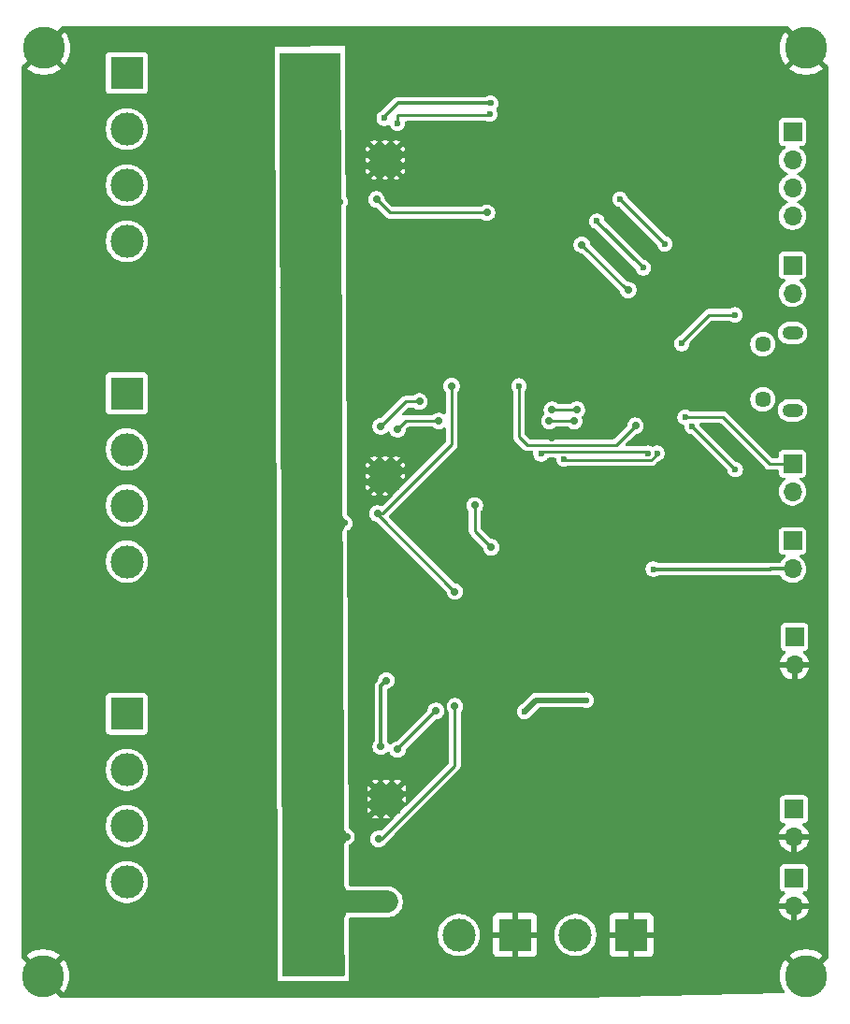
<source format=gbr>
%TF.GenerationSoftware,KiCad,Pcbnew,9.0.0*%
%TF.CreationDate,2025-05-08T17:49:57-07:00*%
%TF.ProjectId,Motor_Controller_Board_v1,4d6f746f-725f-4436-9f6e-74726f6c6c65,v1*%
%TF.SameCoordinates,Original*%
%TF.FileFunction,Copper,L2,Bot*%
%TF.FilePolarity,Positive*%
%FSLAX46Y46*%
G04 Gerber Fmt 4.6, Leading zero omitted, Abs format (unit mm)*
G04 Created by KiCad (PCBNEW 9.0.0) date 2025-05-08 17:49:57*
%MOMM*%
%LPD*%
G01*
G04 APERTURE LIST*
%TA.AperFunction,HeatsinkPad*%
%ADD10C,0.500000*%
%TD*%
%TA.AperFunction,HeatsinkPad*%
%ADD11R,2.500000X2.500000*%
%TD*%
%TA.AperFunction,ComponentPad*%
%ADD12R,3.000000X3.000000*%
%TD*%
%TA.AperFunction,ComponentPad*%
%ADD13C,3.000000*%
%TD*%
%TA.AperFunction,ComponentPad*%
%ADD14R,1.700000X1.700000*%
%TD*%
%TA.AperFunction,ComponentPad*%
%ADD15O,1.700000X1.700000*%
%TD*%
%TA.AperFunction,ComponentPad*%
%ADD16C,3.800000*%
%TD*%
%TA.AperFunction,HeatsinkPad*%
%ADD17O,1.900000X1.200000*%
%TD*%
%TA.AperFunction,HeatsinkPad*%
%ADD18C,1.450000*%
%TD*%
%TA.AperFunction,ViaPad*%
%ADD19C,0.700000*%
%TD*%
%TA.AperFunction,ViaPad*%
%ADD20C,0.600000*%
%TD*%
%TA.AperFunction,Conductor*%
%ADD21C,0.250000*%
%TD*%
%TA.AperFunction,Conductor*%
%ADD22C,0.600000*%
%TD*%
%TA.AperFunction,Conductor*%
%ADD23C,2.000000*%
%TD*%
%TA.AperFunction,Conductor*%
%ADD24C,0.500000*%
%TD*%
%TA.AperFunction,Conductor*%
%ADD25C,0.300000*%
%TD*%
G04 APERTURE END LIST*
D10*
%TO.P,U401,29,GND*%
%TO.N,GND*%
X146400000Y-81620000D03*
X147400000Y-81620000D03*
X148400000Y-81620000D03*
X146400000Y-80620000D03*
X147400000Y-80620000D03*
D11*
X147400000Y-80620000D03*
D10*
X148400000Y-80620000D03*
X146400000Y-79620000D03*
X147400000Y-79620000D03*
X148400000Y-79620000D03*
%TD*%
%TO.P,U402,29,GND*%
%TO.N,GND*%
X146500000Y-139500000D03*
X147500000Y-139500000D03*
X148500000Y-139500000D03*
X146500000Y-138500000D03*
X147500000Y-138500000D03*
D11*
X147500000Y-138500000D03*
D10*
X148500000Y-138500000D03*
X146500000Y-137500000D03*
X147500000Y-137500000D03*
X148500000Y-137500000D03*
%TD*%
%TO.P,U403,29,GND*%
%TO.N,GND*%
X146400000Y-110250000D03*
X147400000Y-110250000D03*
X148400000Y-110250000D03*
X146400000Y-109250000D03*
X147400000Y-109250000D03*
D11*
X147400000Y-109250000D03*
D10*
X148400000Y-109250000D03*
X146400000Y-108250000D03*
X147400000Y-108250000D03*
X148400000Y-108250000D03*
%TD*%
D12*
%TO.P,J401,1,Pin_1*%
%TO.N,/Stepper Drivers/AGITATE_1B*%
X124000000Y-72750000D03*
D13*
%TO.P,J401,2,Pin_2*%
%TO.N,/Stepper Drivers/AGITATE_1A*%
X124000000Y-77830000D03*
%TO.P,J401,3,Pin_3*%
%TO.N,/Stepper Drivers/AGITATE_2A*%
X124000000Y-82910000D03*
%TO.P,J401,4,Pin_4*%
%TO.N,/Stepper Drivers/AGITATE_2B*%
X124000000Y-87990000D03*
%TD*%
D14*
%TO.P,J301,1,Pin_1*%
%TO.N,unconnected-(J301-Pin_1-Pad1)*%
X184275000Y-78080000D03*
D15*
%TO.P,J301,2,Pin_2*%
%TO.N,/Microcontroller/RXD*%
X184275000Y-80620000D03*
%TO.P,J301,3,Pin_3*%
%TO.N,/Microcontroller/TXD*%
X184275000Y-83160000D03*
%TO.P,J301,4,Pin_4*%
%TO.N,unconnected-(J301-Pin_4-Pad4)*%
X184275000Y-85700000D03*
%TD*%
D16*
%TO.P,H201,1,1*%
%TO.N,GND*%
X116500000Y-70500000D03*
%TD*%
%TO.P,H204,1,1*%
%TO.N,GND*%
X116420000Y-154500000D03*
%TD*%
%TO.P,H203,1,1*%
%TO.N,GND*%
X185500000Y-154500000D03*
%TD*%
D12*
%TO.P,J403,1,Pin_1*%
%TO.N,/Stepper Drivers/VERTICAL_1B*%
X124000000Y-101750000D03*
D13*
%TO.P,J403,2,Pin_2*%
%TO.N,/Stepper Drivers/VERTICAL_1A*%
X124000000Y-106830000D03*
%TO.P,J403,3,Pin_3*%
%TO.N,/Stepper Drivers/VERTICAL_2A*%
X124000000Y-111910000D03*
%TO.P,J403,4,Pin_4*%
%TO.N,/Stepper Drivers/VERTICAL_2B*%
X124000000Y-116990000D03*
%TD*%
D14*
%TO.P,J304,1,Pin_1*%
%TO.N,/Microcontroller/VERTICAL_SWITCH*%
X184275000Y-108120000D03*
D15*
%TO.P,J304,2,Pin_2*%
%TO.N,+3.3V*%
X184275000Y-110660000D03*
%TD*%
D14*
%TO.P,J206,1,Pin_1*%
%TO.N,/Power Supply/DIGITAL_POWER_+24V*%
X184400000Y-139400000D03*
D15*
%TO.P,J206,2,Pin_2*%
%TO.N,GND*%
X184400000Y-141940000D03*
%TD*%
D14*
%TO.P,J305,1,Pin_1*%
%TO.N,/Microcontroller/HORIZONTAL_SWITCH*%
X184275000Y-115120000D03*
D15*
%TO.P,J305,2,Pin_2*%
%TO.N,+3.3V*%
X184275000Y-117660000D03*
%TD*%
D14*
%TO.P,J303,1,Pin_1*%
%TO.N,+3.3V*%
X184275000Y-90160000D03*
D15*
%TO.P,J303,2,Pin_2*%
%TO.N,/Microcontroller/AGITATION_SWITCH*%
X184275000Y-92700000D03*
%TD*%
D14*
%TO.P,J207,1,Pin_1*%
%TO.N,/Power Supply/DIGITAL_POWER_+24V*%
X184400000Y-145625000D03*
D15*
%TO.P,J207,2,Pin_2*%
%TO.N,GND*%
X184400000Y-148165000D03*
%TD*%
D12*
%TO.P,J203,1,Pin_1*%
%TO.N,GND*%
X159140000Y-150800000D03*
D13*
%TO.P,J203,2,Pin_2*%
%TO.N,+24V*%
X154060000Y-150800000D03*
%TD*%
D17*
%TO.P,J302,6,Shield*%
%TO.N,unconnected-(J302-Shield-Pad6)_6*%
X184275000Y-103300000D03*
D18*
%TO.N,unconnected-(J302-Shield-Pad6)_4*%
X181575000Y-102300000D03*
%TO.N,unconnected-(J302-Shield-Pad6)_1*%
X181575000Y-97300000D03*
D17*
%TO.N,unconnected-(J302-Shield-Pad6)*%
X184275000Y-96300000D03*
%TD*%
D12*
%TO.P,J402,1,Pin_1*%
%TO.N,/Stepper Drivers/HORIZONTAL_1B*%
X124000000Y-130760000D03*
D13*
%TO.P,J402,2,Pin_2*%
%TO.N,/Stepper Drivers/HORIZONTAL_1A*%
X124000000Y-135840000D03*
%TO.P,J402,3,Pin_3*%
%TO.N,/Stepper Drivers/HORIZONTAL_2A*%
X124000000Y-140920000D03*
%TO.P,J402,4,Pin_4*%
%TO.N,/Stepper Drivers/HORIZONTAL_2B*%
X124000000Y-146000000D03*
%TD*%
D16*
%TO.P,H202,1,1*%
%TO.N,GND*%
X185500000Y-70500000D03*
%TD*%
D12*
%TO.P,J201,1,Pin_1*%
%TO.N,GND*%
X169700000Y-150800000D03*
D13*
%TO.P,J201,2,Pin_2*%
%TO.N,/Power Supply/DIGITAL_POWER_+24V*%
X164620000Y-150800000D03*
%TD*%
D14*
%TO.P,J202,1,Pin_1*%
%TO.N,+5V*%
X184450000Y-123800000D03*
D15*
%TO.P,J202,2,Pin_2*%
%TO.N,GND*%
X184450000Y-126340000D03*
%TD*%
D19*
%TO.N,DRIVER_ENABLE*%
X153700000Y-119700000D03*
X153700000Y-130100000D03*
X146800000Y-142100000D03*
X153400000Y-101100000D03*
X146600000Y-84200000D03*
X156600000Y-85400000D03*
X165200000Y-88300000D03*
X169400000Y-92400000D03*
X146692587Y-112633005D03*
%TO.N,GND*%
X145600000Y-73400000D03*
X132775000Y-118000000D03*
X137000000Y-124000000D03*
X133625000Y-90925000D03*
X137025000Y-85400000D03*
X136975000Y-82650000D03*
X136975000Y-76675000D03*
X137025000Y-78600000D03*
%TO.N,/Microcontroller/EN*%
X170050000Y-104700000D03*
%TO.N,+24V*%
X143000000Y-118000000D03*
D20*
X138200000Y-90932000D03*
X140208000Y-75184000D03*
D19*
X143400000Y-147795000D03*
D20*
X140716000Y-133000000D03*
D19*
X143887500Y-141887500D03*
D20*
X141224000Y-75184000D03*
X143750000Y-113500000D03*
D19*
X142950000Y-86500000D03*
D20*
X138170000Y-92160000D03*
X143300000Y-84400000D03*
X141550000Y-133000000D03*
X140700000Y-119380000D03*
X142190000Y-104190000D03*
X140970000Y-120015000D03*
X142450000Y-89370000D03*
X141732000Y-103632000D03*
D19*
%TO.N,GND*%
X177175000Y-77300000D03*
D20*
X162260000Y-137390000D03*
D19*
X158250000Y-116750000D03*
X173500000Y-92500000D03*
X174750000Y-105750000D03*
X171750000Y-101750000D03*
D20*
X128270000Y-133350000D03*
X128016000Y-76200000D03*
D19*
X152000000Y-143750000D03*
D20*
X155530000Y-108000000D03*
X151170000Y-105400000D03*
X128000000Y-74800000D03*
X156240000Y-78520000D03*
D19*
X160500000Y-134500000D03*
X160750000Y-115000000D03*
D20*
X153530000Y-113150000D03*
X128524000Y-123444000D03*
X141000000Y-155545000D03*
D19*
X170500000Y-96250000D03*
X171750000Y-99750000D03*
X165000000Y-99750000D03*
D20*
X182010000Y-106300000D03*
D19*
X162500000Y-105750000D03*
D20*
X163500000Y-132150000D03*
X128270000Y-147320000D03*
X128270000Y-143510000D03*
D19*
X172250000Y-103000000D03*
D20*
X128524000Y-105156000D03*
D19*
X165000000Y-101750000D03*
D20*
X128524000Y-113792000D03*
D19*
X172000000Y-70925000D03*
D20*
X128016000Y-89408000D03*
X180420000Y-98500000D03*
D19*
X182750000Y-72000000D03*
D20*
X172212000Y-108204000D03*
D19*
X163500000Y-109750000D03*
X174500000Y-72000000D03*
X152000000Y-132750000D03*
X156000000Y-137000000D03*
X150200000Y-93950000D03*
X165000000Y-97750000D03*
D20*
X164750000Y-132220000D03*
D19*
X163500000Y-112750000D03*
D20*
X128016000Y-88392000D03*
X128524000Y-117856000D03*
D19*
X175250000Y-97500000D03*
X151250000Y-134250000D03*
D20*
X153190000Y-84070000D03*
X128524000Y-103632000D03*
D19*
X168500000Y-96250000D03*
D20*
X140970000Y-156199000D03*
D19*
X167750000Y-77250000D03*
D20*
X128270000Y-138430000D03*
D19*
X165000000Y-71750000D03*
X161500000Y-123250000D03*
D20*
X151040000Y-74210000D03*
X179570000Y-102800000D03*
X128016000Y-85344000D03*
%TO.N,+5V*%
X160020000Y-130556000D03*
D19*
X157000000Y-115700000D03*
D20*
X165608000Y-129540000D03*
D19*
X155500000Y-111900000D03*
D20*
%TO.N,/Microcontroller/EN*%
X159512000Y-101092000D03*
%TO.N,/Microcontroller/AGITATION_SWITCH*%
X179070000Y-94650000D03*
X174250002Y-97240000D03*
%TO.N,/Microcontroller/VERTICAL_SWITCH*%
X174545000Y-103920000D03*
%TO.N,/Microcontroller/HORIZONTAL_SWITCH*%
X175170000Y-104730000D03*
X179090000Y-108660000D03*
%TO.N,AGITATION_STEP*%
X166550000Y-86170000D03*
X148500000Y-77310000D03*
X170760000Y-90390000D03*
X156860000Y-76480000D03*
D19*
%TO.N,HORIZONTAL_DIR*%
X147000000Y-133750000D03*
D20*
X161500000Y-107250000D03*
D19*
X147500000Y-127750000D03*
D20*
X171196000Y-107188000D03*
D19*
%TO.N,VERTICAL_STEP*%
X162250000Y-104250000D03*
X148500000Y-105000000D03*
X152250000Y-104250000D03*
X164500000Y-104250000D03*
D20*
%TO.N,HORIZONTAL_STEP*%
X163565000Y-107685000D03*
X171996003Y-107188000D03*
D19*
X148500000Y-134000000D03*
X152000000Y-130500000D03*
%TO.N,VERTICAL_DIR*%
X162500000Y-103250000D03*
X147000000Y-104750000D03*
X150500000Y-102500000D03*
X164750000Y-103250000D03*
D20*
%TO.N,AGITATION_DIR*%
X147300000Y-76840000D03*
X172720000Y-88220000D03*
X168640000Y-84170000D03*
X156930000Y-75470000D03*
%TO.N,+3.3V*%
X171680000Y-117670000D03*
D19*
%TO.N,GND*%
X132350000Y-147800000D03*
%TD*%
D21*
%TO.N,DRIVER_ENABLE*%
X153700000Y-119700000D02*
X146692587Y-112692587D01*
X153700000Y-135452000D02*
X153700000Y-130100000D01*
X146800000Y-142100000D02*
X147052000Y-142100000D01*
X146692587Y-112692587D02*
X146692587Y-112633005D01*
X147052000Y-142100000D02*
X153700000Y-135452000D01*
X153400000Y-106402000D02*
X153400000Y-101100000D01*
X147168995Y-112633005D02*
X153400000Y-106402000D01*
X146692587Y-112633005D02*
X147168995Y-112633005D01*
X147800000Y-85400000D02*
X146600000Y-84200000D01*
X156600000Y-85400000D02*
X147800000Y-85400000D01*
X169400000Y-92400000D02*
X169300000Y-92400000D01*
X169300000Y-92400000D02*
X165200000Y-88300000D01*
%TO.N,/Microcontroller/EN*%
X168324000Y-106426000D02*
X170050000Y-104700000D01*
X160274000Y-106426000D02*
X168324000Y-106426000D01*
X159512000Y-101092000D02*
X159512000Y-105664000D01*
X159512000Y-105664000D02*
X160274000Y-106426000D01*
D22*
%TO.N,+24V*%
X143887500Y-147307500D02*
X143400000Y-147795000D01*
X143887500Y-147000000D02*
X143887500Y-147307500D01*
D23*
X147595000Y-147795000D02*
X143400000Y-147795000D01*
D21*
%TO.N,+5V*%
X155500000Y-111900000D02*
X155500000Y-114200000D01*
D24*
X160020000Y-130556000D02*
X161036000Y-129540000D01*
X161036000Y-129540000D02*
X165608000Y-129540000D01*
D21*
X155500000Y-114200000D02*
X157000000Y-115700000D01*
%TO.N,/Microcontroller/AGITATION_SWITCH*%
X179070000Y-94650000D02*
X176720000Y-94650000D01*
X174130000Y-97240000D02*
X174250002Y-97240000D01*
X176720000Y-94650000D02*
X174130000Y-97240000D01*
%TO.N,/Microcontroller/VERTICAL_SWITCH*%
X177980000Y-103920000D02*
X182180000Y-108120000D01*
X182180000Y-108120000D02*
X184275000Y-108120000D01*
X174545000Y-103920000D02*
X177980000Y-103920000D01*
%TO.N,/Microcontroller/HORIZONTAL_SWITCH*%
X179090000Y-108660000D02*
X175170000Y-104740000D01*
X175170000Y-104740000D02*
X175170000Y-104730000D01*
%TO.N,AGITATION_STEP*%
X156760000Y-76580000D02*
X156860000Y-76480000D01*
D25*
X166550000Y-86180000D02*
X170760000Y-90390000D01*
D21*
X148500000Y-76580000D02*
X156760000Y-76580000D01*
X148500000Y-77310000D02*
X148500000Y-76580000D01*
D25*
X166550000Y-86170000D02*
X166550000Y-86180000D01*
D21*
%TO.N,HORIZONTAL_DIR*%
X171196000Y-107188000D02*
X171067000Y-107059000D01*
X171067000Y-107059000D02*
X161691000Y-107059000D01*
D25*
X147000000Y-133750000D02*
X147000000Y-128250000D01*
D21*
X161691000Y-107059000D02*
X161500000Y-107250000D01*
D25*
X147000000Y-128250000D02*
X147500000Y-127750000D01*
D21*
%TO.N,VERTICAL_STEP*%
X152250000Y-104250000D02*
X149250000Y-104250000D01*
X149250000Y-104250000D02*
X148500000Y-105000000D01*
X164500000Y-104250000D02*
X162250000Y-104250000D01*
%TO.N,HORIZONTAL_STEP*%
X171996003Y-107273295D02*
X171455298Y-107814000D01*
X171455298Y-107814000D02*
X163694000Y-107814000D01*
X163694000Y-107814000D02*
X163565000Y-107685000D01*
X171996003Y-107188000D02*
X171996003Y-107273295D01*
D25*
X148500000Y-134000000D02*
X152000000Y-130500000D01*
D21*
%TO.N,VERTICAL_DIR*%
X150500000Y-102500000D02*
X149250000Y-102500000D01*
X164750000Y-103250000D02*
X162500000Y-103250000D01*
X149250000Y-102500000D02*
X147000000Y-104750000D01*
D25*
%TO.N,AGITATION_DIR*%
X148560000Y-75470000D02*
X156930000Y-75470000D01*
X147300000Y-76840000D02*
X147300000Y-76730000D01*
X147300000Y-76730000D02*
X148560000Y-75470000D01*
X168640000Y-84170000D02*
X168670000Y-84170000D01*
X168670000Y-84170000D02*
X172720000Y-88220000D01*
%TO.N,+3.3V*%
X182260000Y-117670000D02*
X182270000Y-117660000D01*
X182260000Y-117670000D02*
X171680000Y-117670000D01*
X182270000Y-117660000D02*
X184275000Y-117660000D01*
%TD*%
%TA.AperFunction,Conductor*%
%TO.N,GND*%
G36*
X183932353Y-68520185D02*
G01*
X183978108Y-68572989D01*
X183989119Y-68631453D01*
X183988900Y-68635346D01*
X184917263Y-69563709D01*
X184783398Y-69660967D01*
X184660967Y-69783398D01*
X184563709Y-69917263D01*
X183635345Y-68988899D01*
X183539568Y-69109001D01*
X183396152Y-69337247D01*
X183279198Y-69580104D01*
X183279192Y-69580118D01*
X183190167Y-69834536D01*
X183190163Y-69834548D01*
X183130181Y-70097348D01*
X183130178Y-70097366D01*
X183100000Y-70365212D01*
X183100000Y-70634787D01*
X183130178Y-70902633D01*
X183130181Y-70902651D01*
X183190163Y-71165451D01*
X183190167Y-71165463D01*
X183279192Y-71419881D01*
X183279198Y-71419895D01*
X183396152Y-71662752D01*
X183539568Y-71890998D01*
X183635346Y-72011099D01*
X184563708Y-71082736D01*
X184660967Y-71216602D01*
X184783398Y-71339033D01*
X184917262Y-71436290D01*
X183988899Y-72364652D01*
X183988900Y-72364653D01*
X184108993Y-72460427D01*
X184108997Y-72460429D01*
X184337247Y-72603847D01*
X184580104Y-72720801D01*
X184580118Y-72720807D01*
X184834536Y-72809832D01*
X184834548Y-72809836D01*
X185097348Y-72869818D01*
X185097366Y-72869821D01*
X185365212Y-72899999D01*
X185365216Y-72900000D01*
X185634784Y-72900000D01*
X185634787Y-72899999D01*
X185902633Y-72869821D01*
X185902651Y-72869818D01*
X186165451Y-72809836D01*
X186165463Y-72809832D01*
X186419881Y-72720807D01*
X186419895Y-72720801D01*
X186662752Y-72603847D01*
X186890999Y-72460431D01*
X187011098Y-72364653D01*
X187011099Y-72364652D01*
X186082737Y-71436290D01*
X186216602Y-71339033D01*
X186339033Y-71216602D01*
X186436290Y-71082737D01*
X187364651Y-72011098D01*
X187368547Y-72010880D01*
X187436585Y-72026775D01*
X187485229Y-72076930D01*
X187499500Y-72134685D01*
X187499500Y-152865313D01*
X187479815Y-152932352D01*
X187427011Y-152978107D01*
X187368549Y-152989118D01*
X187364652Y-152988899D01*
X186436289Y-153917261D01*
X186339033Y-153783398D01*
X186216602Y-153660967D01*
X186082736Y-153563709D01*
X187011099Y-152635346D01*
X186890998Y-152539568D01*
X186662752Y-152396152D01*
X186419895Y-152279198D01*
X186419881Y-152279192D01*
X186165463Y-152190167D01*
X186165451Y-152190163D01*
X185902651Y-152130181D01*
X185902633Y-152130178D01*
X185634787Y-152100000D01*
X185365212Y-152100000D01*
X185097366Y-152130178D01*
X185097348Y-152130181D01*
X184834548Y-152190163D01*
X184834536Y-152190167D01*
X184580118Y-152279192D01*
X184580104Y-152279198D01*
X184337247Y-152396152D01*
X184109001Y-152539568D01*
X183988899Y-152635345D01*
X184917263Y-153563709D01*
X184783398Y-153660967D01*
X184660967Y-153783398D01*
X184563709Y-153917263D01*
X183635345Y-152988899D01*
X183539568Y-153109001D01*
X183396152Y-153337247D01*
X183279198Y-153580104D01*
X183279192Y-153580118D01*
X183190167Y-153834536D01*
X183190163Y-153834548D01*
X183130181Y-154097348D01*
X183130178Y-154097366D01*
X183100000Y-154365212D01*
X183100000Y-154634787D01*
X183130178Y-154902633D01*
X183130181Y-154902651D01*
X183190163Y-155165451D01*
X183190167Y-155165463D01*
X183279192Y-155419881D01*
X183279198Y-155419895D01*
X183396152Y-155662752D01*
X183531849Y-155878714D01*
X183550849Y-155945951D01*
X183530481Y-156012786D01*
X183477213Y-156058000D01*
X183429740Y-156068652D01*
X164915441Y-156499466D01*
X164912556Y-156499500D01*
X144145000Y-156499500D01*
X144145000Y-154940000D01*
X144135692Y-154940000D01*
X144116258Y-150675441D01*
X152159500Y-150675441D01*
X152159500Y-150924558D01*
X152159501Y-150924575D01*
X152192017Y-151171561D01*
X152256498Y-151412207D01*
X152351830Y-151642361D01*
X152351837Y-151642376D01*
X152476400Y-151858126D01*
X152628060Y-152055774D01*
X152628066Y-152055781D01*
X152804218Y-152231933D01*
X152804225Y-152231939D01*
X153001873Y-152383599D01*
X153217623Y-152508162D01*
X153217638Y-152508169D01*
X153293443Y-152539568D01*
X153447793Y-152603502D01*
X153688435Y-152667982D01*
X153935435Y-152700500D01*
X153935442Y-152700500D01*
X154184558Y-152700500D01*
X154184565Y-152700500D01*
X154431565Y-152667982D01*
X154672207Y-152603502D01*
X154902373Y-152508164D01*
X155118127Y-152383599D01*
X155315776Y-152231938D01*
X155491938Y-152055776D01*
X155643599Y-151858127D01*
X155768164Y-151642373D01*
X155863502Y-151412207D01*
X155927982Y-151171565D01*
X155960500Y-150924565D01*
X155960500Y-150675435D01*
X155927982Y-150428435D01*
X155863502Y-150187793D01*
X155768164Y-149957627D01*
X155643599Y-149741873D01*
X155491938Y-149544224D01*
X155491933Y-149544218D01*
X155315781Y-149368066D01*
X155315774Y-149368060D01*
X155288624Y-149347227D01*
X155164723Y-149252155D01*
X157140000Y-149252155D01*
X157140000Y-150550000D01*
X158420936Y-150550000D01*
X158409207Y-150578316D01*
X158380000Y-150725147D01*
X158380000Y-150874853D01*
X158409207Y-151021684D01*
X158420936Y-151050000D01*
X157140000Y-151050000D01*
X157140000Y-152347844D01*
X157146401Y-152407372D01*
X157146403Y-152407379D01*
X157196645Y-152542086D01*
X157196649Y-152542093D01*
X157282809Y-152657187D01*
X157282812Y-152657190D01*
X157397906Y-152743350D01*
X157397913Y-152743354D01*
X157532620Y-152793596D01*
X157532627Y-152793598D01*
X157592155Y-152799999D01*
X157592172Y-152800000D01*
X158890000Y-152800000D01*
X158890000Y-151519064D01*
X158918316Y-151530793D01*
X159065147Y-151560000D01*
X159214853Y-151560000D01*
X159361684Y-151530793D01*
X159390000Y-151519064D01*
X159390000Y-152800000D01*
X160687828Y-152800000D01*
X160687844Y-152799999D01*
X160747372Y-152793598D01*
X160747379Y-152793596D01*
X160882086Y-152743354D01*
X160882093Y-152743350D01*
X160997187Y-152657190D01*
X160997190Y-152657187D01*
X161083350Y-152542093D01*
X161083354Y-152542086D01*
X161133596Y-152407379D01*
X161133598Y-152407372D01*
X161139999Y-152347844D01*
X161140000Y-152347827D01*
X161140000Y-151050000D01*
X159859064Y-151050000D01*
X159870793Y-151021684D01*
X159900000Y-150874853D01*
X159900000Y-150725147D01*
X159890113Y-150675441D01*
X162719500Y-150675441D01*
X162719500Y-150924558D01*
X162719501Y-150924575D01*
X162752017Y-151171561D01*
X162816498Y-151412207D01*
X162911830Y-151642361D01*
X162911837Y-151642376D01*
X163036400Y-151858126D01*
X163188060Y-152055774D01*
X163188066Y-152055781D01*
X163364218Y-152231933D01*
X163364225Y-152231939D01*
X163561873Y-152383599D01*
X163777623Y-152508162D01*
X163777638Y-152508169D01*
X163853443Y-152539568D01*
X164007793Y-152603502D01*
X164248435Y-152667982D01*
X164495435Y-152700500D01*
X164495442Y-152700500D01*
X164744558Y-152700500D01*
X164744565Y-152700500D01*
X164991565Y-152667982D01*
X165232207Y-152603502D01*
X165462373Y-152508164D01*
X165678127Y-152383599D01*
X165875776Y-152231938D01*
X166051938Y-152055776D01*
X166203599Y-151858127D01*
X166328164Y-151642373D01*
X166423502Y-151412207D01*
X166487982Y-151171565D01*
X166520500Y-150924565D01*
X166520500Y-150675435D01*
X166487982Y-150428435D01*
X166423502Y-150187793D01*
X166328164Y-149957627D01*
X166203599Y-149741873D01*
X166051938Y-149544224D01*
X166051933Y-149544218D01*
X165875781Y-149368066D01*
X165875774Y-149368060D01*
X165848624Y-149347227D01*
X165724723Y-149252155D01*
X167700000Y-149252155D01*
X167700000Y-150550000D01*
X168980936Y-150550000D01*
X168969207Y-150578316D01*
X168940000Y-150725147D01*
X168940000Y-150874853D01*
X168969207Y-151021684D01*
X168980936Y-151050000D01*
X167700000Y-151050000D01*
X167700000Y-152347844D01*
X167706401Y-152407372D01*
X167706403Y-152407379D01*
X167756645Y-152542086D01*
X167756649Y-152542093D01*
X167842809Y-152657187D01*
X167842812Y-152657190D01*
X167957906Y-152743350D01*
X167957913Y-152743354D01*
X168092620Y-152793596D01*
X168092627Y-152793598D01*
X168152155Y-152799999D01*
X168152172Y-152800000D01*
X169450000Y-152800000D01*
X169450000Y-151519064D01*
X169478316Y-151530793D01*
X169625147Y-151560000D01*
X169774853Y-151560000D01*
X169921684Y-151530793D01*
X169950000Y-151519064D01*
X169950000Y-152800000D01*
X171247828Y-152800000D01*
X171247844Y-152799999D01*
X171307372Y-152793598D01*
X171307379Y-152793596D01*
X171442086Y-152743354D01*
X171442093Y-152743350D01*
X171557187Y-152657190D01*
X171592904Y-152609480D01*
X171592905Y-152609478D01*
X171643350Y-152542093D01*
X171643354Y-152542086D01*
X171693596Y-152407379D01*
X171693598Y-152407372D01*
X171699999Y-152347844D01*
X171700000Y-152347827D01*
X171700000Y-151050000D01*
X170419064Y-151050000D01*
X170430793Y-151021684D01*
X170460000Y-150874853D01*
X170460000Y-150725147D01*
X170430793Y-150578316D01*
X170419064Y-150550000D01*
X171700000Y-150550000D01*
X171700000Y-149252172D01*
X171699999Y-149252155D01*
X171693598Y-149192627D01*
X171693596Y-149192620D01*
X171643354Y-149057913D01*
X171643350Y-149057906D01*
X171557190Y-148942812D01*
X171557187Y-148942809D01*
X171442093Y-148856649D01*
X171442086Y-148856645D01*
X171307379Y-148806403D01*
X171307372Y-148806401D01*
X171247844Y-148800000D01*
X169950000Y-148800000D01*
X169950000Y-150080935D01*
X169921684Y-150069207D01*
X169774853Y-150040000D01*
X169625147Y-150040000D01*
X169478316Y-150069207D01*
X169450000Y-150080935D01*
X169450000Y-148800000D01*
X168152155Y-148800000D01*
X168092627Y-148806401D01*
X168092620Y-148806403D01*
X167957913Y-148856645D01*
X167957906Y-148856649D01*
X167842812Y-148942809D01*
X167842809Y-148942812D01*
X167756649Y-149057906D01*
X167756645Y-149057913D01*
X167706403Y-149192620D01*
X167706401Y-149192627D01*
X167700000Y-149252155D01*
X165724723Y-149252155D01*
X165678126Y-149216400D01*
X165462376Y-149091837D01*
X165462361Y-149091830D01*
X165232207Y-148996498D01*
X165218451Y-148992812D01*
X164991565Y-148932018D01*
X164991564Y-148932017D01*
X164991561Y-148932017D01*
X164744575Y-148899501D01*
X164744570Y-148899500D01*
X164744565Y-148899500D01*
X164495435Y-148899500D01*
X164495429Y-148899500D01*
X164495424Y-148899501D01*
X164248438Y-148932017D01*
X164007792Y-148996498D01*
X163777638Y-149091830D01*
X163777623Y-149091837D01*
X163561873Y-149216400D01*
X163364225Y-149368060D01*
X163364218Y-149368066D01*
X163188066Y-149544218D01*
X163188060Y-149544225D01*
X163036400Y-149741873D01*
X162911837Y-149957623D01*
X162911830Y-149957638D01*
X162816498Y-150187792D01*
X162752017Y-150428438D01*
X162719501Y-150675424D01*
X162719500Y-150675441D01*
X159890113Y-150675441D01*
X159870793Y-150578316D01*
X159859064Y-150550000D01*
X161140000Y-150550000D01*
X161140000Y-149252172D01*
X161139999Y-149252155D01*
X161133598Y-149192627D01*
X161133596Y-149192620D01*
X161083354Y-149057913D01*
X161083350Y-149057906D01*
X160997190Y-148942812D01*
X160997187Y-148942809D01*
X160882093Y-148856649D01*
X160882086Y-148856645D01*
X160747379Y-148806403D01*
X160747372Y-148806401D01*
X160687844Y-148800000D01*
X159390000Y-148800000D01*
X159390000Y-150080935D01*
X159361684Y-150069207D01*
X159214853Y-150040000D01*
X159065147Y-150040000D01*
X158918316Y-150069207D01*
X158890000Y-150080935D01*
X158890000Y-148800000D01*
X157592155Y-148800000D01*
X157532627Y-148806401D01*
X157532620Y-148806403D01*
X157397913Y-148856645D01*
X157397906Y-148856649D01*
X157282812Y-148942809D01*
X157282809Y-148942812D01*
X157196649Y-149057906D01*
X157196645Y-149057913D01*
X157146403Y-149192620D01*
X157146401Y-149192627D01*
X157140000Y-149252155D01*
X155164723Y-149252155D01*
X155118126Y-149216400D01*
X154902376Y-149091837D01*
X154902361Y-149091830D01*
X154672207Y-148996498D01*
X154658451Y-148992812D01*
X154431565Y-148932018D01*
X154431564Y-148932017D01*
X154431561Y-148932017D01*
X154184575Y-148899501D01*
X154184570Y-148899500D01*
X154184565Y-148899500D01*
X153935435Y-148899500D01*
X153935429Y-148899500D01*
X153935424Y-148899501D01*
X153688438Y-148932017D01*
X153447792Y-148996498D01*
X153217638Y-149091830D01*
X153217623Y-149091837D01*
X153001873Y-149216400D01*
X152804225Y-149368060D01*
X152804218Y-149368066D01*
X152628066Y-149544218D01*
X152628060Y-149544225D01*
X152476400Y-149741873D01*
X152351837Y-149957623D01*
X152351830Y-149957638D01*
X152256498Y-150187792D01*
X152192017Y-150428438D01*
X152159501Y-150675424D01*
X152159500Y-150675441D01*
X144116258Y-150675441D01*
X144110082Y-149320064D01*
X144129461Y-149252937D01*
X144182056Y-149206942D01*
X144234081Y-149195500D01*
X147705221Y-149195500D01*
X147705222Y-149195500D01*
X147922951Y-149161015D01*
X148132606Y-149092895D01*
X148329022Y-148992815D01*
X148507365Y-148863242D01*
X148663242Y-148707365D01*
X148792815Y-148529022D01*
X148892895Y-148332606D01*
X148961015Y-148122951D01*
X148993951Y-147915000D01*
X183072769Y-147915000D01*
X183966988Y-147915000D01*
X183934075Y-147972007D01*
X183900000Y-148099174D01*
X183900000Y-148230826D01*
X183934075Y-148357993D01*
X183966988Y-148415000D01*
X183072769Y-148415000D01*
X183083242Y-148481126D01*
X183083242Y-148481129D01*
X183148904Y-148683217D01*
X183245379Y-148872557D01*
X183370272Y-149044459D01*
X183370276Y-149044464D01*
X183520535Y-149194723D01*
X183520540Y-149194727D01*
X183692442Y-149319620D01*
X183881782Y-149416095D01*
X184083871Y-149481757D01*
X184150000Y-149492231D01*
X184150000Y-148598012D01*
X184207007Y-148630925D01*
X184334174Y-148665000D01*
X184465826Y-148665000D01*
X184592993Y-148630925D01*
X184650000Y-148598012D01*
X184650000Y-149492230D01*
X184716126Y-149481757D01*
X184716129Y-149481757D01*
X184918217Y-149416095D01*
X185107557Y-149319620D01*
X185279459Y-149194727D01*
X185279464Y-149194723D01*
X185429723Y-149044464D01*
X185429727Y-149044459D01*
X185554620Y-148872557D01*
X185651095Y-148683217D01*
X185716757Y-148481129D01*
X185716757Y-148481126D01*
X185727231Y-148415000D01*
X184833012Y-148415000D01*
X184865925Y-148357993D01*
X184900000Y-148230826D01*
X184900000Y-148099174D01*
X184865925Y-147972007D01*
X184833012Y-147915000D01*
X185727231Y-147915000D01*
X185716757Y-147848873D01*
X185716757Y-147848870D01*
X185651095Y-147646782D01*
X185554620Y-147457442D01*
X185429727Y-147285540D01*
X185429723Y-147285535D01*
X185279464Y-147135276D01*
X185279459Y-147135272D01*
X185228464Y-147098222D01*
X185185798Y-147042892D01*
X185179819Y-146973279D01*
X185212424Y-146911484D01*
X185273263Y-146877127D01*
X185281944Y-146875431D01*
X185375304Y-146860646D01*
X185488342Y-146803050D01*
X185578050Y-146713342D01*
X185635646Y-146600304D01*
X185635646Y-146600302D01*
X185635647Y-146600301D01*
X185650499Y-146506524D01*
X185650500Y-146506519D01*
X185650499Y-144743482D01*
X185635646Y-144649696D01*
X185578050Y-144536658D01*
X185578046Y-144536654D01*
X185578045Y-144536652D01*
X185488347Y-144446954D01*
X185488344Y-144446952D01*
X185488342Y-144446950D01*
X185411517Y-144407805D01*
X185375301Y-144389352D01*
X185281524Y-144374500D01*
X183518482Y-144374500D01*
X183437519Y-144387323D01*
X183424696Y-144389354D01*
X183311658Y-144446950D01*
X183311657Y-144446951D01*
X183311652Y-144446954D01*
X183221954Y-144536652D01*
X183221951Y-144536657D01*
X183164352Y-144649698D01*
X183149500Y-144743475D01*
X183149500Y-146506517D01*
X183160292Y-146574657D01*
X183164354Y-146600304D01*
X183221950Y-146713342D01*
X183221952Y-146713344D01*
X183221954Y-146713347D01*
X183311652Y-146803045D01*
X183311654Y-146803046D01*
X183311658Y-146803050D01*
X183424694Y-146860645D01*
X183424698Y-146860647D01*
X183518047Y-146875432D01*
X183581182Y-146905361D01*
X183618113Y-146964673D01*
X183617115Y-147034535D01*
X183578505Y-147092768D01*
X183571535Y-147098223D01*
X183520535Y-147135276D01*
X183370276Y-147285535D01*
X183370272Y-147285540D01*
X183245379Y-147457442D01*
X183148904Y-147646782D01*
X183083242Y-147848870D01*
X183083242Y-147848873D01*
X183072769Y-147915000D01*
X148993951Y-147915000D01*
X148995500Y-147905222D01*
X148995500Y-147684778D01*
X148961015Y-147467049D01*
X148902040Y-147285540D01*
X148892896Y-147257396D01*
X148892895Y-147257393D01*
X148811792Y-147098223D01*
X148792815Y-147060978D01*
X148773603Y-147034535D01*
X148663247Y-146882641D01*
X148663243Y-146882636D01*
X148507363Y-146726756D01*
X148507358Y-146726752D01*
X148329025Y-146597187D01*
X148329024Y-146597186D01*
X148329022Y-146597185D01*
X148266096Y-146565122D01*
X148132606Y-146497104D01*
X148132603Y-146497103D01*
X147922952Y-146428985D01*
X147814086Y-146411742D01*
X147705222Y-146394500D01*
X147705221Y-146394500D01*
X144278949Y-146394500D01*
X144270002Y-146392667D01*
X144264291Y-146393631D01*
X144244831Y-146387511D01*
X144230195Y-146384513D01*
X144221945Y-146380985D01*
X144219311Y-146379225D01*
X144172042Y-146359645D01*
X144171318Y-146359336D01*
X144144908Y-146337553D01*
X144118215Y-146316042D01*
X144117982Y-146315344D01*
X144117417Y-146314878D01*
X144106979Y-146282282D01*
X144096151Y-146249748D01*
X144096123Y-146248381D01*
X144096109Y-146248337D01*
X144096121Y-146248290D01*
X144096073Y-146245930D01*
X144079931Y-142703540D01*
X144099309Y-142636418D01*
X144151904Y-142590423D01*
X144156417Y-142588445D01*
X144242995Y-142552584D01*
X144365916Y-142470451D01*
X144470451Y-142365916D01*
X144552584Y-142242995D01*
X144581196Y-142173920D01*
X146049499Y-142173920D01*
X146078340Y-142318907D01*
X146078343Y-142318917D01*
X146134912Y-142455488D01*
X146134919Y-142455501D01*
X146217048Y-142578415D01*
X146217051Y-142578419D01*
X146321580Y-142682948D01*
X146321584Y-142682951D01*
X146444498Y-142765080D01*
X146444511Y-142765087D01*
X146578291Y-142820500D01*
X146581087Y-142821658D01*
X146581091Y-142821658D01*
X146581092Y-142821659D01*
X146726079Y-142850500D01*
X146726082Y-142850500D01*
X146873920Y-142850500D01*
X146971462Y-142831096D01*
X147018913Y-142821658D01*
X147155495Y-142765084D01*
X147278416Y-142682951D01*
X147382951Y-142578416D01*
X147465084Y-142455495D01*
X147473613Y-142434902D01*
X147500489Y-142394678D01*
X148205167Y-141690000D01*
X183072769Y-141690000D01*
X183966988Y-141690000D01*
X183934075Y-141747007D01*
X183900000Y-141874174D01*
X183900000Y-142005826D01*
X183934075Y-142132993D01*
X183966988Y-142190000D01*
X183072769Y-142190000D01*
X183083242Y-142256126D01*
X183083242Y-142256129D01*
X183148904Y-142458217D01*
X183245379Y-142647557D01*
X183370272Y-142819459D01*
X183370276Y-142819464D01*
X183520535Y-142969723D01*
X183520540Y-142969727D01*
X183692442Y-143094620D01*
X183881782Y-143191095D01*
X184083871Y-143256757D01*
X184150000Y-143267231D01*
X184150000Y-142373012D01*
X184207007Y-142405925D01*
X184334174Y-142440000D01*
X184465826Y-142440000D01*
X184592993Y-142405925D01*
X184650000Y-142373012D01*
X184650000Y-143267230D01*
X184716126Y-143256757D01*
X184716129Y-143256757D01*
X184918217Y-143191095D01*
X185107557Y-143094620D01*
X185279459Y-142969727D01*
X185279464Y-142969723D01*
X185429723Y-142819464D01*
X185429727Y-142819459D01*
X185554620Y-142647557D01*
X185651095Y-142458217D01*
X185716757Y-142256129D01*
X185716757Y-142256126D01*
X185727231Y-142190000D01*
X184833012Y-142190000D01*
X184865925Y-142132993D01*
X184900000Y-142005826D01*
X184900000Y-141874174D01*
X184865925Y-141747007D01*
X184833012Y-141690000D01*
X185727231Y-141690000D01*
X185716757Y-141623873D01*
X185716757Y-141623870D01*
X185651095Y-141421782D01*
X185554620Y-141232442D01*
X185429727Y-141060540D01*
X185429723Y-141060535D01*
X185279464Y-140910276D01*
X185279459Y-140910272D01*
X185228464Y-140873222D01*
X185185798Y-140817892D01*
X185179819Y-140748279D01*
X185212424Y-140686484D01*
X185273263Y-140652127D01*
X185281944Y-140650431D01*
X185375304Y-140635646D01*
X185488342Y-140578050D01*
X185578050Y-140488342D01*
X185635646Y-140375304D01*
X185635646Y-140375302D01*
X185635647Y-140375301D01*
X185650499Y-140281524D01*
X185650500Y-140281519D01*
X185650499Y-138518482D01*
X185635646Y-138424696D01*
X185578050Y-138311658D01*
X185578046Y-138311654D01*
X185578045Y-138311652D01*
X185488347Y-138221954D01*
X185488344Y-138221952D01*
X185488342Y-138221950D01*
X185411517Y-138182805D01*
X185375301Y-138164352D01*
X185281524Y-138149500D01*
X183518482Y-138149500D01*
X183437519Y-138162323D01*
X183424696Y-138164354D01*
X183311658Y-138221950D01*
X183311657Y-138221951D01*
X183311652Y-138221954D01*
X183221954Y-138311652D01*
X183221951Y-138311657D01*
X183164352Y-138424698D01*
X183149500Y-138518475D01*
X183149500Y-140281517D01*
X183153662Y-140307792D01*
X183164354Y-140375304D01*
X183221950Y-140488342D01*
X183221952Y-140488344D01*
X183221954Y-140488347D01*
X183311652Y-140578045D01*
X183311654Y-140578046D01*
X183311658Y-140578050D01*
X183424694Y-140635645D01*
X183424698Y-140635647D01*
X183518047Y-140650432D01*
X183581182Y-140680361D01*
X183618113Y-140739673D01*
X183617115Y-140809535D01*
X183578505Y-140867768D01*
X183571535Y-140873223D01*
X183520535Y-140910276D01*
X183370276Y-141060535D01*
X183370272Y-141060540D01*
X183245379Y-141232442D01*
X183148904Y-141421782D01*
X183083242Y-141623870D01*
X183083242Y-141623873D01*
X183072769Y-141690000D01*
X148205167Y-141690000D01*
X154120505Y-135774665D01*
X154189689Y-135654835D01*
X154225501Y-135521183D01*
X154225501Y-135382817D01*
X154225501Y-135375222D01*
X154225500Y-135375204D01*
X154225500Y-130687229D01*
X154243774Y-130624995D01*
X159319499Y-130624995D01*
X159346418Y-130760322D01*
X159346421Y-130760332D01*
X159399221Y-130887804D01*
X159399228Y-130887817D01*
X159475885Y-131002541D01*
X159475888Y-131002545D01*
X159573454Y-131100111D01*
X159573458Y-131100114D01*
X159688182Y-131176771D01*
X159688195Y-131176778D01*
X159796549Y-131221659D01*
X159815672Y-131229580D01*
X159815676Y-131229580D01*
X159815677Y-131229581D01*
X159951004Y-131256500D01*
X159951007Y-131256500D01*
X160088995Y-131256500D01*
X160180041Y-131238389D01*
X160224328Y-131229580D01*
X160351811Y-131176775D01*
X160466542Y-131100114D01*
X160564114Y-131002542D01*
X160640775Y-130887811D01*
X160654415Y-130854877D01*
X160681293Y-130814651D01*
X161269127Y-130226819D01*
X161330450Y-130193334D01*
X161356808Y-130190500D01*
X165323287Y-130190500D01*
X165370739Y-130199938D01*
X165403672Y-130213580D01*
X165403676Y-130213580D01*
X165403677Y-130213581D01*
X165539004Y-130240500D01*
X165539007Y-130240500D01*
X165676995Y-130240500D01*
X165768041Y-130222389D01*
X165812328Y-130213580D01*
X165939811Y-130160775D01*
X166054542Y-130084114D01*
X166152114Y-129986542D01*
X166228775Y-129871811D01*
X166281580Y-129744328D01*
X166290389Y-129700041D01*
X166308500Y-129608995D01*
X166308500Y-129471004D01*
X166281581Y-129335677D01*
X166281580Y-129335676D01*
X166281580Y-129335672D01*
X166237181Y-129228482D01*
X166228778Y-129208195D01*
X166228771Y-129208182D01*
X166152114Y-129093458D01*
X166152111Y-129093454D01*
X166054545Y-128995888D01*
X166054541Y-128995885D01*
X165939817Y-128919228D01*
X165939804Y-128919221D01*
X165812332Y-128866421D01*
X165812322Y-128866418D01*
X165676995Y-128839500D01*
X165676993Y-128839500D01*
X165539007Y-128839500D01*
X165539005Y-128839500D01*
X165403677Y-128866418D01*
X165403671Y-128866420D01*
X165370740Y-128880061D01*
X165323287Y-128889500D01*
X160971929Y-128889500D01*
X160846261Y-128914497D01*
X160846255Y-128914499D01*
X160727874Y-128963534D01*
X160621326Y-129034726D01*
X159761349Y-129894703D01*
X159721123Y-129921582D01*
X159688192Y-129935222D01*
X159688186Y-129935226D01*
X159573462Y-130011882D01*
X159573454Y-130011888D01*
X159475888Y-130109454D01*
X159475885Y-130109458D01*
X159399228Y-130224182D01*
X159399221Y-130224195D01*
X159346421Y-130351667D01*
X159346418Y-130351677D01*
X159319500Y-130487004D01*
X159319500Y-130487007D01*
X159319500Y-130624993D01*
X159319500Y-130624995D01*
X159319499Y-130624995D01*
X154243774Y-130624995D01*
X154245185Y-130620190D01*
X154246725Y-130617851D01*
X154253391Y-130607975D01*
X154282951Y-130578416D01*
X154365084Y-130455495D01*
X154421658Y-130318913D01*
X154440502Y-130224182D01*
X154450500Y-130173920D01*
X154450500Y-130026079D01*
X154421659Y-129881092D01*
X154421658Y-129881091D01*
X154421658Y-129881087D01*
X154402535Y-129834919D01*
X154365087Y-129744511D01*
X154365080Y-129744498D01*
X154282951Y-129621584D01*
X154282948Y-129621580D01*
X154178419Y-129517051D01*
X154178415Y-129517048D01*
X154055501Y-129434919D01*
X154055488Y-129434912D01*
X153918917Y-129378343D01*
X153918907Y-129378340D01*
X153773920Y-129349500D01*
X153773918Y-129349500D01*
X153626082Y-129349500D01*
X153626080Y-129349500D01*
X153481092Y-129378340D01*
X153481082Y-129378343D01*
X153344511Y-129434912D01*
X153344498Y-129434919D01*
X153221584Y-129517048D01*
X153221580Y-129517051D01*
X153117051Y-129621580D01*
X153117048Y-129621584D01*
X153034919Y-129744498D01*
X153034912Y-129744511D01*
X152978343Y-129881082D01*
X152978340Y-129881092D01*
X152949500Y-130026079D01*
X152949500Y-130026082D01*
X152949500Y-130173918D01*
X152978342Y-130318913D01*
X152984871Y-130334677D01*
X152984872Y-130334678D01*
X153034914Y-130455492D01*
X153034919Y-130455501D01*
X153117047Y-130578414D01*
X153117048Y-130578415D01*
X153117049Y-130578416D01*
X153138181Y-130599548D01*
X153171666Y-130660869D01*
X153174500Y-130687229D01*
X153174500Y-135182967D01*
X153154815Y-135250006D01*
X153138181Y-135270648D01*
X149270549Y-139138279D01*
X149209226Y-139171764D01*
X149181541Y-139172011D01*
X148676777Y-139676777D01*
X148169988Y-140183563D01*
X148165988Y-140228270D01*
X148138279Y-140270550D01*
X147075434Y-141333395D01*
X147014111Y-141366880D01*
X146963561Y-141367331D01*
X146873920Y-141349500D01*
X146873918Y-141349500D01*
X146726082Y-141349500D01*
X146726080Y-141349500D01*
X146581092Y-141378340D01*
X146581082Y-141378343D01*
X146444511Y-141434912D01*
X146444498Y-141434919D01*
X146321584Y-141517048D01*
X146321580Y-141517051D01*
X146217051Y-141621580D01*
X146217048Y-141621584D01*
X146134919Y-141744498D01*
X146134912Y-141744511D01*
X146078343Y-141881082D01*
X146078340Y-141881092D01*
X146049500Y-142026079D01*
X146049500Y-142026082D01*
X146049500Y-142173918D01*
X146049500Y-142173920D01*
X146049499Y-142173920D01*
X144581196Y-142173920D01*
X144609158Y-142106413D01*
X144613562Y-142084272D01*
X144631162Y-141995798D01*
X144631162Y-141995797D01*
X144637999Y-141961422D01*
X144638000Y-141961420D01*
X144638000Y-141813579D01*
X144609159Y-141668592D01*
X144609158Y-141668591D01*
X144609158Y-141668587D01*
X144552668Y-141532207D01*
X144552587Y-141532011D01*
X144552580Y-141531998D01*
X144470451Y-141409084D01*
X144470448Y-141409080D01*
X144365919Y-141304551D01*
X144365915Y-141304548D01*
X144243001Y-141222419D01*
X144242991Y-141222414D01*
X144149030Y-141183494D01*
X144094627Y-141139653D01*
X144072562Y-141073359D01*
X144072486Y-141069603D01*
X144068421Y-140177577D01*
X146175975Y-140177577D01*
X146281236Y-140221178D01*
X146281240Y-140221179D01*
X146426126Y-140249999D01*
X146426129Y-140250000D01*
X146573871Y-140250000D01*
X146573873Y-140249999D01*
X146718760Y-140221179D01*
X146718775Y-140221175D01*
X146824024Y-140177578D01*
X146824024Y-140177577D01*
X147175975Y-140177577D01*
X147281236Y-140221178D01*
X147281240Y-140221179D01*
X147426126Y-140249999D01*
X147426129Y-140250000D01*
X147573871Y-140250000D01*
X147573873Y-140249999D01*
X147718760Y-140221179D01*
X147718775Y-140221175D01*
X147824024Y-140177578D01*
X147824024Y-140177577D01*
X147500001Y-139853554D01*
X147500000Y-139853554D01*
X147175975Y-140177577D01*
X146824024Y-140177577D01*
X146500001Y-139853554D01*
X146500000Y-139853554D01*
X146175975Y-140177577D01*
X144068421Y-140177577D01*
X144064997Y-139426126D01*
X145750000Y-139426126D01*
X145750000Y-139573873D01*
X145778820Y-139718759D01*
X145778822Y-139718767D01*
X145822421Y-139824024D01*
X146146446Y-139500000D01*
X146146446Y-139499999D01*
X146126556Y-139480109D01*
X146400000Y-139480109D01*
X146400000Y-139519891D01*
X146415224Y-139556645D01*
X146443355Y-139584776D01*
X146480109Y-139600000D01*
X146519891Y-139600000D01*
X146556645Y-139584776D01*
X146584776Y-139556645D01*
X146600000Y-139519891D01*
X146600000Y-139500000D01*
X146853554Y-139500000D01*
X147000000Y-139646446D01*
X147146446Y-139500000D01*
X147126555Y-139480109D01*
X147400000Y-139480109D01*
X147400000Y-139519891D01*
X147415224Y-139556645D01*
X147443355Y-139584776D01*
X147480109Y-139600000D01*
X147519891Y-139600000D01*
X147556645Y-139584776D01*
X147584776Y-139556645D01*
X147600000Y-139519891D01*
X147600000Y-139500000D01*
X147853554Y-139500000D01*
X148000000Y-139646446D01*
X148146446Y-139500000D01*
X148126555Y-139480109D01*
X148400000Y-139480109D01*
X148400000Y-139519891D01*
X148415224Y-139556645D01*
X148443355Y-139584776D01*
X148480109Y-139600000D01*
X148519891Y-139600000D01*
X148556645Y-139584776D01*
X148584776Y-139556645D01*
X148600000Y-139519891D01*
X148600000Y-139480109D01*
X148584776Y-139443355D01*
X148556645Y-139415224D01*
X148519891Y-139400000D01*
X148480109Y-139400000D01*
X148443355Y-139415224D01*
X148415224Y-139443355D01*
X148400000Y-139480109D01*
X148126555Y-139480109D01*
X148000000Y-139353554D01*
X147853554Y-139500000D01*
X147600000Y-139500000D01*
X147600000Y-139480109D01*
X147584776Y-139443355D01*
X147556645Y-139415224D01*
X147519891Y-139400000D01*
X147480109Y-139400000D01*
X147443355Y-139415224D01*
X147415224Y-139443355D01*
X147400000Y-139480109D01*
X147126555Y-139480109D01*
X147000000Y-139353554D01*
X146853554Y-139500000D01*
X146600000Y-139500000D01*
X146600000Y-139480109D01*
X146584776Y-139443355D01*
X146556645Y-139415224D01*
X146519891Y-139400000D01*
X146480109Y-139400000D01*
X146443355Y-139415224D01*
X146415224Y-139443355D01*
X146400000Y-139480109D01*
X146126556Y-139480109D01*
X145822421Y-139175974D01*
X145822420Y-139175974D01*
X145778823Y-139281228D01*
X145778820Y-139281240D01*
X145750000Y-139426126D01*
X144064997Y-139426126D01*
X144063055Y-139000000D01*
X146353554Y-139000000D01*
X146500000Y-139146446D01*
X146646446Y-139000000D01*
X147353554Y-139000000D01*
X147500000Y-139146446D01*
X147646446Y-139000000D01*
X148353554Y-139000000D01*
X148500000Y-139146446D01*
X148646446Y-139000000D01*
X148500000Y-138853554D01*
X148353554Y-139000000D01*
X147646446Y-139000000D01*
X147500000Y-138853554D01*
X147353554Y-139000000D01*
X146646446Y-139000000D01*
X146500000Y-138853554D01*
X146353554Y-139000000D01*
X144063055Y-139000000D01*
X144060440Y-138426126D01*
X145750000Y-138426126D01*
X145750000Y-138573873D01*
X145778820Y-138718759D01*
X145778822Y-138718767D01*
X145822421Y-138824024D01*
X146146446Y-138500000D01*
X146146446Y-138499999D01*
X146126556Y-138480109D01*
X146400000Y-138480109D01*
X146400000Y-138519891D01*
X146415224Y-138556645D01*
X146443355Y-138584776D01*
X146480109Y-138600000D01*
X146519891Y-138600000D01*
X146556645Y-138584776D01*
X146584776Y-138556645D01*
X146600000Y-138519891D01*
X146600000Y-138500000D01*
X146853554Y-138500000D01*
X147000000Y-138646446D01*
X147146446Y-138500000D01*
X147126555Y-138480109D01*
X147400000Y-138480109D01*
X147400000Y-138519891D01*
X147415224Y-138556645D01*
X147443355Y-138584776D01*
X147480109Y-138600000D01*
X147519891Y-138600000D01*
X147556645Y-138584776D01*
X147584776Y-138556645D01*
X147600000Y-138519891D01*
X147600000Y-138500000D01*
X147853554Y-138500000D01*
X148000000Y-138646446D01*
X148146446Y-138500000D01*
X148126555Y-138480109D01*
X148400000Y-138480109D01*
X148400000Y-138519891D01*
X148415224Y-138556645D01*
X148443355Y-138584776D01*
X148480109Y-138600000D01*
X148519891Y-138600000D01*
X148556645Y-138584776D01*
X148584776Y-138556645D01*
X148600000Y-138519891D01*
X148600000Y-138499999D01*
X148853554Y-138499999D01*
X148853554Y-138500001D01*
X149177577Y-138824024D01*
X149177578Y-138824024D01*
X149221175Y-138718775D01*
X149221179Y-138718760D01*
X149249999Y-138573873D01*
X149250000Y-138573871D01*
X149250000Y-138426128D01*
X149249999Y-138426126D01*
X149221179Y-138281240D01*
X149221178Y-138281236D01*
X149177577Y-138175975D01*
X148853554Y-138499999D01*
X148600000Y-138499999D01*
X148600000Y-138480109D01*
X148584776Y-138443355D01*
X148556645Y-138415224D01*
X148519891Y-138400000D01*
X148480109Y-138400000D01*
X148443355Y-138415224D01*
X148415224Y-138443355D01*
X148400000Y-138480109D01*
X148126555Y-138480109D01*
X148000000Y-138353554D01*
X147853554Y-138500000D01*
X147600000Y-138500000D01*
X147600000Y-138480109D01*
X147584776Y-138443355D01*
X147556645Y-138415224D01*
X147519891Y-138400000D01*
X147480109Y-138400000D01*
X147443355Y-138415224D01*
X147415224Y-138443355D01*
X147400000Y-138480109D01*
X147126555Y-138480109D01*
X147000000Y-138353554D01*
X146853554Y-138500000D01*
X146600000Y-138500000D01*
X146600000Y-138480109D01*
X146584776Y-138443355D01*
X146556645Y-138415224D01*
X146519891Y-138400000D01*
X146480109Y-138400000D01*
X146443355Y-138415224D01*
X146415224Y-138443355D01*
X146400000Y-138480109D01*
X146126556Y-138480109D01*
X145822421Y-138175974D01*
X145822420Y-138175974D01*
X145778823Y-138281228D01*
X145778820Y-138281240D01*
X145750000Y-138426126D01*
X144060440Y-138426126D01*
X144058498Y-138000000D01*
X146353554Y-138000000D01*
X146500000Y-138146446D01*
X146646446Y-138000000D01*
X147353554Y-138000000D01*
X147500000Y-138146446D01*
X147646446Y-138000000D01*
X148353554Y-138000000D01*
X148500000Y-138146446D01*
X148646446Y-138000000D01*
X148500000Y-137853554D01*
X148353554Y-138000000D01*
X147646446Y-138000000D01*
X147500000Y-137853554D01*
X147353554Y-138000000D01*
X146646446Y-138000000D01*
X146500000Y-137853554D01*
X146353554Y-138000000D01*
X144058498Y-138000000D01*
X144055883Y-137426126D01*
X145750000Y-137426126D01*
X145750000Y-137573873D01*
X145778820Y-137718759D01*
X145778822Y-137718767D01*
X145822421Y-137824024D01*
X146146446Y-137500000D01*
X146146446Y-137499999D01*
X146126556Y-137480109D01*
X146400000Y-137480109D01*
X146400000Y-137519891D01*
X146415224Y-137556645D01*
X146443355Y-137584776D01*
X146480109Y-137600000D01*
X146519891Y-137600000D01*
X146556645Y-137584776D01*
X146584776Y-137556645D01*
X146600000Y-137519891D01*
X146600000Y-137500000D01*
X146853554Y-137500000D01*
X147000000Y-137646446D01*
X147146446Y-137500000D01*
X147126555Y-137480109D01*
X147400000Y-137480109D01*
X147400000Y-137519891D01*
X147415224Y-137556645D01*
X147443355Y-137584776D01*
X147480109Y-137600000D01*
X147519891Y-137600000D01*
X147556645Y-137584776D01*
X147584776Y-137556645D01*
X147600000Y-137519891D01*
X147600000Y-137500000D01*
X147853554Y-137500000D01*
X148000000Y-137646446D01*
X148146446Y-137500000D01*
X148126555Y-137480109D01*
X148400000Y-137480109D01*
X148400000Y-137519891D01*
X148415224Y-137556645D01*
X148443355Y-137584776D01*
X148480109Y-137600000D01*
X148519891Y-137600000D01*
X148556645Y-137584776D01*
X148584776Y-137556645D01*
X148600000Y-137519891D01*
X148600000Y-137499999D01*
X148853554Y-137499999D01*
X148853554Y-137500001D01*
X149177577Y-137824024D01*
X149177578Y-137824024D01*
X149221175Y-137718775D01*
X149221179Y-137718760D01*
X149249999Y-137573873D01*
X149250000Y-137573871D01*
X149250000Y-137426128D01*
X149249999Y-137426126D01*
X149221179Y-137281240D01*
X149221178Y-137281236D01*
X149177577Y-137175975D01*
X148853554Y-137499999D01*
X148600000Y-137499999D01*
X148600000Y-137480109D01*
X148584776Y-137443355D01*
X148556645Y-137415224D01*
X148519891Y-137400000D01*
X148480109Y-137400000D01*
X148443355Y-137415224D01*
X148415224Y-137443355D01*
X148400000Y-137480109D01*
X148126555Y-137480109D01*
X148000000Y-137353554D01*
X147853554Y-137500000D01*
X147600000Y-137500000D01*
X147600000Y-137480109D01*
X147584776Y-137443355D01*
X147556645Y-137415224D01*
X147519891Y-137400000D01*
X147480109Y-137400000D01*
X147443355Y-137415224D01*
X147415224Y-137443355D01*
X147400000Y-137480109D01*
X147126555Y-137480109D01*
X147000000Y-137353554D01*
X146853554Y-137500000D01*
X146600000Y-137500000D01*
X146600000Y-137480109D01*
X146584776Y-137443355D01*
X146556645Y-137415224D01*
X146519891Y-137400000D01*
X146480109Y-137400000D01*
X146443355Y-137415224D01*
X146415224Y-137443355D01*
X146400000Y-137480109D01*
X146126556Y-137480109D01*
X145822421Y-137175974D01*
X145822420Y-137175974D01*
X145778823Y-137281228D01*
X145778820Y-137281240D01*
X145750000Y-137426126D01*
X144055883Y-137426126D01*
X144053132Y-136822420D01*
X146175974Y-136822420D01*
X146175974Y-136822421D01*
X146500000Y-137146446D01*
X146500001Y-137146446D01*
X146824024Y-136822421D01*
X146824022Y-136822420D01*
X147175974Y-136822420D01*
X147175974Y-136822421D01*
X147500000Y-137146446D01*
X147500001Y-137146446D01*
X147824024Y-136822421D01*
X147824022Y-136822420D01*
X148175974Y-136822420D01*
X148175974Y-136822421D01*
X148500000Y-137146446D01*
X148500001Y-137146446D01*
X148824024Y-136822421D01*
X148718767Y-136778822D01*
X148718759Y-136778820D01*
X148573872Y-136750000D01*
X148426128Y-136750000D01*
X148281240Y-136778820D01*
X148281228Y-136778823D01*
X148175974Y-136822420D01*
X147824022Y-136822420D01*
X147718767Y-136778822D01*
X147718759Y-136778820D01*
X147573872Y-136750000D01*
X147426128Y-136750000D01*
X147281240Y-136778820D01*
X147281228Y-136778823D01*
X147175974Y-136822420D01*
X146824022Y-136822420D01*
X146718767Y-136778822D01*
X146718759Y-136778820D01*
X146573872Y-136750000D01*
X146426128Y-136750000D01*
X146281240Y-136778820D01*
X146281228Y-136778823D01*
X146175974Y-136822420D01*
X144053132Y-136822420D01*
X144039468Y-133823920D01*
X146249499Y-133823920D01*
X146278340Y-133968907D01*
X146278343Y-133968917D01*
X146334912Y-134105488D01*
X146334919Y-134105501D01*
X146417048Y-134228415D01*
X146417051Y-134228419D01*
X146521580Y-134332948D01*
X146521584Y-134332951D01*
X146644498Y-134415080D01*
X146644511Y-134415087D01*
X146781082Y-134471656D01*
X146781087Y-134471658D01*
X146781091Y-134471658D01*
X146781092Y-134471659D01*
X146926079Y-134500500D01*
X146926082Y-134500500D01*
X147073920Y-134500500D01*
X147184944Y-134478415D01*
X147218913Y-134471658D01*
X147355495Y-134415084D01*
X147478416Y-134332951D01*
X147582951Y-134228416D01*
X147582954Y-134228410D01*
X147584167Y-134226934D01*
X147585004Y-134226363D01*
X147587259Y-134224109D01*
X147587686Y-134224536D01*
X147641909Y-134187594D01*
X147711753Y-134185716D01*
X147771525Y-134221897D01*
X147794589Y-134258137D01*
X147834912Y-134355488D01*
X147834919Y-134355501D01*
X147917048Y-134478415D01*
X147917051Y-134478419D01*
X148021580Y-134582948D01*
X148021584Y-134582951D01*
X148144498Y-134665080D01*
X148144511Y-134665087D01*
X148281082Y-134721656D01*
X148281087Y-134721658D01*
X148281091Y-134721658D01*
X148281092Y-134721659D01*
X148426079Y-134750500D01*
X148426082Y-134750500D01*
X148573920Y-134750500D01*
X148671462Y-134731096D01*
X148718913Y-134721658D01*
X148855495Y-134665084D01*
X148978416Y-134582951D01*
X149082951Y-134478416D01*
X149165084Y-134355495D01*
X149221658Y-134218913D01*
X149250500Y-134073918D01*
X149251097Y-134067858D01*
X149253806Y-134068124D01*
X149270185Y-134012348D01*
X149286819Y-133991706D01*
X151991706Y-131286819D01*
X152053029Y-131253334D01*
X152067920Y-131251732D01*
X152067858Y-131251097D01*
X152073920Y-131250500D01*
X152179097Y-131229578D01*
X152218913Y-131221658D01*
X152355495Y-131165084D01*
X152478416Y-131082951D01*
X152582951Y-130978416D01*
X152665084Y-130855495D01*
X152721658Y-130718913D01*
X152745402Y-130599546D01*
X152750500Y-130573920D01*
X152750500Y-130426080D01*
X152748412Y-130415585D01*
X152721658Y-130281087D01*
X152688929Y-130202072D01*
X152665087Y-130144511D01*
X152665080Y-130144498D01*
X152582951Y-130021584D01*
X152582948Y-130021580D01*
X152478419Y-129917051D01*
X152478415Y-129917048D01*
X152355501Y-129834919D01*
X152355488Y-129834912D01*
X152218917Y-129778343D01*
X152218907Y-129778340D01*
X152073920Y-129749500D01*
X152073918Y-129749500D01*
X151926082Y-129749500D01*
X151926080Y-129749500D01*
X151781092Y-129778340D01*
X151781082Y-129778343D01*
X151644511Y-129834912D01*
X151644498Y-129834919D01*
X151521584Y-129917048D01*
X151521580Y-129917051D01*
X151417051Y-130021580D01*
X151417048Y-130021584D01*
X151334919Y-130144498D01*
X151334912Y-130144511D01*
X151278343Y-130281082D01*
X151278340Y-130281092D01*
X151249499Y-130426079D01*
X151248903Y-130432142D01*
X151246193Y-130431875D01*
X151229815Y-130487652D01*
X151213181Y-130508294D01*
X148508294Y-133213181D01*
X148446971Y-133246666D01*
X148432079Y-133248267D01*
X148432142Y-133248903D01*
X148426079Y-133249499D01*
X148281092Y-133278340D01*
X148281082Y-133278343D01*
X148144511Y-133334912D01*
X148144498Y-133334919D01*
X148021584Y-133417048D01*
X148021580Y-133417051D01*
X147917045Y-133521586D01*
X147915818Y-133523082D01*
X147914977Y-133523654D01*
X147912741Y-133525891D01*
X147912316Y-133525466D01*
X147858070Y-133562412D01*
X147788225Y-133564277D01*
X147728459Y-133528086D01*
X147705413Y-133491868D01*
X147665084Y-133394505D01*
X147665082Y-133394502D01*
X147665080Y-133394498D01*
X147582951Y-133271584D01*
X147579086Y-133266874D01*
X147581191Y-133265145D01*
X147553334Y-133214128D01*
X147550500Y-133187770D01*
X147550500Y-128606922D01*
X147570185Y-128539883D01*
X147622989Y-128494128D01*
X147650308Y-128485305D01*
X147691178Y-128477174D01*
X147718913Y-128471658D01*
X147855495Y-128415084D01*
X147978416Y-128332951D01*
X148082951Y-128228416D01*
X148165084Y-128105495D01*
X148221658Y-127968913D01*
X148250500Y-127823918D01*
X148250500Y-127676082D01*
X148250500Y-127676079D01*
X148221659Y-127531092D01*
X148221658Y-127531091D01*
X148221658Y-127531087D01*
X148206553Y-127494620D01*
X148165087Y-127394511D01*
X148165080Y-127394498D01*
X148082951Y-127271584D01*
X148082948Y-127271580D01*
X147978419Y-127167051D01*
X147978415Y-127167048D01*
X147855501Y-127084919D01*
X147855488Y-127084912D01*
X147718917Y-127028343D01*
X147718907Y-127028340D01*
X147573920Y-126999500D01*
X147573918Y-126999500D01*
X147426082Y-126999500D01*
X147426080Y-126999500D01*
X147281092Y-127028340D01*
X147281082Y-127028343D01*
X147144511Y-127084912D01*
X147144498Y-127084919D01*
X147021584Y-127167048D01*
X147021580Y-127167051D01*
X146917051Y-127271580D01*
X146917048Y-127271584D01*
X146834919Y-127394498D01*
X146834912Y-127394511D01*
X146778343Y-127531082D01*
X146778340Y-127531092D01*
X146749499Y-127676079D01*
X146748903Y-127682142D01*
X146746193Y-127681875D01*
X146729815Y-127737652D01*
X146713181Y-127758294D01*
X146559491Y-127911983D01*
X146559489Y-127911986D01*
X146487016Y-128037514D01*
X146487016Y-128037515D01*
X146449500Y-128177525D01*
X146449500Y-128177527D01*
X146449500Y-133187770D01*
X146429815Y-133254809D01*
X146420419Y-133266468D01*
X146420914Y-133266874D01*
X146417048Y-133271584D01*
X146334919Y-133394498D01*
X146334912Y-133394511D01*
X146278343Y-133531082D01*
X146278340Y-133531092D01*
X146249500Y-133676079D01*
X146249500Y-133676082D01*
X146249500Y-133823918D01*
X146249500Y-133823920D01*
X146249499Y-133823920D01*
X144039468Y-133823920D01*
X144004226Y-126090000D01*
X183122769Y-126090000D01*
X184016988Y-126090000D01*
X183984075Y-126147007D01*
X183950000Y-126274174D01*
X183950000Y-126405826D01*
X183984075Y-126532993D01*
X184016988Y-126590000D01*
X183122769Y-126590000D01*
X183133242Y-126656126D01*
X183133242Y-126656129D01*
X183198904Y-126858217D01*
X183295379Y-127047557D01*
X183420272Y-127219459D01*
X183420276Y-127219464D01*
X183570535Y-127369723D01*
X183570540Y-127369727D01*
X183742442Y-127494620D01*
X183931782Y-127591095D01*
X184133871Y-127656757D01*
X184200000Y-127667231D01*
X184200000Y-126773012D01*
X184257007Y-126805925D01*
X184384174Y-126840000D01*
X184515826Y-126840000D01*
X184642993Y-126805925D01*
X184700000Y-126773012D01*
X184700000Y-127667230D01*
X184766126Y-127656757D01*
X184766129Y-127656757D01*
X184968217Y-127591095D01*
X185157557Y-127494620D01*
X185329459Y-127369727D01*
X185329464Y-127369723D01*
X185479723Y-127219464D01*
X185479727Y-127219459D01*
X185604620Y-127047557D01*
X185701095Y-126858217D01*
X185766757Y-126656129D01*
X185766757Y-126656126D01*
X185777231Y-126590000D01*
X184883012Y-126590000D01*
X184915925Y-126532993D01*
X184950000Y-126405826D01*
X184950000Y-126274174D01*
X184915925Y-126147007D01*
X184883012Y-126090000D01*
X185777231Y-126090000D01*
X185766757Y-126023873D01*
X185766757Y-126023870D01*
X185701095Y-125821782D01*
X185604620Y-125632442D01*
X185479727Y-125460540D01*
X185479723Y-125460535D01*
X185329464Y-125310276D01*
X185329459Y-125310272D01*
X185278464Y-125273222D01*
X185235798Y-125217892D01*
X185229819Y-125148279D01*
X185262424Y-125086484D01*
X185323263Y-125052127D01*
X185331944Y-125050431D01*
X185425304Y-125035646D01*
X185538342Y-124978050D01*
X185628050Y-124888342D01*
X185685646Y-124775304D01*
X185685646Y-124775302D01*
X185685647Y-124775301D01*
X185700499Y-124681524D01*
X185700500Y-124681519D01*
X185700499Y-122918482D01*
X185685646Y-122824696D01*
X185628050Y-122711658D01*
X185628046Y-122711654D01*
X185628045Y-122711652D01*
X185538347Y-122621954D01*
X185538344Y-122621952D01*
X185538342Y-122621950D01*
X185461517Y-122582805D01*
X185425301Y-122564352D01*
X185331524Y-122549500D01*
X183568482Y-122549500D01*
X183487519Y-122562323D01*
X183474696Y-122564354D01*
X183361658Y-122621950D01*
X183361657Y-122621951D01*
X183361652Y-122621954D01*
X183271954Y-122711652D01*
X183271951Y-122711657D01*
X183214352Y-122824698D01*
X183199500Y-122918475D01*
X183199500Y-124681517D01*
X183210292Y-124749657D01*
X183214354Y-124775304D01*
X183271950Y-124888342D01*
X183271952Y-124888344D01*
X183271954Y-124888347D01*
X183361652Y-124978045D01*
X183361654Y-124978046D01*
X183361658Y-124978050D01*
X183474694Y-125035645D01*
X183474698Y-125035647D01*
X183568047Y-125050432D01*
X183631182Y-125080361D01*
X183668113Y-125139673D01*
X183667115Y-125209535D01*
X183628505Y-125267768D01*
X183621535Y-125273223D01*
X183570535Y-125310276D01*
X183420276Y-125460535D01*
X183420272Y-125460540D01*
X183295379Y-125632442D01*
X183198904Y-125821782D01*
X183133242Y-126023870D01*
X183133242Y-126023873D01*
X183122769Y-126090000D01*
X144004226Y-126090000D01*
X143950312Y-114258656D01*
X143969690Y-114191535D01*
X144022285Y-114145540D01*
X144026826Y-114143550D01*
X144081811Y-114120775D01*
X144196542Y-114044114D01*
X144294114Y-113946542D01*
X144370775Y-113831811D01*
X144423580Y-113704328D01*
X144450500Y-113568993D01*
X144450500Y-113431007D01*
X144450500Y-113431004D01*
X144423581Y-113295677D01*
X144423580Y-113295676D01*
X144423580Y-113295672D01*
X144390561Y-113215956D01*
X144370778Y-113168195D01*
X144370771Y-113168182D01*
X144294114Y-113053458D01*
X144294111Y-113053454D01*
X144196545Y-112955888D01*
X144196541Y-112955885D01*
X144081817Y-112879228D01*
X144081808Y-112879223D01*
X144019935Y-112853595D01*
X144004583Y-112841224D01*
X143986613Y-112833116D01*
X143977937Y-112819751D01*
X143965532Y-112809754D01*
X143959306Y-112791049D01*
X143948571Y-112774511D01*
X143944360Y-112746144D01*
X143943467Y-112743460D01*
X143943391Y-112739706D01*
X143943242Y-112706925D01*
X145942086Y-112706925D01*
X145970927Y-112851912D01*
X145970930Y-112851922D01*
X146027499Y-112988493D01*
X146027506Y-112988506D01*
X146109635Y-113111420D01*
X146109638Y-113111424D01*
X146214167Y-113215953D01*
X146214171Y-113215956D01*
X146337085Y-113298085D01*
X146337098Y-113298092D01*
X146442941Y-113341933D01*
X146473674Y-113354663D01*
X146473678Y-113354663D01*
X146473679Y-113354664D01*
X146608825Y-113381547D01*
X146670736Y-113413932D01*
X146672314Y-113415483D01*
X152913181Y-119656350D01*
X152946666Y-119717673D01*
X152949500Y-119744031D01*
X152949500Y-119773918D01*
X152949500Y-119773920D01*
X152949499Y-119773920D01*
X152978340Y-119918907D01*
X152978343Y-119918917D01*
X153034912Y-120055488D01*
X153034919Y-120055501D01*
X153117048Y-120178415D01*
X153117051Y-120178419D01*
X153221580Y-120282948D01*
X153221584Y-120282951D01*
X153344498Y-120365080D01*
X153344511Y-120365087D01*
X153481082Y-120421656D01*
X153481087Y-120421658D01*
X153481091Y-120421658D01*
X153481092Y-120421659D01*
X153626079Y-120450500D01*
X153626082Y-120450500D01*
X153773920Y-120450500D01*
X153871462Y-120431096D01*
X153918913Y-120421658D01*
X154055495Y-120365084D01*
X154178416Y-120282951D01*
X154282951Y-120178416D01*
X154365084Y-120055495D01*
X154421658Y-119918913D01*
X154450500Y-119773918D01*
X154450500Y-119626082D01*
X154450500Y-119626079D01*
X154421659Y-119481092D01*
X154421658Y-119481091D01*
X154421658Y-119481087D01*
X154408364Y-119448993D01*
X154365087Y-119344511D01*
X154365080Y-119344498D01*
X154282951Y-119221584D01*
X154282948Y-119221580D01*
X154178419Y-119117051D01*
X154178415Y-119117048D01*
X154055501Y-119034919D01*
X154055488Y-119034912D01*
X153918917Y-118978343D01*
X153918907Y-118978340D01*
X153773920Y-118949500D01*
X153773918Y-118949500D01*
X153744031Y-118949500D01*
X153676992Y-118929815D01*
X153656350Y-118913181D01*
X152482164Y-117738995D01*
X170979499Y-117738995D01*
X171006418Y-117874322D01*
X171006421Y-117874332D01*
X171059221Y-118001804D01*
X171059228Y-118001817D01*
X171135885Y-118116541D01*
X171135888Y-118116545D01*
X171233454Y-118214111D01*
X171233458Y-118214114D01*
X171348182Y-118290771D01*
X171348195Y-118290778D01*
X171475667Y-118343578D01*
X171475672Y-118343580D01*
X171475676Y-118343580D01*
X171475677Y-118343581D01*
X171611004Y-118370500D01*
X171611007Y-118370500D01*
X171748995Y-118370500D01*
X171840041Y-118352389D01*
X171884328Y-118343580D01*
X172011811Y-118290775D01*
X172085709Y-118241398D01*
X172152386Y-118220520D01*
X172154600Y-118220500D01*
X182332473Y-118220500D01*
X182332474Y-118220500D01*
X182332475Y-118220500D01*
X182354027Y-118214724D01*
X182386120Y-118210500D01*
X183076038Y-118210500D01*
X183143077Y-118230185D01*
X183186521Y-118278204D01*
X183205476Y-118315405D01*
X183205477Y-118315406D01*
X183205478Y-118315409D01*
X183225946Y-118343580D01*
X183321172Y-118474646D01*
X183460354Y-118613828D01*
X183619595Y-118729524D01*
X183660763Y-118750500D01*
X183794970Y-118818882D01*
X183794972Y-118818882D01*
X183794975Y-118818884D01*
X183895317Y-118851487D01*
X183982173Y-118879709D01*
X184176578Y-118910500D01*
X184176583Y-118910500D01*
X184373422Y-118910500D01*
X184567826Y-118879709D01*
X184634694Y-118857982D01*
X184755025Y-118818884D01*
X184930405Y-118729524D01*
X185089646Y-118613828D01*
X185228828Y-118474646D01*
X185344524Y-118315405D01*
X185433884Y-118140025D01*
X185494709Y-117952826D01*
X185507143Y-117874322D01*
X185525500Y-117758422D01*
X185525500Y-117561577D01*
X185494709Y-117367173D01*
X185456474Y-117249500D01*
X185433884Y-117179975D01*
X185433882Y-117179972D01*
X185433882Y-117179970D01*
X185386743Y-117087455D01*
X185344524Y-117004595D01*
X185228828Y-116845354D01*
X185089646Y-116706172D01*
X184936377Y-116594815D01*
X184893714Y-116539487D01*
X184887735Y-116469873D01*
X184920341Y-116408078D01*
X184981180Y-116373721D01*
X185009264Y-116370499D01*
X185156518Y-116370499D01*
X185250304Y-116355646D01*
X185363342Y-116298050D01*
X185453050Y-116208342D01*
X185510646Y-116095304D01*
X185510646Y-116095302D01*
X185510647Y-116095301D01*
X185525499Y-116001524D01*
X185525500Y-116001519D01*
X185525499Y-114238482D01*
X185510646Y-114144696D01*
X185453050Y-114031658D01*
X185453046Y-114031654D01*
X185453045Y-114031652D01*
X185363347Y-113941954D01*
X185363344Y-113941952D01*
X185363342Y-113941950D01*
X185286517Y-113902805D01*
X185250301Y-113884352D01*
X185156524Y-113869500D01*
X183393482Y-113869500D01*
X183312519Y-113882323D01*
X183299696Y-113884354D01*
X183186658Y-113941950D01*
X183186657Y-113941951D01*
X183186652Y-113941954D01*
X183096954Y-114031652D01*
X183096951Y-114031657D01*
X183096950Y-114031658D01*
X183077751Y-114069337D01*
X183039352Y-114144698D01*
X183024500Y-114238475D01*
X183024500Y-116001517D01*
X183033048Y-116055488D01*
X183039354Y-116095304D01*
X183096950Y-116208342D01*
X183096952Y-116208344D01*
X183096954Y-116208347D01*
X183186652Y-116298045D01*
X183186654Y-116298046D01*
X183186658Y-116298050D01*
X183299694Y-116355645D01*
X183299698Y-116355647D01*
X183393475Y-116370499D01*
X183393481Y-116370500D01*
X183540735Y-116370499D01*
X183607772Y-116390183D01*
X183653527Y-116442987D01*
X183663471Y-116512145D01*
X183634446Y-116575701D01*
X183613619Y-116594816D01*
X183460360Y-116706167D01*
X183460351Y-116706174D01*
X183321174Y-116845351D01*
X183321174Y-116845352D01*
X183321172Y-116845354D01*
X183306590Y-116865424D01*
X183205478Y-117004590D01*
X183205477Y-117004593D01*
X183205476Y-117004595D01*
X183186521Y-117041795D01*
X183138550Y-117092590D01*
X183076038Y-117109500D01*
X182197525Y-117109500D01*
X182178623Y-117114565D01*
X182175973Y-117115275D01*
X182143880Y-117119500D01*
X172154600Y-117119500D01*
X172087561Y-117099815D01*
X172085709Y-117098602D01*
X172011816Y-117049228D01*
X172011804Y-117049221D01*
X171884332Y-116996421D01*
X171884322Y-116996418D01*
X171748995Y-116969500D01*
X171748993Y-116969500D01*
X171611007Y-116969500D01*
X171611005Y-116969500D01*
X171475677Y-116996418D01*
X171475667Y-116996421D01*
X171348195Y-117049221D01*
X171348182Y-117049228D01*
X171233458Y-117125885D01*
X171233454Y-117125888D01*
X171135888Y-117223454D01*
X171135885Y-117223458D01*
X171059228Y-117338182D01*
X171059221Y-117338195D01*
X171006421Y-117465667D01*
X171006418Y-117465677D01*
X170979500Y-117601004D01*
X170979500Y-117601007D01*
X170979500Y-117738993D01*
X170979500Y-117738995D01*
X170979499Y-117738995D01*
X152482164Y-117738995D01*
X147731850Y-112988681D01*
X147698365Y-112927358D01*
X147703349Y-112857666D01*
X147731850Y-112813319D01*
X148571249Y-111973920D01*
X154749499Y-111973920D01*
X154778340Y-112118907D01*
X154778343Y-112118917D01*
X154834912Y-112255488D01*
X154834919Y-112255501D01*
X154917047Y-112378414D01*
X154917048Y-112378415D01*
X154917049Y-112378416D01*
X154938181Y-112399548D01*
X154971666Y-112460869D01*
X154974500Y-112487229D01*
X154974500Y-114123204D01*
X154974499Y-114123222D01*
X154974499Y-114130817D01*
X154974499Y-114269183D01*
X155002743Y-114374591D01*
X155009417Y-114399498D01*
X155010313Y-114402840D01*
X155079492Y-114522661D01*
X155079496Y-114522666D01*
X155184400Y-114627570D01*
X155184406Y-114627575D01*
X156213181Y-115656350D01*
X156246666Y-115717673D01*
X156249500Y-115744031D01*
X156249500Y-115773918D01*
X156249500Y-115773920D01*
X156249499Y-115773920D01*
X156278340Y-115918907D01*
X156278343Y-115918917D01*
X156334912Y-116055488D01*
X156334919Y-116055501D01*
X156417048Y-116178415D01*
X156417051Y-116178419D01*
X156521580Y-116282948D01*
X156521584Y-116282951D01*
X156644498Y-116365080D01*
X156644511Y-116365087D01*
X156751735Y-116409500D01*
X156781087Y-116421658D01*
X156781091Y-116421658D01*
X156781092Y-116421659D01*
X156926079Y-116450500D01*
X156926082Y-116450500D01*
X157073920Y-116450500D01*
X157171462Y-116431096D01*
X157218913Y-116421658D01*
X157355495Y-116365084D01*
X157478416Y-116282951D01*
X157582951Y-116178416D01*
X157665084Y-116055495D01*
X157721658Y-115918913D01*
X157750500Y-115773918D01*
X157750500Y-115626082D01*
X157750500Y-115626079D01*
X157721659Y-115481092D01*
X157721658Y-115481091D01*
X157721658Y-115481087D01*
X157690722Y-115406400D01*
X157665087Y-115344511D01*
X157665080Y-115344498D01*
X157582951Y-115221584D01*
X157582948Y-115221580D01*
X157478419Y-115117051D01*
X157478415Y-115117048D01*
X157355501Y-115034919D01*
X157355488Y-115034912D01*
X157218917Y-114978343D01*
X157218907Y-114978340D01*
X157073920Y-114949500D01*
X157073918Y-114949500D01*
X157044031Y-114949500D01*
X156976992Y-114929815D01*
X156956350Y-114913181D01*
X156061819Y-114018650D01*
X156028334Y-113957327D01*
X156025500Y-113930969D01*
X156025500Y-112487229D01*
X156045185Y-112420190D01*
X156061815Y-112399551D01*
X156082951Y-112378416D01*
X156165084Y-112255495D01*
X156221658Y-112118913D01*
X156235355Y-112050054D01*
X156250500Y-111973920D01*
X156250500Y-111826079D01*
X156221659Y-111681092D01*
X156221658Y-111681091D01*
X156221658Y-111681087D01*
X156221656Y-111681082D01*
X156165087Y-111544511D01*
X156165080Y-111544498D01*
X156082951Y-111421584D01*
X156082948Y-111421580D01*
X155978419Y-111317051D01*
X155978415Y-111317048D01*
X155855501Y-111234919D01*
X155855488Y-111234912D01*
X155718917Y-111178343D01*
X155718907Y-111178340D01*
X155573920Y-111149500D01*
X155573918Y-111149500D01*
X155426082Y-111149500D01*
X155426080Y-111149500D01*
X155281092Y-111178340D01*
X155281082Y-111178343D01*
X155144511Y-111234912D01*
X155144498Y-111234919D01*
X155021584Y-111317048D01*
X155021580Y-111317051D01*
X154917051Y-111421580D01*
X154917048Y-111421584D01*
X154834919Y-111544498D01*
X154834912Y-111544511D01*
X154778343Y-111681082D01*
X154778340Y-111681092D01*
X154749500Y-111826079D01*
X154749500Y-111826082D01*
X154749500Y-111973918D01*
X154749500Y-111973920D01*
X154749499Y-111973920D01*
X148571249Y-111973920D01*
X150699818Y-109845351D01*
X153820505Y-106724665D01*
X153889689Y-106604835D01*
X153925501Y-106471183D01*
X153925501Y-106332817D01*
X153925501Y-106325222D01*
X153925500Y-106325204D01*
X153925500Y-101687229D01*
X153945185Y-101620190D01*
X153961815Y-101599551D01*
X153982951Y-101578416D01*
X154065084Y-101455495D01*
X154121658Y-101318913D01*
X154133982Y-101256956D01*
X154150500Y-101173920D01*
X154150500Y-101160995D01*
X158811499Y-101160995D01*
X158838418Y-101296322D01*
X158838421Y-101296332D01*
X158891221Y-101423804D01*
X158891228Y-101423817D01*
X158965602Y-101535124D01*
X158986480Y-101601801D01*
X158986500Y-101604015D01*
X158986500Y-105587204D01*
X158986499Y-105587222D01*
X158986499Y-105733185D01*
X159014438Y-105837448D01*
X159014438Y-105837454D01*
X159014440Y-105837454D01*
X159022312Y-105866836D01*
X159091492Y-105986661D01*
X159091496Y-105986666D01*
X159196400Y-106091570D01*
X159196405Y-106091574D01*
X159951335Y-106846505D01*
X159951336Y-106846506D01*
X159951338Y-106846507D01*
X160071161Y-106915687D01*
X160071162Y-106915687D01*
X160071165Y-106915689D01*
X160204817Y-106951501D01*
X160204819Y-106951501D01*
X160350780Y-106951501D01*
X160350796Y-106951500D01*
X160694057Y-106951500D01*
X160761096Y-106971185D01*
X160806851Y-107023989D01*
X160816795Y-107093147D01*
X160815674Y-107099691D01*
X160799500Y-107181002D01*
X160799500Y-107181007D01*
X160799500Y-107318993D01*
X160799500Y-107318995D01*
X160799499Y-107318995D01*
X160826418Y-107454322D01*
X160826421Y-107454332D01*
X160879221Y-107581804D01*
X160879228Y-107581817D01*
X160955885Y-107696541D01*
X160955888Y-107696545D01*
X161053454Y-107794111D01*
X161053458Y-107794114D01*
X161168182Y-107870771D01*
X161168195Y-107870778D01*
X161295667Y-107923578D01*
X161295672Y-107923580D01*
X161295676Y-107923580D01*
X161295677Y-107923581D01*
X161431004Y-107950500D01*
X161431007Y-107950500D01*
X161568995Y-107950500D01*
X161660041Y-107932389D01*
X161704328Y-107923580D01*
X161802924Y-107882740D01*
X161831804Y-107870778D01*
X161831804Y-107870777D01*
X161831811Y-107870775D01*
X161946542Y-107794114D01*
X162044114Y-107696542D01*
X162063820Y-107667048D01*
X162082156Y-107639609D01*
X162135768Y-107594804D01*
X162185258Y-107584500D01*
X162740500Y-107584500D01*
X162807539Y-107604185D01*
X162853294Y-107656989D01*
X162864500Y-107708500D01*
X162864500Y-107753993D01*
X162864500Y-107753995D01*
X162864499Y-107753995D01*
X162891418Y-107889322D01*
X162891421Y-107889332D01*
X162944221Y-108016804D01*
X162944228Y-108016817D01*
X163020885Y-108131541D01*
X163020888Y-108131545D01*
X163118454Y-108229111D01*
X163118458Y-108229114D01*
X163233182Y-108305771D01*
X163233195Y-108305778D01*
X163337396Y-108348939D01*
X163360672Y-108358580D01*
X163360676Y-108358580D01*
X163360677Y-108358581D01*
X163496004Y-108385500D01*
X163496007Y-108385500D01*
X163633995Y-108385500D01*
X163725041Y-108367389D01*
X163769328Y-108358580D01*
X163792603Y-108348938D01*
X163840056Y-108339500D01*
X171378503Y-108339500D01*
X171378519Y-108339501D01*
X171386115Y-108339501D01*
X171524479Y-108339501D01*
X171524481Y-108339501D01*
X171594753Y-108320671D01*
X171629890Y-108311256D01*
X171629891Y-108311255D01*
X171658134Y-108303688D01*
X171777963Y-108234505D01*
X171875803Y-108136665D01*
X171875803Y-108136663D01*
X171886007Y-108126460D01*
X171886011Y-108126455D01*
X172112012Y-107900453D01*
X172173333Y-107866970D01*
X172175429Y-107866533D01*
X172200331Y-107861580D01*
X172327814Y-107808775D01*
X172442545Y-107732114D01*
X172540117Y-107634542D01*
X172616778Y-107519811D01*
X172669583Y-107392328D01*
X172696503Y-107256993D01*
X172696503Y-107119007D01*
X172696503Y-107119004D01*
X172669584Y-106983677D01*
X172669583Y-106983676D01*
X172669583Y-106983672D01*
X172657524Y-106954558D01*
X172616781Y-106856195D01*
X172616774Y-106856182D01*
X172540117Y-106741458D01*
X172540114Y-106741454D01*
X172442548Y-106643888D01*
X172442544Y-106643885D01*
X172327820Y-106567228D01*
X172327807Y-106567221D01*
X172200335Y-106514421D01*
X172200325Y-106514418D01*
X172064998Y-106487500D01*
X172064996Y-106487500D01*
X171927010Y-106487500D01*
X171927008Y-106487500D01*
X171791680Y-106514418D01*
X171791674Y-106514420D01*
X171664195Y-106567223D01*
X171658818Y-106570098D01*
X171658161Y-106568869D01*
X171598189Y-106587635D01*
X171533330Y-106569827D01*
X171533186Y-106570098D01*
X171531991Y-106569459D01*
X171530813Y-106569136D01*
X171527985Y-106567318D01*
X171527804Y-106567221D01*
X171400332Y-106514421D01*
X171400322Y-106514418D01*
X171264995Y-106487500D01*
X171264993Y-106487500D01*
X171127007Y-106487500D01*
X171127005Y-106487500D01*
X170991677Y-106514418D01*
X170991671Y-106514420D01*
X170968397Y-106524061D01*
X170920944Y-106533500D01*
X169259031Y-106533500D01*
X169191992Y-106513815D01*
X169146237Y-106461011D01*
X169136293Y-106391853D01*
X169165318Y-106328297D01*
X169171350Y-106321819D01*
X169505532Y-105987638D01*
X170006351Y-105486819D01*
X170067674Y-105453334D01*
X170094032Y-105450500D01*
X170123920Y-105450500D01*
X170224462Y-105430500D01*
X170268913Y-105421658D01*
X170405495Y-105365084D01*
X170528416Y-105282951D01*
X170632951Y-105178416D01*
X170715084Y-105055495D01*
X170771658Y-104918913D01*
X170799622Y-104778334D01*
X170800500Y-104773920D01*
X170800500Y-104626079D01*
X170771659Y-104481092D01*
X170771658Y-104481091D01*
X170771658Y-104481087D01*
X170756991Y-104445678D01*
X170715087Y-104344511D01*
X170715080Y-104344498D01*
X170632951Y-104221584D01*
X170632948Y-104221580D01*
X170528419Y-104117051D01*
X170528415Y-104117048D01*
X170405501Y-104034919D01*
X170405488Y-104034912D01*
X170294633Y-103988995D01*
X173844499Y-103988995D01*
X173871418Y-104124322D01*
X173871421Y-104124332D01*
X173924221Y-104251804D01*
X173924228Y-104251817D01*
X174000885Y-104366541D01*
X174000888Y-104366545D01*
X174098454Y-104464111D01*
X174098458Y-104464114D01*
X174213182Y-104540771D01*
X174213195Y-104540778D01*
X174340109Y-104593347D01*
X174340672Y-104593580D01*
X174369691Y-104599352D01*
X174431600Y-104631735D01*
X174466176Y-104692450D01*
X174469500Y-104720969D01*
X174469500Y-104798993D01*
X174469500Y-104798995D01*
X174469499Y-104798995D01*
X174496418Y-104934322D01*
X174496421Y-104934332D01*
X174549221Y-105061804D01*
X174549228Y-105061817D01*
X174625885Y-105176541D01*
X174625888Y-105176545D01*
X174723454Y-105274111D01*
X174723458Y-105274114D01*
X174838182Y-105350771D01*
X174838195Y-105350778D01*
X174952345Y-105398060D01*
X174965672Y-105403580D01*
X175054887Y-105421326D01*
X175084492Y-105427215D01*
X175146403Y-105459600D01*
X175147982Y-105461151D01*
X178356365Y-108669534D01*
X178389850Y-108730857D01*
X178390301Y-108733023D01*
X178416418Y-108864322D01*
X178416421Y-108864332D01*
X178469221Y-108991804D01*
X178469228Y-108991817D01*
X178545885Y-109106541D01*
X178545888Y-109106545D01*
X178643454Y-109204111D01*
X178643458Y-109204114D01*
X178758182Y-109280771D01*
X178758195Y-109280778D01*
X178862232Y-109323871D01*
X178885672Y-109333580D01*
X178885676Y-109333580D01*
X178885677Y-109333581D01*
X179021004Y-109360500D01*
X179021007Y-109360500D01*
X179158995Y-109360500D01*
X179288315Y-109334776D01*
X179294328Y-109333580D01*
X179421811Y-109280775D01*
X179536542Y-109204114D01*
X179634114Y-109106542D01*
X179710775Y-108991811D01*
X179763580Y-108864328D01*
X179782443Y-108769500D01*
X179790500Y-108728995D01*
X179790500Y-108591004D01*
X179763581Y-108455677D01*
X179763580Y-108455676D01*
X179763580Y-108455672D01*
X179758191Y-108442662D01*
X179710778Y-108328195D01*
X179710771Y-108328182D01*
X179634114Y-108213458D01*
X179634111Y-108213454D01*
X179536545Y-108115888D01*
X179536541Y-108115885D01*
X179421817Y-108039228D01*
X179421804Y-108039221D01*
X179294332Y-107986421D01*
X179294322Y-107986418D01*
X179163023Y-107960301D01*
X179101112Y-107927916D01*
X179099534Y-107926365D01*
X175905841Y-104732672D01*
X175896696Y-104715926D01*
X175883484Y-104702155D01*
X175876707Y-104679317D01*
X175872356Y-104671349D01*
X175871837Y-104668838D01*
X175870500Y-104662015D01*
X175870500Y-104661007D01*
X175857143Y-104593859D01*
X175857043Y-104593347D01*
X175860238Y-104558743D01*
X175863338Y-104524099D01*
X175863450Y-104523954D01*
X175863467Y-104523773D01*
X175884933Y-104496299D01*
X175906202Y-104468922D01*
X175906372Y-104468861D01*
X175906486Y-104468717D01*
X175939462Y-104457188D01*
X175972091Y-104445678D01*
X175972412Y-104445669D01*
X175972442Y-104445659D01*
X175972478Y-104445667D01*
X175978728Y-104445500D01*
X177710969Y-104445500D01*
X177778008Y-104465185D01*
X177798650Y-104481819D01*
X181755154Y-108438323D01*
X181755164Y-108438334D01*
X181759494Y-108442664D01*
X181759495Y-108442665D01*
X181857335Y-108540505D01*
X181977164Y-108609688D01*
X181995993Y-108614733D01*
X182005407Y-108617256D01*
X182005408Y-108617256D01*
X182110817Y-108645501D01*
X182110819Y-108645501D01*
X182256779Y-108645501D01*
X182256795Y-108645500D01*
X182900501Y-108645500D01*
X182967540Y-108665185D01*
X183013295Y-108717989D01*
X183024501Y-108769500D01*
X183024501Y-109001518D01*
X183039354Y-109095304D01*
X183096950Y-109208342D01*
X183096952Y-109208344D01*
X183096954Y-109208347D01*
X183186652Y-109298045D01*
X183186654Y-109298046D01*
X183186658Y-109298050D01*
X183288615Y-109350000D01*
X183299698Y-109355647D01*
X183393475Y-109370499D01*
X183393481Y-109370500D01*
X183540735Y-109370499D01*
X183607772Y-109390183D01*
X183653527Y-109442987D01*
X183663471Y-109512145D01*
X183634446Y-109575701D01*
X183613619Y-109594816D01*
X183460360Y-109706167D01*
X183460351Y-109706174D01*
X183321174Y-109845351D01*
X183321174Y-109845352D01*
X183321172Y-109845354D01*
X183289985Y-109888279D01*
X183205476Y-110004594D01*
X183116117Y-110179970D01*
X183055290Y-110367173D01*
X183024500Y-110561577D01*
X183024500Y-110758422D01*
X183055290Y-110952826D01*
X183116117Y-111140029D01*
X183196502Y-111297792D01*
X183205476Y-111315405D01*
X183321172Y-111474646D01*
X183460354Y-111613828D01*
X183619595Y-111729524D01*
X183702455Y-111771743D01*
X183794970Y-111818882D01*
X183794972Y-111818882D01*
X183794975Y-111818884D01*
X183895317Y-111851487D01*
X183982173Y-111879709D01*
X184176578Y-111910500D01*
X184176583Y-111910500D01*
X184373422Y-111910500D01*
X184567826Y-111879709D01*
X184755025Y-111818884D01*
X184930405Y-111729524D01*
X185089646Y-111613828D01*
X185228828Y-111474646D01*
X185344524Y-111315405D01*
X185433884Y-111140025D01*
X185494709Y-110952826D01*
X185498708Y-110927577D01*
X185525500Y-110758422D01*
X185525500Y-110561577D01*
X185494709Y-110367173D01*
X185456636Y-110249999D01*
X185433884Y-110179975D01*
X185433882Y-110179972D01*
X185433882Y-110179970D01*
X185358094Y-110031228D01*
X185344524Y-110004595D01*
X185228828Y-109845354D01*
X185089646Y-109706172D01*
X184936377Y-109594815D01*
X184893714Y-109539487D01*
X184887735Y-109469873D01*
X184920341Y-109408078D01*
X184981180Y-109373721D01*
X185009264Y-109370499D01*
X185156518Y-109370499D01*
X185250304Y-109355646D01*
X185363342Y-109298050D01*
X185453050Y-109208342D01*
X185510646Y-109095304D01*
X185510646Y-109095302D01*
X185510647Y-109095301D01*
X185525499Y-109001524D01*
X185525500Y-109001519D01*
X185525499Y-107238482D01*
X185510646Y-107144696D01*
X185453050Y-107031658D01*
X185453046Y-107031654D01*
X185453045Y-107031652D01*
X185363347Y-106941954D01*
X185363344Y-106941952D01*
X185363342Y-106941950D01*
X185286517Y-106902805D01*
X185250301Y-106884352D01*
X185156524Y-106869500D01*
X183393482Y-106869500D01*
X183312519Y-106882323D01*
X183299696Y-106884354D01*
X183186658Y-106941950D01*
X183186657Y-106941951D01*
X183186652Y-106941954D01*
X183096954Y-107031652D01*
X183096951Y-107031657D01*
X183096950Y-107031658D01*
X183077751Y-107069337D01*
X183039352Y-107144698D01*
X183024500Y-107238475D01*
X183024500Y-107470500D01*
X183004815Y-107537539D01*
X182952011Y-107583294D01*
X182900500Y-107594500D01*
X182449031Y-107594500D01*
X182381992Y-107574815D01*
X182361350Y-107558181D01*
X178407575Y-103604406D01*
X178407573Y-103604403D01*
X178302666Y-103499496D01*
X178302661Y-103499492D01*
X178182838Y-103430313D01*
X178182831Y-103430310D01*
X178142542Y-103419514D01*
X178142542Y-103419515D01*
X178111421Y-103411176D01*
X178049183Y-103394499D01*
X177910817Y-103394499D01*
X177903221Y-103394499D01*
X177903205Y-103394500D01*
X175057015Y-103394500D01*
X174989976Y-103374815D01*
X174988124Y-103373602D01*
X174876817Y-103299228D01*
X174876804Y-103299221D01*
X174749332Y-103246421D01*
X174749322Y-103246418D01*
X174613995Y-103219500D01*
X174613993Y-103219500D01*
X174476007Y-103219500D01*
X174476005Y-103219500D01*
X174340677Y-103246418D01*
X174340667Y-103246421D01*
X174213195Y-103299221D01*
X174213182Y-103299228D01*
X174098458Y-103375885D01*
X174098454Y-103375888D01*
X174000888Y-103473454D01*
X174000885Y-103473458D01*
X173924228Y-103588182D01*
X173924221Y-103588195D01*
X173871421Y-103715667D01*
X173871418Y-103715677D01*
X173844500Y-103851004D01*
X173844500Y-103851007D01*
X173844500Y-103988993D01*
X173844500Y-103988995D01*
X173844499Y-103988995D01*
X170294633Y-103988995D01*
X170268917Y-103978343D01*
X170268907Y-103978340D01*
X170209544Y-103966532D01*
X170123920Y-103949500D01*
X170123918Y-103949500D01*
X169976082Y-103949500D01*
X169976080Y-103949500D01*
X169831092Y-103978340D01*
X169831082Y-103978343D01*
X169694511Y-104034912D01*
X169694498Y-104034919D01*
X169571584Y-104117048D01*
X169571580Y-104117051D01*
X169467051Y-104221580D01*
X169467048Y-104221584D01*
X169384919Y-104344498D01*
X169384912Y-104344511D01*
X169328343Y-104481082D01*
X169328340Y-104481092D01*
X169299500Y-104626079D01*
X169299500Y-104655968D01*
X169279815Y-104723007D01*
X169263181Y-104743649D01*
X168142650Y-105864181D01*
X168081327Y-105897666D01*
X168054969Y-105900500D01*
X160543032Y-105900500D01*
X160475993Y-105880815D01*
X160455351Y-105864181D01*
X160073819Y-105482649D01*
X160040334Y-105421326D01*
X160037500Y-105394968D01*
X160037500Y-104323920D01*
X161499499Y-104323920D01*
X161528340Y-104468907D01*
X161528343Y-104468917D01*
X161584912Y-104605488D01*
X161584919Y-104605501D01*
X161667048Y-104728415D01*
X161667051Y-104728419D01*
X161771580Y-104832948D01*
X161771584Y-104832951D01*
X161894498Y-104915080D01*
X161894511Y-104915087D01*
X162031082Y-104971656D01*
X162031087Y-104971658D01*
X162031091Y-104971658D01*
X162031092Y-104971659D01*
X162176079Y-105000500D01*
X162176082Y-105000500D01*
X162323920Y-105000500D01*
X162429047Y-104979588D01*
X162468913Y-104971658D01*
X162596251Y-104918913D01*
X162605488Y-104915087D01*
X162605488Y-104915086D01*
X162605495Y-104915084D01*
X162728416Y-104832951D01*
X162737449Y-104823918D01*
X162749549Y-104811819D01*
X162810872Y-104778334D01*
X162837230Y-104775500D01*
X163912770Y-104775500D01*
X163979809Y-104795185D01*
X164000451Y-104811819D01*
X164021580Y-104832948D01*
X164021584Y-104832951D01*
X164144498Y-104915080D01*
X164144511Y-104915087D01*
X164281082Y-104971656D01*
X164281087Y-104971658D01*
X164281091Y-104971658D01*
X164281092Y-104971659D01*
X164426079Y-105000500D01*
X164426082Y-105000500D01*
X164573920Y-105000500D01*
X164679047Y-104979588D01*
X164718913Y-104971658D01*
X164846251Y-104918913D01*
X164855488Y-104915087D01*
X164855488Y-104915086D01*
X164855495Y-104915084D01*
X164978416Y-104832951D01*
X165082951Y-104728416D01*
X165165084Y-104605495D01*
X165221658Y-104468913D01*
X165236459Y-104394505D01*
X165250500Y-104323920D01*
X165250500Y-104176079D01*
X165221659Y-104031092D01*
X165221658Y-104031091D01*
X165221658Y-104031087D01*
X165197310Y-103972307D01*
X165189842Y-103902840D01*
X165221117Y-103840360D01*
X165224192Y-103837174D01*
X165228413Y-103832952D01*
X165228416Y-103832951D01*
X165332951Y-103728416D01*
X165415084Y-103605495D01*
X165420741Y-103591839D01*
X165438847Y-103548126D01*
X165471658Y-103468913D01*
X165490163Y-103375885D01*
X165500500Y-103323920D01*
X165500500Y-103176079D01*
X165471659Y-103031092D01*
X165471658Y-103031091D01*
X165471658Y-103031087D01*
X165463431Y-103011225D01*
X165415087Y-102894511D01*
X165415080Y-102894498D01*
X165332951Y-102771584D01*
X165332948Y-102771580D01*
X165228419Y-102667051D01*
X165228415Y-102667048D01*
X165105501Y-102584919D01*
X165105488Y-102584912D01*
X164968917Y-102528343D01*
X164968907Y-102528340D01*
X164823920Y-102499500D01*
X164823918Y-102499500D01*
X164676082Y-102499500D01*
X164676080Y-102499500D01*
X164531092Y-102528340D01*
X164531082Y-102528343D01*
X164394511Y-102584912D01*
X164394498Y-102584919D01*
X164271584Y-102667048D01*
X164271580Y-102667051D01*
X164250451Y-102688181D01*
X164189128Y-102721666D01*
X164162770Y-102724500D01*
X163087230Y-102724500D01*
X163020191Y-102704815D01*
X162999549Y-102688181D01*
X162978419Y-102667051D01*
X162978415Y-102667048D01*
X162855501Y-102584919D01*
X162855488Y-102584912D01*
X162718917Y-102528343D01*
X162718907Y-102528340D01*
X162573920Y-102499500D01*
X162573918Y-102499500D01*
X162426082Y-102499500D01*
X162426080Y-102499500D01*
X162281092Y-102528340D01*
X162281082Y-102528343D01*
X162144511Y-102584912D01*
X162144498Y-102584919D01*
X162021584Y-102667048D01*
X162021580Y-102667051D01*
X161917051Y-102771580D01*
X161917048Y-102771584D01*
X161834919Y-102894498D01*
X161834912Y-102894511D01*
X161778343Y-103031082D01*
X161778340Y-103031092D01*
X161749500Y-103176079D01*
X161749500Y-103176082D01*
X161749500Y-103323918D01*
X161749500Y-103323920D01*
X161749499Y-103323920D01*
X161778340Y-103468907D01*
X161778342Y-103468913D01*
X161791009Y-103499495D01*
X161802688Y-103527689D01*
X161810157Y-103597159D01*
X161778882Y-103659638D01*
X161775809Y-103662823D01*
X161667048Y-103771584D01*
X161584919Y-103894498D01*
X161584912Y-103894511D01*
X161528343Y-104031082D01*
X161528340Y-104031092D01*
X161499500Y-104176079D01*
X161499500Y-104176082D01*
X161499500Y-104323918D01*
X161499500Y-104323920D01*
X161499499Y-104323920D01*
X160037500Y-104323920D01*
X160037500Y-102211421D01*
X180449500Y-102211421D01*
X180449500Y-102388578D01*
X180477214Y-102563556D01*
X180531956Y-102732039D01*
X180531957Y-102732042D01*
X180579872Y-102826079D01*
X180612386Y-102889890D01*
X180716517Y-103033214D01*
X180841786Y-103158483D01*
X180985110Y-103262614D01*
X181022211Y-103281518D01*
X181142957Y-103343042D01*
X181142960Y-103343043D01*
X181227201Y-103370414D01*
X181311445Y-103397786D01*
X181486421Y-103425500D01*
X181486422Y-103425500D01*
X181663578Y-103425500D01*
X181663579Y-103425500D01*
X181833776Y-103398543D01*
X182924499Y-103398543D01*
X182962947Y-103591829D01*
X182962950Y-103591839D01*
X183038364Y-103773907D01*
X183038371Y-103773920D01*
X183147860Y-103937781D01*
X183147863Y-103937785D01*
X183287214Y-104077136D01*
X183287218Y-104077139D01*
X183451079Y-104186628D01*
X183451092Y-104186635D01*
X183625782Y-104258993D01*
X183633165Y-104262051D01*
X183633169Y-104262051D01*
X183633170Y-104262052D01*
X183826456Y-104300500D01*
X183826459Y-104300500D01*
X184723543Y-104300500D01*
X184868930Y-104271580D01*
X184916835Y-104262051D01*
X185098914Y-104186632D01*
X185262782Y-104077139D01*
X185402139Y-103937782D01*
X185511632Y-103773914D01*
X185587051Y-103591835D01*
X185619180Y-103430313D01*
X185625500Y-103398543D01*
X185625500Y-103201456D01*
X185587052Y-103008170D01*
X185587051Y-103008169D01*
X185587051Y-103008165D01*
X185555296Y-102931500D01*
X185511635Y-102826092D01*
X185511628Y-102826079D01*
X185402139Y-102662218D01*
X185402136Y-102662214D01*
X185262785Y-102522863D01*
X185262781Y-102522860D01*
X185098920Y-102413371D01*
X185098907Y-102413364D01*
X184916839Y-102337950D01*
X184916829Y-102337947D01*
X184723543Y-102299500D01*
X184723541Y-102299500D01*
X183826459Y-102299500D01*
X183826457Y-102299500D01*
X183633170Y-102337947D01*
X183633160Y-102337950D01*
X183451092Y-102413364D01*
X183451079Y-102413371D01*
X183287218Y-102522860D01*
X183287214Y-102522863D01*
X183147863Y-102662214D01*
X183147860Y-102662218D01*
X183038371Y-102826079D01*
X183038364Y-102826092D01*
X182962950Y-103008160D01*
X182962947Y-103008170D01*
X182924500Y-103201456D01*
X182924500Y-103201459D01*
X182924500Y-103398541D01*
X182924500Y-103398543D01*
X182924499Y-103398543D01*
X181833776Y-103398543D01*
X181838555Y-103397786D01*
X182007042Y-103343042D01*
X182164890Y-103262614D01*
X182308214Y-103158483D01*
X182433483Y-103033214D01*
X182537614Y-102889890D01*
X182618042Y-102732042D01*
X182672786Y-102563555D01*
X182700500Y-102388579D01*
X182700500Y-102211421D01*
X182672786Y-102036445D01*
X182633993Y-101917051D01*
X182618043Y-101867960D01*
X182618042Y-101867957D01*
X182537613Y-101710109D01*
X182501838Y-101660869D01*
X182433483Y-101566786D01*
X182308214Y-101441517D01*
X182164890Y-101337386D01*
X182128635Y-101318913D01*
X182007042Y-101256957D01*
X182007039Y-101256956D01*
X181838556Y-101202214D01*
X181751067Y-101188357D01*
X181663579Y-101174500D01*
X181486421Y-101174500D01*
X181428095Y-101183738D01*
X181311443Y-101202214D01*
X181142960Y-101256956D01*
X181142957Y-101256957D01*
X180985109Y-101337386D01*
X180903338Y-101396796D01*
X180841786Y-101441517D01*
X180841784Y-101441519D01*
X180841783Y-101441519D01*
X180716519Y-101566783D01*
X180716519Y-101566784D01*
X180716517Y-101566786D01*
X180691077Y-101601801D01*
X180612386Y-101710109D01*
X180531957Y-101867957D01*
X180531956Y-101867960D01*
X180477214Y-102036443D01*
X180449500Y-102211421D01*
X160037500Y-102211421D01*
X160037500Y-101604015D01*
X160057185Y-101536976D01*
X160058398Y-101535124D01*
X160132771Y-101423817D01*
X160132771Y-101423816D01*
X160132775Y-101423811D01*
X160185580Y-101296328D01*
X160204301Y-101202214D01*
X160212500Y-101160995D01*
X160212500Y-101023004D01*
X160185581Y-100887677D01*
X160185580Y-100887676D01*
X160185580Y-100887672D01*
X160185578Y-100887667D01*
X160132778Y-100760195D01*
X160132771Y-100760182D01*
X160056114Y-100645458D01*
X160056111Y-100645454D01*
X159958545Y-100547888D01*
X159958541Y-100547885D01*
X159843817Y-100471228D01*
X159843804Y-100471221D01*
X159716332Y-100418421D01*
X159716322Y-100418418D01*
X159580995Y-100391500D01*
X159580993Y-100391500D01*
X159443007Y-100391500D01*
X159443005Y-100391500D01*
X159307677Y-100418418D01*
X159307667Y-100418421D01*
X159180195Y-100471221D01*
X159180182Y-100471228D01*
X159065458Y-100547885D01*
X159065454Y-100547888D01*
X158967888Y-100645454D01*
X158967885Y-100645458D01*
X158891228Y-100760182D01*
X158891221Y-100760195D01*
X158838421Y-100887667D01*
X158838418Y-100887677D01*
X158811500Y-101023004D01*
X158811500Y-101023007D01*
X158811500Y-101160993D01*
X158811500Y-101160995D01*
X158811499Y-101160995D01*
X154150500Y-101160995D01*
X154150500Y-101026079D01*
X154121659Y-100881092D01*
X154121658Y-100881091D01*
X154121658Y-100881087D01*
X154071578Y-100760182D01*
X154065087Y-100744511D01*
X154065080Y-100744498D01*
X153982951Y-100621584D01*
X153982948Y-100621580D01*
X153878419Y-100517051D01*
X153878415Y-100517048D01*
X153755501Y-100434919D01*
X153755488Y-100434912D01*
X153618917Y-100378343D01*
X153618907Y-100378340D01*
X153473920Y-100349500D01*
X153473918Y-100349500D01*
X153326082Y-100349500D01*
X153326080Y-100349500D01*
X153181092Y-100378340D01*
X153181082Y-100378343D01*
X153044511Y-100434912D01*
X153044498Y-100434919D01*
X152921584Y-100517048D01*
X152921580Y-100517051D01*
X152817051Y-100621580D01*
X152817048Y-100621584D01*
X152734919Y-100744498D01*
X152734912Y-100744511D01*
X152678343Y-100881082D01*
X152678340Y-100881092D01*
X152649500Y-101026079D01*
X152649500Y-101026082D01*
X152649500Y-101173918D01*
X152649500Y-101173920D01*
X152649499Y-101173920D01*
X152678340Y-101318907D01*
X152678343Y-101318917D01*
X152734912Y-101455488D01*
X152734919Y-101455501D01*
X152817047Y-101578414D01*
X152817048Y-101578415D01*
X152817049Y-101578416D01*
X152838181Y-101599548D01*
X152871666Y-101660869D01*
X152874500Y-101687229D01*
X152874500Y-103532671D01*
X152854815Y-103599710D01*
X152802011Y-103645465D01*
X152732853Y-103655409D01*
X152681609Y-103635773D01*
X152605501Y-103584919D01*
X152605488Y-103584912D01*
X152468917Y-103528343D01*
X152468907Y-103528340D01*
X152323920Y-103499500D01*
X152323918Y-103499500D01*
X152176082Y-103499500D01*
X152176080Y-103499500D01*
X152031092Y-103528340D01*
X152031082Y-103528343D01*
X151894511Y-103584912D01*
X151894498Y-103584919D01*
X151771584Y-103667048D01*
X151771580Y-103667051D01*
X151750451Y-103688181D01*
X151689128Y-103721666D01*
X151662770Y-103724500D01*
X149180817Y-103724500D01*
X149064816Y-103755582D01*
X148994966Y-103753919D01*
X148937104Y-103714756D01*
X148909600Y-103650527D01*
X148921187Y-103581625D01*
X148945039Y-103548130D01*
X149431351Y-103061819D01*
X149492674Y-103028334D01*
X149519032Y-103025500D01*
X149912770Y-103025500D01*
X149979809Y-103045185D01*
X150000451Y-103061819D01*
X150021580Y-103082948D01*
X150021584Y-103082951D01*
X150144498Y-103165080D01*
X150144511Y-103165087D01*
X150232322Y-103201459D01*
X150281087Y-103221658D01*
X150281091Y-103221658D01*
X150281092Y-103221659D01*
X150426079Y-103250500D01*
X150426082Y-103250500D01*
X150573920Y-103250500D01*
X150671462Y-103231096D01*
X150718913Y-103221658D01*
X150855495Y-103165084D01*
X150978416Y-103082951D01*
X151082951Y-102978416D01*
X151165084Y-102855495D01*
X151221658Y-102718913D01*
X151248312Y-102584919D01*
X151250500Y-102573920D01*
X151250500Y-102426079D01*
X151221659Y-102281092D01*
X151221658Y-102281091D01*
X151221658Y-102281087D01*
X151221656Y-102281082D01*
X151165087Y-102144511D01*
X151165080Y-102144498D01*
X151082951Y-102021584D01*
X151082948Y-102021580D01*
X150978419Y-101917051D01*
X150978415Y-101917048D01*
X150855501Y-101834919D01*
X150855488Y-101834912D01*
X150718917Y-101778343D01*
X150718907Y-101778340D01*
X150573920Y-101749500D01*
X150573918Y-101749500D01*
X150426082Y-101749500D01*
X150426080Y-101749500D01*
X150281092Y-101778340D01*
X150281082Y-101778343D01*
X150144511Y-101834912D01*
X150144498Y-101834919D01*
X150021584Y-101917048D01*
X150021580Y-101917051D01*
X150000451Y-101938181D01*
X149939128Y-101971666D01*
X149912770Y-101974500D01*
X149326796Y-101974500D01*
X149326780Y-101974499D01*
X149319184Y-101974499D01*
X149180817Y-101974499D01*
X149062952Y-102006080D01*
X149047161Y-102010312D01*
X148927338Y-102079492D01*
X148927332Y-102079497D01*
X147043650Y-103963181D01*
X146982327Y-103996666D01*
X146955969Y-103999500D01*
X146926080Y-103999500D01*
X146781092Y-104028340D01*
X146781082Y-104028343D01*
X146644511Y-104084912D01*
X146644498Y-104084919D01*
X146521584Y-104167048D01*
X146521580Y-104167051D01*
X146417051Y-104271580D01*
X146417048Y-104271584D01*
X146334919Y-104394498D01*
X146334912Y-104394511D01*
X146278343Y-104531082D01*
X146278340Y-104531092D01*
X146249500Y-104676079D01*
X146249500Y-104676082D01*
X146249500Y-104823918D01*
X146249500Y-104823920D01*
X146249499Y-104823920D01*
X146278340Y-104968907D01*
X146278343Y-104968917D01*
X146334912Y-105105488D01*
X146334919Y-105105501D01*
X146417048Y-105228415D01*
X146417051Y-105228419D01*
X146521580Y-105332948D01*
X146521584Y-105332951D01*
X146644498Y-105415080D01*
X146644511Y-105415087D01*
X146781082Y-105471656D01*
X146781087Y-105471658D01*
X146781091Y-105471658D01*
X146781092Y-105471659D01*
X146926079Y-105500500D01*
X146926082Y-105500500D01*
X147073920Y-105500500D01*
X147184944Y-105478415D01*
X147218913Y-105471658D01*
X147339629Y-105421656D01*
X147355488Y-105415087D01*
X147355488Y-105415086D01*
X147355495Y-105415084D01*
X147478416Y-105332951D01*
X147582951Y-105228416D01*
X147582954Y-105228410D01*
X147584167Y-105226934D01*
X147585004Y-105226363D01*
X147587259Y-105224109D01*
X147587686Y-105224536D01*
X147641909Y-105187594D01*
X147711753Y-105185716D01*
X147771525Y-105221897D01*
X147794589Y-105258137D01*
X147834912Y-105355488D01*
X147834919Y-105355501D01*
X147917048Y-105478415D01*
X147917051Y-105478419D01*
X148021580Y-105582948D01*
X148021584Y-105582951D01*
X148144498Y-105665080D01*
X148144511Y-105665087D01*
X148281082Y-105721656D01*
X148281087Y-105721658D01*
X148281091Y-105721658D01*
X148281092Y-105721659D01*
X148426079Y-105750500D01*
X148426082Y-105750500D01*
X148573920Y-105750500D01*
X148671462Y-105731096D01*
X148718913Y-105721658D01*
X148855495Y-105665084D01*
X148978416Y-105582951D01*
X149082951Y-105478416D01*
X149165084Y-105355495D01*
X149221658Y-105218913D01*
X149240968Y-105121836D01*
X149250500Y-105073920D01*
X149250500Y-105044031D01*
X149259144Y-105014590D01*
X149265668Y-104984604D01*
X149269422Y-104979588D01*
X149270185Y-104976992D01*
X149286819Y-104956350D01*
X149431350Y-104811819D01*
X149492673Y-104778334D01*
X149519031Y-104775500D01*
X151662770Y-104775500D01*
X151729809Y-104795185D01*
X151750451Y-104811819D01*
X151771580Y-104832948D01*
X151771584Y-104832951D01*
X151894498Y-104915080D01*
X151894511Y-104915087D01*
X152031082Y-104971656D01*
X152031087Y-104971658D01*
X152031091Y-104971658D01*
X152031092Y-104971659D01*
X152176079Y-105000500D01*
X152176082Y-105000500D01*
X152323920Y-105000500D01*
X152429047Y-104979588D01*
X152468913Y-104971658D01*
X152596251Y-104918913D01*
X152605488Y-104915087D01*
X152605488Y-104915086D01*
X152605495Y-104915084D01*
X152681610Y-104864225D01*
X152748286Y-104843348D01*
X152815666Y-104861832D01*
X152862357Y-104913811D01*
X152874500Y-104967328D01*
X152874500Y-106132967D01*
X152854815Y-106200006D01*
X152838181Y-106220648D01*
X149170549Y-109888279D01*
X149109226Y-109921764D01*
X149081541Y-109922011D01*
X148576777Y-110426777D01*
X148069988Y-110933563D01*
X148065988Y-110978270D01*
X148038279Y-111020550D01*
X147136952Y-111921877D01*
X147075629Y-111955362D01*
X147005937Y-111950378D01*
X147001819Y-111948758D01*
X146983231Y-111941059D01*
X146911500Y-111911347D01*
X146911495Y-111911346D01*
X146911494Y-111911345D01*
X146766507Y-111882505D01*
X146766505Y-111882505D01*
X146618669Y-111882505D01*
X146618667Y-111882505D01*
X146473679Y-111911345D01*
X146473669Y-111911348D01*
X146337098Y-111967917D01*
X146337085Y-111967924D01*
X146214171Y-112050053D01*
X146214167Y-112050056D01*
X146109638Y-112154585D01*
X146109635Y-112154589D01*
X146027506Y-112277503D01*
X146027499Y-112277516D01*
X145970930Y-112414087D01*
X145970927Y-112414097D01*
X145942087Y-112559084D01*
X145942087Y-112559087D01*
X145942087Y-112706923D01*
X145942087Y-112706925D01*
X145942086Y-112706925D01*
X143943242Y-112706925D01*
X143935133Y-110927577D01*
X146075975Y-110927577D01*
X146181236Y-110971178D01*
X146181240Y-110971179D01*
X146326126Y-110999999D01*
X146326129Y-111000000D01*
X146473871Y-111000000D01*
X146473873Y-110999999D01*
X146618760Y-110971179D01*
X146618775Y-110971175D01*
X146724024Y-110927578D01*
X146724024Y-110927577D01*
X147075975Y-110927577D01*
X147181236Y-110971178D01*
X147181240Y-110971179D01*
X147326126Y-110999999D01*
X147326129Y-111000000D01*
X147473871Y-111000000D01*
X147473873Y-110999999D01*
X147618760Y-110971179D01*
X147618775Y-110971175D01*
X147724024Y-110927578D01*
X147724024Y-110927577D01*
X147400001Y-110603554D01*
X147400000Y-110603554D01*
X147075975Y-110927577D01*
X146724024Y-110927577D01*
X146400001Y-110603554D01*
X146400000Y-110603554D01*
X146075975Y-110927577D01*
X143935133Y-110927577D01*
X143931709Y-110176126D01*
X145650000Y-110176126D01*
X145650000Y-110323873D01*
X145678820Y-110468759D01*
X145678822Y-110468767D01*
X145722421Y-110574024D01*
X146046446Y-110250000D01*
X146046446Y-110249999D01*
X146026556Y-110230109D01*
X146300000Y-110230109D01*
X146300000Y-110269891D01*
X146315224Y-110306645D01*
X146343355Y-110334776D01*
X146380109Y-110350000D01*
X146419891Y-110350000D01*
X146456645Y-110334776D01*
X146484776Y-110306645D01*
X146500000Y-110269891D01*
X146500000Y-110250000D01*
X146753554Y-110250000D01*
X146900000Y-110396446D01*
X147046446Y-110250000D01*
X147026555Y-110230109D01*
X147300000Y-110230109D01*
X147300000Y-110269891D01*
X147315224Y-110306645D01*
X147343355Y-110334776D01*
X147380109Y-110350000D01*
X147419891Y-110350000D01*
X147456645Y-110334776D01*
X147484776Y-110306645D01*
X147500000Y-110269891D01*
X147500000Y-110250000D01*
X147753554Y-110250000D01*
X147900000Y-110396446D01*
X148046446Y-110250000D01*
X148026555Y-110230109D01*
X148300000Y-110230109D01*
X148300000Y-110269891D01*
X148315224Y-110306645D01*
X148343355Y-110334776D01*
X148380109Y-110350000D01*
X148419891Y-110350000D01*
X148456645Y-110334776D01*
X148484776Y-110306645D01*
X148500000Y-110269891D01*
X148500000Y-110230109D01*
X148484776Y-110193355D01*
X148456645Y-110165224D01*
X148419891Y-110150000D01*
X148380109Y-110150000D01*
X148343355Y-110165224D01*
X148315224Y-110193355D01*
X148300000Y-110230109D01*
X148026555Y-110230109D01*
X147900000Y-110103554D01*
X147753554Y-110250000D01*
X147500000Y-110250000D01*
X147500000Y-110230109D01*
X147484776Y-110193355D01*
X147456645Y-110165224D01*
X147419891Y-110150000D01*
X147380109Y-110150000D01*
X147343355Y-110165224D01*
X147315224Y-110193355D01*
X147300000Y-110230109D01*
X147026555Y-110230109D01*
X146900000Y-110103554D01*
X146753554Y-110250000D01*
X146500000Y-110250000D01*
X146500000Y-110230109D01*
X146484776Y-110193355D01*
X146456645Y-110165224D01*
X146419891Y-110150000D01*
X146380109Y-110150000D01*
X146343355Y-110165224D01*
X146315224Y-110193355D01*
X146300000Y-110230109D01*
X146026556Y-110230109D01*
X145722421Y-109925974D01*
X145722420Y-109925974D01*
X145678823Y-110031228D01*
X145678820Y-110031240D01*
X145650000Y-110176126D01*
X143931709Y-110176126D01*
X143929767Y-109750000D01*
X146253554Y-109750000D01*
X146400000Y-109896446D01*
X146546446Y-109750000D01*
X147253554Y-109750000D01*
X147400000Y-109896446D01*
X147546446Y-109750000D01*
X148253554Y-109750000D01*
X148400000Y-109896446D01*
X148546446Y-109750000D01*
X148400000Y-109603554D01*
X148253554Y-109750000D01*
X147546446Y-109750000D01*
X147400000Y-109603554D01*
X147253554Y-109750000D01*
X146546446Y-109750000D01*
X146400000Y-109603554D01*
X146253554Y-109750000D01*
X143929767Y-109750000D01*
X143927152Y-109176126D01*
X145650000Y-109176126D01*
X145650000Y-109323873D01*
X145678820Y-109468759D01*
X145678822Y-109468767D01*
X145722421Y-109574024D01*
X146046446Y-109250000D01*
X146046446Y-109249999D01*
X146026556Y-109230109D01*
X146300000Y-109230109D01*
X146300000Y-109269891D01*
X146315224Y-109306645D01*
X146343355Y-109334776D01*
X146380109Y-109350000D01*
X146419891Y-109350000D01*
X146456645Y-109334776D01*
X146484776Y-109306645D01*
X146500000Y-109269891D01*
X146500000Y-109250000D01*
X146753554Y-109250000D01*
X146900000Y-109396446D01*
X147046446Y-109250000D01*
X147026555Y-109230109D01*
X147300000Y-109230109D01*
X147300000Y-109269891D01*
X147315224Y-109306645D01*
X147343355Y-109334776D01*
X147380109Y-109350000D01*
X147419891Y-109350000D01*
X147456645Y-109334776D01*
X147484776Y-109306645D01*
X147500000Y-109269891D01*
X147500000Y-109250000D01*
X147753554Y-109250000D01*
X147900000Y-109396446D01*
X148046446Y-109250000D01*
X148026555Y-109230109D01*
X148300000Y-109230109D01*
X148300000Y-109269891D01*
X148315224Y-109306645D01*
X148343355Y-109334776D01*
X148380109Y-109350000D01*
X148419891Y-109350000D01*
X148456645Y-109334776D01*
X148484776Y-109306645D01*
X148500000Y-109269891D01*
X148500000Y-109249999D01*
X148753554Y-109249999D01*
X148753554Y-109250001D01*
X149077577Y-109574024D01*
X149077578Y-109574024D01*
X149121175Y-109468775D01*
X149121179Y-109468760D01*
X149149999Y-109323873D01*
X149150000Y-109323871D01*
X149150000Y-109176128D01*
X149149999Y-109176126D01*
X149121179Y-109031240D01*
X149121178Y-109031236D01*
X149077577Y-108925975D01*
X148753554Y-109249999D01*
X148500000Y-109249999D01*
X148500000Y-109230109D01*
X148484776Y-109193355D01*
X148456645Y-109165224D01*
X148419891Y-109150000D01*
X148380109Y-109150000D01*
X148343355Y-109165224D01*
X148315224Y-109193355D01*
X148300000Y-109230109D01*
X148026555Y-109230109D01*
X147900000Y-109103554D01*
X147753554Y-109250000D01*
X147500000Y-109250000D01*
X147500000Y-109230109D01*
X147484776Y-109193355D01*
X147456645Y-109165224D01*
X147419891Y-109150000D01*
X147380109Y-109150000D01*
X147343355Y-109165224D01*
X147315224Y-109193355D01*
X147300000Y-109230109D01*
X147026555Y-109230109D01*
X146900000Y-109103554D01*
X146753554Y-109250000D01*
X146500000Y-109250000D01*
X146500000Y-109230109D01*
X146484776Y-109193355D01*
X146456645Y-109165224D01*
X146419891Y-109150000D01*
X146380109Y-109150000D01*
X146343355Y-109165224D01*
X146315224Y-109193355D01*
X146300000Y-109230109D01*
X146026556Y-109230109D01*
X145722421Y-108925974D01*
X145722420Y-108925974D01*
X145678823Y-109031228D01*
X145678820Y-109031240D01*
X145650000Y-109176126D01*
X143927152Y-109176126D01*
X143925210Y-108750000D01*
X146253554Y-108750000D01*
X146400000Y-108896446D01*
X146546446Y-108750000D01*
X147253554Y-108750000D01*
X147400000Y-108896446D01*
X147546446Y-108750000D01*
X148253554Y-108750000D01*
X148400000Y-108896446D01*
X148546446Y-108750000D01*
X148400000Y-108603554D01*
X148253554Y-108750000D01*
X147546446Y-108750000D01*
X147400000Y-108603554D01*
X147253554Y-108750000D01*
X146546446Y-108750000D01*
X146400000Y-108603554D01*
X146253554Y-108750000D01*
X143925210Y-108750000D01*
X143922595Y-108176126D01*
X145650000Y-108176126D01*
X145650000Y-108323873D01*
X145678820Y-108468759D01*
X145678822Y-108468767D01*
X145722421Y-108574024D01*
X146046446Y-108250000D01*
X146046446Y-108249999D01*
X146026556Y-108230109D01*
X146300000Y-108230109D01*
X146300000Y-108269891D01*
X146315224Y-108306645D01*
X146343355Y-108334776D01*
X146380109Y-108350000D01*
X146419891Y-108350000D01*
X146456645Y-108334776D01*
X146484776Y-108306645D01*
X146500000Y-108269891D01*
X146500000Y-108250000D01*
X146753554Y-108250000D01*
X146900000Y-108396446D01*
X147046446Y-108250000D01*
X147026555Y-108230109D01*
X147300000Y-108230109D01*
X147300000Y-108269891D01*
X147315224Y-108306645D01*
X147343355Y-108334776D01*
X147380109Y-108350000D01*
X147419891Y-108350000D01*
X147456645Y-108334776D01*
X147484776Y-108306645D01*
X147500000Y-108269891D01*
X147500000Y-108250000D01*
X147753554Y-108250000D01*
X147900000Y-108396446D01*
X148046446Y-108250000D01*
X148026555Y-108230109D01*
X148300000Y-108230109D01*
X148300000Y-108269891D01*
X148315224Y-108306645D01*
X148343355Y-108334776D01*
X148380109Y-108350000D01*
X148419891Y-108350000D01*
X148456645Y-108334776D01*
X148484776Y-108306645D01*
X148500000Y-108269891D01*
X148500000Y-108249999D01*
X148753554Y-108249999D01*
X148753554Y-108250001D01*
X149077577Y-108574024D01*
X149077578Y-108574024D01*
X149121175Y-108468775D01*
X149121179Y-108468760D01*
X149149999Y-108323873D01*
X149150000Y-108323871D01*
X149150000Y-108176128D01*
X149149999Y-108176126D01*
X149121179Y-108031240D01*
X149121178Y-108031236D01*
X149077577Y-107925975D01*
X148753554Y-108249999D01*
X148500000Y-108249999D01*
X148500000Y-108230109D01*
X148484776Y-108193355D01*
X148456645Y-108165224D01*
X148419891Y-108150000D01*
X148380109Y-108150000D01*
X148343355Y-108165224D01*
X148315224Y-108193355D01*
X148300000Y-108230109D01*
X148026555Y-108230109D01*
X147900000Y-108103554D01*
X147753554Y-108250000D01*
X147500000Y-108250000D01*
X147500000Y-108230109D01*
X147484776Y-108193355D01*
X147456645Y-108165224D01*
X147419891Y-108150000D01*
X147380109Y-108150000D01*
X147343355Y-108165224D01*
X147315224Y-108193355D01*
X147300000Y-108230109D01*
X147026555Y-108230109D01*
X146900000Y-108103554D01*
X146753554Y-108250000D01*
X146500000Y-108250000D01*
X146500000Y-108230109D01*
X146484776Y-108193355D01*
X146456645Y-108165224D01*
X146419891Y-108150000D01*
X146380109Y-108150000D01*
X146343355Y-108165224D01*
X146315224Y-108193355D01*
X146300000Y-108230109D01*
X146026556Y-108230109D01*
X145722421Y-107925974D01*
X145722420Y-107925974D01*
X145678823Y-108031228D01*
X145678820Y-108031240D01*
X145650000Y-108176126D01*
X143922595Y-108176126D01*
X143919844Y-107572420D01*
X146075974Y-107572420D01*
X146075974Y-107572421D01*
X146400000Y-107896446D01*
X146400001Y-107896446D01*
X146724024Y-107572421D01*
X146724022Y-107572420D01*
X147075974Y-107572420D01*
X147075974Y-107572421D01*
X147400000Y-107896446D01*
X147400001Y-107896446D01*
X147724024Y-107572421D01*
X147724022Y-107572420D01*
X148075974Y-107572420D01*
X148075974Y-107572421D01*
X148400000Y-107896446D01*
X148400001Y-107896446D01*
X148724024Y-107572421D01*
X148618767Y-107528822D01*
X148618759Y-107528820D01*
X148473872Y-107500000D01*
X148326128Y-107500000D01*
X148181240Y-107528820D01*
X148181228Y-107528823D01*
X148075974Y-107572420D01*
X147724022Y-107572420D01*
X147618767Y-107528822D01*
X147618759Y-107528820D01*
X147473872Y-107500000D01*
X147326128Y-107500000D01*
X147181240Y-107528820D01*
X147181228Y-107528823D01*
X147075974Y-107572420D01*
X146724022Y-107572420D01*
X146618767Y-107528822D01*
X146618759Y-107528820D01*
X146473872Y-107500000D01*
X146326128Y-107500000D01*
X146181240Y-107528820D01*
X146181228Y-107528823D01*
X146075974Y-107572420D01*
X143919844Y-107572420D01*
X143873075Y-97308995D01*
X173549501Y-97308995D01*
X173576420Y-97444322D01*
X173576423Y-97444332D01*
X173629223Y-97571804D01*
X173629230Y-97571817D01*
X173705887Y-97686541D01*
X173705890Y-97686545D01*
X173803456Y-97784111D01*
X173803460Y-97784114D01*
X173918184Y-97860771D01*
X173918197Y-97860778D01*
X174045669Y-97913578D01*
X174045674Y-97913580D01*
X174045678Y-97913580D01*
X174045679Y-97913581D01*
X174181006Y-97940500D01*
X174181009Y-97940500D01*
X174318997Y-97940500D01*
X174410043Y-97922389D01*
X174454330Y-97913580D01*
X174581813Y-97860775D01*
X174696544Y-97784114D01*
X174794116Y-97686542D01*
X174870777Y-97571811D01*
X174923582Y-97444328D01*
X174950502Y-97308993D01*
X174950502Y-97214028D01*
X174951267Y-97211421D01*
X180449500Y-97211421D01*
X180449500Y-97388578D01*
X180477214Y-97563556D01*
X180531956Y-97732039D01*
X180531957Y-97732042D01*
X180612386Y-97889890D01*
X180716517Y-98033214D01*
X180841786Y-98158483D01*
X180985110Y-98262614D01*
X181062529Y-98302061D01*
X181142957Y-98343042D01*
X181142960Y-98343043D01*
X181227201Y-98370414D01*
X181311445Y-98397786D01*
X181486421Y-98425500D01*
X181486422Y-98425500D01*
X181663578Y-98425500D01*
X181663579Y-98425500D01*
X181838555Y-98397786D01*
X182007042Y-98343042D01*
X182164890Y-98262614D01*
X182308214Y-98158483D01*
X182433483Y-98033214D01*
X182537614Y-97889890D01*
X182618042Y-97732042D01*
X182672786Y-97563555D01*
X182700500Y-97388579D01*
X182700500Y-97211421D01*
X182672786Y-97036445D01*
X182631114Y-96908189D01*
X182618043Y-96867960D01*
X182618042Y-96867957D01*
X182537613Y-96710109D01*
X182527281Y-96695888D01*
X182433483Y-96566786D01*
X182308214Y-96441517D01*
X182249065Y-96398543D01*
X182924499Y-96398543D01*
X182962947Y-96591829D01*
X182962950Y-96591839D01*
X183038364Y-96773907D01*
X183038371Y-96773920D01*
X183147860Y-96937781D01*
X183147863Y-96937785D01*
X183287214Y-97077136D01*
X183287218Y-97077139D01*
X183451079Y-97186628D01*
X183451092Y-97186635D01*
X183633160Y-97262049D01*
X183633165Y-97262051D01*
X183633169Y-97262051D01*
X183633170Y-97262052D01*
X183826456Y-97300500D01*
X183826459Y-97300500D01*
X184723543Y-97300500D01*
X184853582Y-97274632D01*
X184916835Y-97262051D01*
X185098914Y-97186632D01*
X185262782Y-97077139D01*
X185402139Y-96937782D01*
X185511632Y-96773914D01*
X185587051Y-96591835D01*
X185616951Y-96441519D01*
X185625500Y-96398543D01*
X185625500Y-96201456D01*
X185587052Y-96008170D01*
X185587051Y-96008169D01*
X185587051Y-96008165D01*
X185587049Y-96008160D01*
X185511635Y-95826092D01*
X185511628Y-95826079D01*
X185402139Y-95662218D01*
X185402136Y-95662214D01*
X185262785Y-95522863D01*
X185262781Y-95522860D01*
X185098920Y-95413371D01*
X185098907Y-95413364D01*
X184916839Y-95337950D01*
X184916829Y-95337947D01*
X184723543Y-95299500D01*
X184723541Y-95299500D01*
X183826459Y-95299500D01*
X183826457Y-95299500D01*
X183633170Y-95337947D01*
X183633160Y-95337950D01*
X183451092Y-95413364D01*
X183451079Y-95413371D01*
X183287218Y-95522860D01*
X183287214Y-95522863D01*
X183147863Y-95662214D01*
X183147860Y-95662218D01*
X183038371Y-95826079D01*
X183038364Y-95826092D01*
X182962950Y-96008160D01*
X182962947Y-96008170D01*
X182924500Y-96201456D01*
X182924500Y-96201459D01*
X182924500Y-96398541D01*
X182924500Y-96398543D01*
X182924499Y-96398543D01*
X182249065Y-96398543D01*
X182164890Y-96337386D01*
X182087822Y-96298117D01*
X182007042Y-96256957D01*
X182007039Y-96256956D01*
X181838556Y-96202214D01*
X181751067Y-96188357D01*
X181663579Y-96174500D01*
X181486421Y-96174500D01*
X181428095Y-96183738D01*
X181311443Y-96202214D01*
X181142960Y-96256956D01*
X181142957Y-96256957D01*
X180985109Y-96337386D01*
X180903338Y-96396796D01*
X180841786Y-96441517D01*
X180841784Y-96441519D01*
X180841783Y-96441519D01*
X180716519Y-96566783D01*
X180716519Y-96566784D01*
X180716517Y-96566786D01*
X180698318Y-96591835D01*
X180612386Y-96710109D01*
X180531957Y-96867957D01*
X180531956Y-96867960D01*
X180477214Y-97036443D01*
X180449500Y-97211421D01*
X174951267Y-97211421D01*
X174959146Y-97184587D01*
X174965670Y-97154601D01*
X174969424Y-97149585D01*
X174970187Y-97146989D01*
X174986821Y-97126347D01*
X174994300Y-97118868D01*
X176901350Y-95211819D01*
X176962673Y-95178334D01*
X176989031Y-95175500D01*
X178557985Y-95175500D01*
X178625024Y-95195185D01*
X178626876Y-95196398D01*
X178738182Y-95270771D01*
X178738195Y-95270778D01*
X178865667Y-95323578D01*
X178865672Y-95323580D01*
X178865676Y-95323580D01*
X178865677Y-95323581D01*
X179001004Y-95350500D01*
X179001007Y-95350500D01*
X179138995Y-95350500D01*
X179230041Y-95332389D01*
X179274328Y-95323580D01*
X179401811Y-95270775D01*
X179516542Y-95194114D01*
X179614114Y-95096542D01*
X179690775Y-94981811D01*
X179743580Y-94854328D01*
X179770500Y-94718993D01*
X179770500Y-94581007D01*
X179770500Y-94581004D01*
X179743581Y-94445677D01*
X179743580Y-94445676D01*
X179743580Y-94445672D01*
X179743578Y-94445667D01*
X179690778Y-94318195D01*
X179690771Y-94318182D01*
X179614114Y-94203458D01*
X179614111Y-94203454D01*
X179516545Y-94105888D01*
X179516541Y-94105885D01*
X179401817Y-94029228D01*
X179401804Y-94029221D01*
X179274332Y-93976421D01*
X179274322Y-93976418D01*
X179138995Y-93949500D01*
X179138993Y-93949500D01*
X179001007Y-93949500D01*
X179001005Y-93949500D01*
X178865677Y-93976418D01*
X178865667Y-93976421D01*
X178738195Y-94029221D01*
X178738182Y-94029228D01*
X178626876Y-94103602D01*
X178560199Y-94124480D01*
X178557985Y-94124500D01*
X176650817Y-94124500D01*
X176517164Y-94160312D01*
X176517161Y-94160313D01*
X176397338Y-94229492D01*
X176397333Y-94229496D01*
X176299493Y-94327337D01*
X174088271Y-96538558D01*
X174048043Y-96565438D01*
X173918194Y-96619223D01*
X173918184Y-96619228D01*
X173803460Y-96695885D01*
X173803456Y-96695888D01*
X173705890Y-96793454D01*
X173705887Y-96793458D01*
X173629230Y-96908182D01*
X173629223Y-96908195D01*
X173576423Y-97035667D01*
X173576420Y-97035677D01*
X173549502Y-97171004D01*
X173549502Y-97171007D01*
X173549502Y-97308993D01*
X173549502Y-97308995D01*
X173549501Y-97308995D01*
X143873075Y-97308995D01*
X143832359Y-88373920D01*
X164449499Y-88373920D01*
X164478340Y-88518907D01*
X164478343Y-88518917D01*
X164534912Y-88655488D01*
X164534919Y-88655501D01*
X164617048Y-88778415D01*
X164617051Y-88778419D01*
X164721580Y-88882948D01*
X164721584Y-88882951D01*
X164844498Y-88965080D01*
X164844511Y-88965087D01*
X164981082Y-89021656D01*
X164981087Y-89021658D01*
X164981091Y-89021658D01*
X164981092Y-89021659D01*
X165126079Y-89050500D01*
X165126082Y-89050500D01*
X165155969Y-89050500D01*
X165223008Y-89070185D01*
X165243650Y-89086819D01*
X168627558Y-92470728D01*
X168661043Y-92532051D01*
X168661494Y-92534217D01*
X168678340Y-92618907D01*
X168678343Y-92618917D01*
X168734912Y-92755488D01*
X168734919Y-92755501D01*
X168817048Y-92878415D01*
X168817051Y-92878419D01*
X168921580Y-92982948D01*
X168921584Y-92982951D01*
X169044498Y-93065080D01*
X169044511Y-93065087D01*
X169181082Y-93121656D01*
X169181087Y-93121658D01*
X169181091Y-93121658D01*
X169181092Y-93121659D01*
X169326079Y-93150500D01*
X169326082Y-93150500D01*
X169473920Y-93150500D01*
X169571462Y-93131096D01*
X169618913Y-93121658D01*
X169755495Y-93065084D01*
X169878416Y-92982951D01*
X169982951Y-92878416D01*
X170065084Y-92755495D01*
X170121658Y-92618913D01*
X170131096Y-92571462D01*
X170150500Y-92473920D01*
X170150500Y-92326079D01*
X170121659Y-92181092D01*
X170121658Y-92181091D01*
X170121658Y-92181087D01*
X170084346Y-92091007D01*
X170065087Y-92044511D01*
X170065080Y-92044498D01*
X169982951Y-91921584D01*
X169982948Y-91921580D01*
X169878419Y-91817051D01*
X169878415Y-91817048D01*
X169755501Y-91734919D01*
X169755488Y-91734912D01*
X169618917Y-91678343D01*
X169618907Y-91678340D01*
X169473920Y-91649500D01*
X169473918Y-91649500D01*
X169344032Y-91649500D01*
X169276993Y-91629815D01*
X169256351Y-91613181D01*
X165986819Y-88343649D01*
X165953334Y-88282326D01*
X165950500Y-88255968D01*
X165950500Y-88226079D01*
X165921659Y-88081092D01*
X165921658Y-88081091D01*
X165921658Y-88081087D01*
X165921656Y-88081082D01*
X165865087Y-87944511D01*
X165865080Y-87944498D01*
X165782951Y-87821584D01*
X165782948Y-87821580D01*
X165678419Y-87717051D01*
X165678415Y-87717048D01*
X165555501Y-87634919D01*
X165555488Y-87634912D01*
X165418917Y-87578343D01*
X165418907Y-87578340D01*
X165273920Y-87549500D01*
X165273918Y-87549500D01*
X165126082Y-87549500D01*
X165126080Y-87549500D01*
X164981092Y-87578340D01*
X164981082Y-87578343D01*
X164844511Y-87634912D01*
X164844498Y-87634919D01*
X164721584Y-87717048D01*
X164721580Y-87717051D01*
X164617051Y-87821580D01*
X164617048Y-87821584D01*
X164534919Y-87944498D01*
X164534912Y-87944511D01*
X164478343Y-88081082D01*
X164478340Y-88081092D01*
X164449500Y-88226079D01*
X164449500Y-88226082D01*
X164449500Y-88373918D01*
X164449500Y-88373920D01*
X164449499Y-88373920D01*
X143832359Y-88373920D01*
X143822631Y-86238995D01*
X165849499Y-86238995D01*
X165876418Y-86374322D01*
X165876421Y-86374332D01*
X165929221Y-86501804D01*
X165929228Y-86501817D01*
X166005885Y-86616541D01*
X166005888Y-86616545D01*
X166103454Y-86714111D01*
X166103458Y-86714114D01*
X166218182Y-86790771D01*
X166218195Y-86790778D01*
X166345667Y-86843578D01*
X166345672Y-86843580D01*
X166420359Y-86858436D01*
X166482266Y-86890819D01*
X166483846Y-86892371D01*
X170035144Y-90443669D01*
X170068629Y-90504992D01*
X170069080Y-90507158D01*
X170086418Y-90594322D01*
X170086421Y-90594332D01*
X170139221Y-90721804D01*
X170139228Y-90721817D01*
X170215885Y-90836541D01*
X170215888Y-90836545D01*
X170313454Y-90934111D01*
X170313458Y-90934114D01*
X170428182Y-91010771D01*
X170428195Y-91010778D01*
X170555667Y-91063578D01*
X170555672Y-91063580D01*
X170555676Y-91063580D01*
X170555677Y-91063581D01*
X170691004Y-91090500D01*
X170691007Y-91090500D01*
X170828995Y-91090500D01*
X170920041Y-91072389D01*
X170964328Y-91063580D01*
X171091811Y-91010775D01*
X171206542Y-90934114D01*
X171304114Y-90836542D01*
X171380775Y-90721811D01*
X171433580Y-90594328D01*
X171442389Y-90550041D01*
X171460500Y-90458995D01*
X171460500Y-90321004D01*
X171433581Y-90185677D01*
X171433580Y-90185676D01*
X171433580Y-90185672D01*
X171433578Y-90185667D01*
X171380778Y-90058195D01*
X171380771Y-90058182D01*
X171304114Y-89943458D01*
X171304111Y-89943454D01*
X171206545Y-89845888D01*
X171206541Y-89845885D01*
X171091817Y-89769228D01*
X171091804Y-89769221D01*
X170964332Y-89716421D01*
X170964322Y-89716418D01*
X170877158Y-89699080D01*
X170815247Y-89666695D01*
X170813669Y-89665144D01*
X170427000Y-89278475D01*
X183024500Y-89278475D01*
X183024500Y-91041517D01*
X183027995Y-91063581D01*
X183039354Y-91135304D01*
X183096950Y-91248342D01*
X183096952Y-91248344D01*
X183096954Y-91248347D01*
X183186652Y-91338045D01*
X183186654Y-91338046D01*
X183186658Y-91338050D01*
X183299694Y-91395645D01*
X183299698Y-91395647D01*
X183393475Y-91410499D01*
X183393481Y-91410500D01*
X183540735Y-91410499D01*
X183607772Y-91430183D01*
X183653527Y-91482987D01*
X183663471Y-91552145D01*
X183634446Y-91615701D01*
X183613619Y-91634816D01*
X183460360Y-91746167D01*
X183460351Y-91746174D01*
X183321174Y-91885351D01*
X183321174Y-91885352D01*
X183321172Y-91885354D01*
X183294852Y-91921580D01*
X183205476Y-92044594D01*
X183116117Y-92219970D01*
X183055290Y-92407173D01*
X183024500Y-92601577D01*
X183024500Y-92798422D01*
X183055290Y-92992826D01*
X183116117Y-93180029D01*
X183205476Y-93355405D01*
X183321172Y-93514646D01*
X183460354Y-93653828D01*
X183619595Y-93769524D01*
X183702455Y-93811743D01*
X183794970Y-93858882D01*
X183794972Y-93858882D01*
X183794975Y-93858884D01*
X183895317Y-93891487D01*
X183982173Y-93919709D01*
X184176578Y-93950500D01*
X184176583Y-93950500D01*
X184373422Y-93950500D01*
X184567826Y-93919709D01*
X184755025Y-93858884D01*
X184930405Y-93769524D01*
X185089646Y-93653828D01*
X185228828Y-93514646D01*
X185344524Y-93355405D01*
X185433884Y-93180025D01*
X185494709Y-92992826D01*
X185496274Y-92982948D01*
X185525500Y-92798422D01*
X185525500Y-92601577D01*
X185494709Y-92407173D01*
X185433882Y-92219970D01*
X185368172Y-92091007D01*
X185344524Y-92044595D01*
X185228828Y-91885354D01*
X185089646Y-91746172D01*
X184936377Y-91634815D01*
X184893714Y-91579487D01*
X184887735Y-91509873D01*
X184920341Y-91448078D01*
X184981180Y-91413721D01*
X185009264Y-91410499D01*
X185156518Y-91410499D01*
X185250304Y-91395646D01*
X185363342Y-91338050D01*
X185453050Y-91248342D01*
X185510646Y-91135304D01*
X185510646Y-91135302D01*
X185510647Y-91135301D01*
X185525499Y-91041524D01*
X185525500Y-91041519D01*
X185525499Y-89278482D01*
X185510646Y-89184696D01*
X185453050Y-89071658D01*
X185453046Y-89071654D01*
X185453045Y-89071652D01*
X185363347Y-88981954D01*
X185363344Y-88981952D01*
X185363342Y-88981950D01*
X185286517Y-88942805D01*
X185250301Y-88924352D01*
X185156524Y-88909500D01*
X183393482Y-88909500D01*
X183312519Y-88922323D01*
X183299696Y-88924354D01*
X183186658Y-88981950D01*
X183186657Y-88981951D01*
X183186652Y-88981954D01*
X183096954Y-89071652D01*
X183096951Y-89071657D01*
X183039352Y-89184698D01*
X183024500Y-89278475D01*
X170427000Y-89278475D01*
X167277338Y-86128813D01*
X167243853Y-86067490D01*
X167243402Y-86065323D01*
X167228780Y-85991813D01*
X167223580Y-85965672D01*
X167203440Y-85917049D01*
X167170778Y-85838195D01*
X167170771Y-85838182D01*
X167094114Y-85723458D01*
X167094111Y-85723454D01*
X166996545Y-85625888D01*
X166996541Y-85625885D01*
X166881817Y-85549228D01*
X166881804Y-85549221D01*
X166754332Y-85496421D01*
X166754322Y-85496418D01*
X166618995Y-85469500D01*
X166618993Y-85469500D01*
X166481007Y-85469500D01*
X166481005Y-85469500D01*
X166345677Y-85496418D01*
X166345667Y-85496421D01*
X166218195Y-85549221D01*
X166218182Y-85549228D01*
X166103458Y-85625885D01*
X166103454Y-85625888D01*
X166005888Y-85723454D01*
X166005885Y-85723458D01*
X165929228Y-85838182D01*
X165929221Y-85838195D01*
X165876421Y-85965667D01*
X165876418Y-85965677D01*
X165849500Y-86101004D01*
X165849500Y-86101007D01*
X165849500Y-86238993D01*
X165849500Y-86238995D01*
X165849499Y-86238995D01*
X143822631Y-86238995D01*
X143816643Y-84924946D01*
X143836022Y-84857821D01*
X143843159Y-84847968D01*
X143844107Y-84846548D01*
X143844114Y-84846542D01*
X143920775Y-84731811D01*
X143973580Y-84604328D01*
X143993972Y-84501811D01*
X144000500Y-84468995D01*
X144000500Y-84331004D01*
X143989145Y-84273920D01*
X145849499Y-84273920D01*
X145878340Y-84418907D01*
X145878343Y-84418917D01*
X145934912Y-84555488D01*
X145934919Y-84555501D01*
X146017048Y-84678415D01*
X146017051Y-84678419D01*
X146121580Y-84782948D01*
X146121584Y-84782951D01*
X146244498Y-84865080D01*
X146244511Y-84865087D01*
X146330615Y-84900752D01*
X146381087Y-84921658D01*
X146381091Y-84921658D01*
X146381092Y-84921659D01*
X146526079Y-84950500D01*
X146526082Y-84950500D01*
X146555969Y-84950500D01*
X146623008Y-84970185D01*
X146643650Y-84986819D01*
X147375154Y-85718323D01*
X147375164Y-85718334D01*
X147379494Y-85722664D01*
X147379495Y-85722665D01*
X147477335Y-85820505D01*
X147477337Y-85820506D01*
X147477338Y-85820507D01*
X147507975Y-85838195D01*
X147597164Y-85889688D01*
X147663990Y-85907594D01*
X147663989Y-85907594D01*
X147678111Y-85911377D01*
X147730816Y-85925500D01*
X147730817Y-85925500D01*
X156012770Y-85925500D01*
X156079809Y-85945185D01*
X156100451Y-85961819D01*
X156121580Y-85982948D01*
X156121584Y-85982951D01*
X156244498Y-86065080D01*
X156244511Y-86065087D01*
X156381082Y-86121656D01*
X156381087Y-86121658D01*
X156381091Y-86121658D01*
X156381092Y-86121659D01*
X156526079Y-86150500D01*
X156526082Y-86150500D01*
X156673920Y-86150500D01*
X156782943Y-86128813D01*
X156818913Y-86121658D01*
X156924547Y-86077902D01*
X156955488Y-86065087D01*
X156955488Y-86065086D01*
X156955495Y-86065084D01*
X156955501Y-86065080D01*
X157065154Y-85991813D01*
X157065154Y-85991812D01*
X157078416Y-85982951D01*
X157182951Y-85878416D01*
X157265084Y-85755495D01*
X157321658Y-85618913D01*
X157346024Y-85496420D01*
X157350500Y-85473920D01*
X157350500Y-85326079D01*
X157321659Y-85181092D01*
X157321658Y-85181091D01*
X157321658Y-85181087D01*
X157288278Y-85100500D01*
X157265087Y-85044511D01*
X157265080Y-85044498D01*
X157182951Y-84921584D01*
X157182948Y-84921580D01*
X157078419Y-84817051D01*
X157078415Y-84817048D01*
X156955501Y-84734919D01*
X156955488Y-84734912D01*
X156818917Y-84678343D01*
X156818907Y-84678340D01*
X156673920Y-84649500D01*
X156673918Y-84649500D01*
X156526082Y-84649500D01*
X156526080Y-84649500D01*
X156381092Y-84678340D01*
X156381082Y-84678343D01*
X156244511Y-84734912D01*
X156244498Y-84734919D01*
X156121584Y-84817048D01*
X156121580Y-84817051D01*
X156100451Y-84838181D01*
X156039128Y-84871666D01*
X156012770Y-84874500D01*
X148069031Y-84874500D01*
X148001992Y-84854815D01*
X147981350Y-84838181D01*
X147386819Y-84243650D01*
X147384277Y-84238995D01*
X167939499Y-84238995D01*
X167966418Y-84374322D01*
X167966421Y-84374332D01*
X168019221Y-84501804D01*
X168019228Y-84501817D01*
X168095885Y-84616541D01*
X168095888Y-84616545D01*
X168193454Y-84714111D01*
X168193458Y-84714114D01*
X168308182Y-84790771D01*
X168308195Y-84790778D01*
X168435667Y-84843578D01*
X168435672Y-84843580D01*
X168560289Y-84868368D01*
X168622200Y-84900752D01*
X168623779Y-84902304D01*
X171995144Y-88273669D01*
X172028629Y-88334992D01*
X172029080Y-88337158D01*
X172046418Y-88424322D01*
X172046421Y-88424332D01*
X172099221Y-88551804D01*
X172099228Y-88551817D01*
X172175885Y-88666541D01*
X172175888Y-88666545D01*
X172273454Y-88764111D01*
X172273458Y-88764114D01*
X172388182Y-88840771D01*
X172388195Y-88840778D01*
X172490004Y-88882948D01*
X172515672Y-88893580D01*
X172515676Y-88893580D01*
X172515677Y-88893581D01*
X172651004Y-88920500D01*
X172651007Y-88920500D01*
X172788995Y-88920500D01*
X172880041Y-88902389D01*
X172924328Y-88893580D01*
X173051811Y-88840775D01*
X173166542Y-88764114D01*
X173264114Y-88666542D01*
X173340775Y-88551811D01*
X173393580Y-88424328D01*
X173403607Y-88373918D01*
X173420500Y-88288995D01*
X173420500Y-88151004D01*
X173393581Y-88015677D01*
X173393580Y-88015676D01*
X173393580Y-88015672D01*
X173393578Y-88015667D01*
X173340778Y-87888195D01*
X173340771Y-87888182D01*
X173264114Y-87773458D01*
X173264111Y-87773454D01*
X173166545Y-87675888D01*
X173166541Y-87675885D01*
X173051817Y-87599228D01*
X173051804Y-87599221D01*
X172924332Y-87546421D01*
X172924322Y-87546418D01*
X172837158Y-87529080D01*
X172775247Y-87496695D01*
X172773669Y-87495144D01*
X169357405Y-84078880D01*
X169323920Y-84017557D01*
X169323492Y-84015506D01*
X169313580Y-83965672D01*
X169306570Y-83948748D01*
X169260778Y-83838195D01*
X169260771Y-83838182D01*
X169184114Y-83723458D01*
X169184111Y-83723454D01*
X169086545Y-83625888D01*
X169086541Y-83625885D01*
X168971817Y-83549228D01*
X168971804Y-83549221D01*
X168844332Y-83496421D01*
X168844322Y-83496418D01*
X168708995Y-83469500D01*
X168708993Y-83469500D01*
X168571007Y-83469500D01*
X168571005Y-83469500D01*
X168435677Y-83496418D01*
X168435667Y-83496421D01*
X168308195Y-83549221D01*
X168308182Y-83549228D01*
X168193458Y-83625885D01*
X168193454Y-83625888D01*
X168095888Y-83723454D01*
X168095885Y-83723458D01*
X168019228Y-83838182D01*
X168019221Y-83838195D01*
X167966421Y-83965667D01*
X167966418Y-83965677D01*
X167939500Y-84101004D01*
X167939500Y-84101007D01*
X167939500Y-84238993D01*
X167939500Y-84238995D01*
X167939499Y-84238995D01*
X147384277Y-84238995D01*
X147373876Y-84219948D01*
X147357902Y-84198170D01*
X147355969Y-84187154D01*
X147353334Y-84182327D01*
X147350736Y-84163611D01*
X147350500Y-84159789D01*
X147350500Y-84126082D01*
X147321658Y-83981087D01*
X147318991Y-83974648D01*
X147265087Y-83844511D01*
X147265080Y-83844498D01*
X147182951Y-83721584D01*
X147182948Y-83721580D01*
X147078419Y-83617051D01*
X147078415Y-83617048D01*
X146955501Y-83534919D01*
X146955488Y-83534912D01*
X146818917Y-83478343D01*
X146818907Y-83478340D01*
X146673920Y-83449500D01*
X146673918Y-83449500D01*
X146526082Y-83449500D01*
X146526080Y-83449500D01*
X146381092Y-83478340D01*
X146381082Y-83478343D01*
X146244511Y-83534912D01*
X146244498Y-83534919D01*
X146121584Y-83617048D01*
X146121580Y-83617051D01*
X146017051Y-83721580D01*
X146017048Y-83721584D01*
X145934919Y-83844498D01*
X145934912Y-83844511D01*
X145878343Y-83981082D01*
X145878340Y-83981092D01*
X145849500Y-84126079D01*
X145849500Y-84126082D01*
X145849500Y-84273918D01*
X145849500Y-84273920D01*
X145849499Y-84273920D01*
X143989145Y-84273920D01*
X143973581Y-84195677D01*
X143973580Y-84195676D01*
X143973580Y-84195672D01*
X143939678Y-84113825D01*
X143920778Y-84068195D01*
X143920771Y-84068182D01*
X143844114Y-83953458D01*
X143840249Y-83948748D01*
X143842409Y-83946975D01*
X143814670Y-83896175D01*
X143811838Y-83870392D01*
X143804671Y-82297577D01*
X146075975Y-82297577D01*
X146181236Y-82341178D01*
X146181240Y-82341179D01*
X146326126Y-82369999D01*
X146326129Y-82370000D01*
X146473871Y-82370000D01*
X146473873Y-82369999D01*
X146618760Y-82341179D01*
X146618775Y-82341175D01*
X146724024Y-82297578D01*
X146724024Y-82297577D01*
X147075975Y-82297577D01*
X147181236Y-82341178D01*
X147181240Y-82341179D01*
X147326126Y-82369999D01*
X147326129Y-82370000D01*
X147473871Y-82370000D01*
X147473873Y-82369999D01*
X147618760Y-82341179D01*
X147618775Y-82341175D01*
X147724024Y-82297578D01*
X147724024Y-82297577D01*
X148075975Y-82297577D01*
X148181236Y-82341178D01*
X148181240Y-82341179D01*
X148326126Y-82369999D01*
X148326129Y-82370000D01*
X148473871Y-82370000D01*
X148473873Y-82369999D01*
X148618760Y-82341179D01*
X148618775Y-82341175D01*
X148724024Y-82297578D01*
X148724024Y-82297577D01*
X148400001Y-81973554D01*
X148400000Y-81973554D01*
X148075975Y-82297577D01*
X147724024Y-82297577D01*
X147400001Y-81973554D01*
X147400000Y-81973554D01*
X147075975Y-82297577D01*
X146724024Y-82297577D01*
X146400001Y-81973554D01*
X146400000Y-81973554D01*
X146075975Y-82297577D01*
X143804671Y-82297577D01*
X143801247Y-81546126D01*
X145650000Y-81546126D01*
X145650000Y-81693873D01*
X145678820Y-81838759D01*
X145678822Y-81838767D01*
X145722421Y-81944024D01*
X146046446Y-81620000D01*
X146046446Y-81619999D01*
X146026556Y-81600109D01*
X146300000Y-81600109D01*
X146300000Y-81639891D01*
X146315224Y-81676645D01*
X146343355Y-81704776D01*
X146380109Y-81720000D01*
X146419891Y-81720000D01*
X146456645Y-81704776D01*
X146484776Y-81676645D01*
X146500000Y-81639891D01*
X146500000Y-81620000D01*
X146753554Y-81620000D01*
X146900000Y-81766446D01*
X147046446Y-81620000D01*
X147026555Y-81600109D01*
X147300000Y-81600109D01*
X147300000Y-81639891D01*
X147315224Y-81676645D01*
X147343355Y-81704776D01*
X147380109Y-81720000D01*
X147419891Y-81720000D01*
X147456645Y-81704776D01*
X147484776Y-81676645D01*
X147500000Y-81639891D01*
X147500000Y-81620000D01*
X147753554Y-81620000D01*
X147900000Y-81766446D01*
X148046446Y-81620000D01*
X148026555Y-81600109D01*
X148300000Y-81600109D01*
X148300000Y-81639891D01*
X148315224Y-81676645D01*
X148343355Y-81704776D01*
X148380109Y-81720000D01*
X148419891Y-81720000D01*
X148456645Y-81704776D01*
X148484776Y-81676645D01*
X148500000Y-81639891D01*
X148500000Y-81619999D01*
X148753554Y-81619999D01*
X148753554Y-81620001D01*
X149077577Y-81944024D01*
X149077578Y-81944024D01*
X149121175Y-81838775D01*
X149121179Y-81838760D01*
X149149999Y-81693873D01*
X149150000Y-81693871D01*
X149150000Y-81546128D01*
X149149999Y-81546126D01*
X149121179Y-81401240D01*
X149121178Y-81401236D01*
X149077577Y-81295975D01*
X148753554Y-81619999D01*
X148500000Y-81619999D01*
X148500000Y-81600109D01*
X148484776Y-81563355D01*
X148456645Y-81535224D01*
X148419891Y-81520000D01*
X148380109Y-81520000D01*
X148343355Y-81535224D01*
X148315224Y-81563355D01*
X148300000Y-81600109D01*
X148026555Y-81600109D01*
X147900000Y-81473554D01*
X147753554Y-81620000D01*
X147500000Y-81620000D01*
X147500000Y-81600109D01*
X147484776Y-81563355D01*
X147456645Y-81535224D01*
X147419891Y-81520000D01*
X147380109Y-81520000D01*
X147343355Y-81535224D01*
X147315224Y-81563355D01*
X147300000Y-81600109D01*
X147026555Y-81600109D01*
X146900000Y-81473554D01*
X146753554Y-81620000D01*
X146500000Y-81620000D01*
X146500000Y-81600109D01*
X146484776Y-81563355D01*
X146456645Y-81535224D01*
X146419891Y-81520000D01*
X146380109Y-81520000D01*
X146343355Y-81535224D01*
X146315224Y-81563355D01*
X146300000Y-81600109D01*
X146026556Y-81600109D01*
X145722421Y-81295974D01*
X145722420Y-81295974D01*
X145678823Y-81401228D01*
X145678820Y-81401240D01*
X145650000Y-81546126D01*
X143801247Y-81546126D01*
X143799305Y-81120000D01*
X146253554Y-81120000D01*
X146400000Y-81266446D01*
X146546446Y-81120000D01*
X147253554Y-81120000D01*
X147400000Y-81266446D01*
X147546446Y-81120000D01*
X148253554Y-81120000D01*
X148400000Y-81266446D01*
X148546446Y-81120000D01*
X148400000Y-80973554D01*
X148253554Y-81120000D01*
X147546446Y-81120000D01*
X147400000Y-80973554D01*
X147253554Y-81120000D01*
X146546446Y-81120000D01*
X146400000Y-80973554D01*
X146253554Y-81120000D01*
X143799305Y-81120000D01*
X143796690Y-80546126D01*
X145650000Y-80546126D01*
X145650000Y-80693873D01*
X145678820Y-80838759D01*
X145678822Y-80838767D01*
X145722421Y-80944024D01*
X146046446Y-80620000D01*
X146046446Y-80619999D01*
X146026556Y-80600109D01*
X146300000Y-80600109D01*
X146300000Y-80639891D01*
X146315224Y-80676645D01*
X146343355Y-80704776D01*
X146380109Y-80720000D01*
X146419891Y-80720000D01*
X146456645Y-80704776D01*
X146484776Y-80676645D01*
X146500000Y-80639891D01*
X146500000Y-80620000D01*
X146753554Y-80620000D01*
X146900000Y-80766446D01*
X147046446Y-80620000D01*
X147026555Y-80600109D01*
X147300000Y-80600109D01*
X147300000Y-80639891D01*
X147315224Y-80676645D01*
X147343355Y-80704776D01*
X147380109Y-80720000D01*
X147419891Y-80720000D01*
X147456645Y-80704776D01*
X147484776Y-80676645D01*
X147500000Y-80639891D01*
X147500000Y-80620000D01*
X147753554Y-80620000D01*
X147900000Y-80766446D01*
X148046446Y-80620000D01*
X148026555Y-80600109D01*
X148300000Y-80600109D01*
X148300000Y-80639891D01*
X148315224Y-80676645D01*
X148343355Y-80704776D01*
X148380109Y-80720000D01*
X148419891Y-80720000D01*
X148456645Y-80704776D01*
X148484776Y-80676645D01*
X148500000Y-80639891D01*
X148500000Y-80619999D01*
X148753554Y-80619999D01*
X148753554Y-80620001D01*
X149077577Y-80944024D01*
X149077578Y-80944024D01*
X149121175Y-80838775D01*
X149121179Y-80838760D01*
X149149999Y-80693873D01*
X149150000Y-80693871D01*
X149150000Y-80546128D01*
X149149999Y-80546126D01*
X149121179Y-80401240D01*
X149121178Y-80401236D01*
X149077577Y-80295975D01*
X148753554Y-80619999D01*
X148500000Y-80619999D01*
X148500000Y-80600109D01*
X148484776Y-80563355D01*
X148456645Y-80535224D01*
X148419891Y-80520000D01*
X148380109Y-80520000D01*
X148343355Y-80535224D01*
X148315224Y-80563355D01*
X148300000Y-80600109D01*
X148026555Y-80600109D01*
X147900000Y-80473554D01*
X147753554Y-80620000D01*
X147500000Y-80620000D01*
X147500000Y-80600109D01*
X147484776Y-80563355D01*
X147456645Y-80535224D01*
X147419891Y-80520000D01*
X147380109Y-80520000D01*
X147343355Y-80535224D01*
X147315224Y-80563355D01*
X147300000Y-80600109D01*
X147026555Y-80600109D01*
X146900000Y-80473554D01*
X146753554Y-80620000D01*
X146500000Y-80620000D01*
X146500000Y-80600109D01*
X146484776Y-80563355D01*
X146456645Y-80535224D01*
X146419891Y-80520000D01*
X146380109Y-80520000D01*
X146343355Y-80535224D01*
X146315224Y-80563355D01*
X146300000Y-80600109D01*
X146026556Y-80600109D01*
X145722421Y-80295974D01*
X145722420Y-80295974D01*
X145678823Y-80401228D01*
X145678820Y-80401240D01*
X145650000Y-80546126D01*
X143796690Y-80546126D01*
X143794748Y-80120000D01*
X146253554Y-80120000D01*
X146400000Y-80266446D01*
X146546446Y-80120000D01*
X147253554Y-80120000D01*
X147400000Y-80266446D01*
X147546446Y-80120000D01*
X148253554Y-80120000D01*
X148400000Y-80266446D01*
X148546446Y-80120000D01*
X148400000Y-79973554D01*
X148253554Y-80120000D01*
X147546446Y-80120000D01*
X147400000Y-79973554D01*
X147253554Y-80120000D01*
X146546446Y-80120000D01*
X146400000Y-79973554D01*
X146253554Y-80120000D01*
X143794748Y-80120000D01*
X143792133Y-79546126D01*
X145650000Y-79546126D01*
X145650000Y-79693873D01*
X145678820Y-79838759D01*
X145678822Y-79838767D01*
X145722421Y-79944024D01*
X146046446Y-79620000D01*
X146046446Y-79619999D01*
X146026556Y-79600109D01*
X146300000Y-79600109D01*
X146300000Y-79639891D01*
X146315224Y-79676645D01*
X146343355Y-79704776D01*
X146380109Y-79720000D01*
X146419891Y-79720000D01*
X146456645Y-79704776D01*
X146484776Y-79676645D01*
X146500000Y-79639891D01*
X146500000Y-79620000D01*
X146753554Y-79620000D01*
X146900000Y-79766446D01*
X147046446Y-79620000D01*
X147026555Y-79600109D01*
X147300000Y-79600109D01*
X147300000Y-79639891D01*
X147315224Y-79676645D01*
X147343355Y-79704776D01*
X147380109Y-79720000D01*
X147419891Y-79720000D01*
X147456645Y-79704776D01*
X147484776Y-79676645D01*
X147500000Y-79639891D01*
X147500000Y-79620000D01*
X147753554Y-79620000D01*
X147900000Y-79766446D01*
X148046446Y-79620000D01*
X148026555Y-79600109D01*
X148300000Y-79600109D01*
X148300000Y-79639891D01*
X148315224Y-79676645D01*
X148343355Y-79704776D01*
X148380109Y-79720000D01*
X148419891Y-79720000D01*
X148456645Y-79704776D01*
X148484776Y-79676645D01*
X148500000Y-79639891D01*
X148500000Y-79619999D01*
X148753554Y-79619999D01*
X148753554Y-79620001D01*
X149077577Y-79944024D01*
X149077578Y-79944024D01*
X149121175Y-79838775D01*
X149121179Y-79838760D01*
X149149999Y-79693873D01*
X149150000Y-79693871D01*
X149150000Y-79546128D01*
X149149999Y-79546126D01*
X149121179Y-79401240D01*
X149121178Y-79401236D01*
X149077577Y-79295975D01*
X148753554Y-79619999D01*
X148500000Y-79619999D01*
X148500000Y-79600109D01*
X148484776Y-79563355D01*
X148456645Y-79535224D01*
X148419891Y-79520000D01*
X148380109Y-79520000D01*
X148343355Y-79535224D01*
X148315224Y-79563355D01*
X148300000Y-79600109D01*
X148026555Y-79600109D01*
X147900000Y-79473554D01*
X147753554Y-79620000D01*
X147500000Y-79620000D01*
X147500000Y-79600109D01*
X147484776Y-79563355D01*
X147456645Y-79535224D01*
X147419891Y-79520000D01*
X147380109Y-79520000D01*
X147343355Y-79535224D01*
X147315224Y-79563355D01*
X147300000Y-79600109D01*
X147026555Y-79600109D01*
X146900000Y-79473554D01*
X146753554Y-79620000D01*
X146500000Y-79620000D01*
X146500000Y-79600109D01*
X146484776Y-79563355D01*
X146456645Y-79535224D01*
X146419891Y-79520000D01*
X146380109Y-79520000D01*
X146343355Y-79535224D01*
X146315224Y-79563355D01*
X146300000Y-79600109D01*
X146026556Y-79600109D01*
X145722421Y-79295974D01*
X145722420Y-79295974D01*
X145678823Y-79401228D01*
X145678820Y-79401240D01*
X145650000Y-79546126D01*
X143792133Y-79546126D01*
X143789382Y-78942420D01*
X146075974Y-78942420D01*
X146075974Y-78942421D01*
X146400000Y-79266446D01*
X146400001Y-79266446D01*
X146724024Y-78942421D01*
X146724022Y-78942420D01*
X147075974Y-78942420D01*
X147075974Y-78942421D01*
X147400000Y-79266446D01*
X147400001Y-79266446D01*
X147724024Y-78942421D01*
X147724022Y-78942420D01*
X148075974Y-78942420D01*
X148075974Y-78942421D01*
X148400000Y-79266446D01*
X148400001Y-79266446D01*
X148724024Y-78942421D01*
X148618767Y-78898822D01*
X148618759Y-78898820D01*
X148473872Y-78870000D01*
X148326128Y-78870000D01*
X148181240Y-78898820D01*
X148181228Y-78898823D01*
X148075974Y-78942420D01*
X147724022Y-78942420D01*
X147618767Y-78898822D01*
X147618759Y-78898820D01*
X147473872Y-78870000D01*
X147326128Y-78870000D01*
X147181240Y-78898820D01*
X147181228Y-78898823D01*
X147075974Y-78942420D01*
X146724022Y-78942420D01*
X146618767Y-78898822D01*
X146618759Y-78898820D01*
X146473872Y-78870000D01*
X146326128Y-78870000D01*
X146181240Y-78898820D01*
X146181228Y-78898823D01*
X146075974Y-78942420D01*
X143789382Y-78942420D01*
X143780116Y-76908995D01*
X146599499Y-76908995D01*
X146626418Y-77044322D01*
X146626421Y-77044332D01*
X146679221Y-77171804D01*
X146679228Y-77171817D01*
X146755885Y-77286541D01*
X146755888Y-77286545D01*
X146853454Y-77384111D01*
X146853458Y-77384114D01*
X146968182Y-77460771D01*
X146968195Y-77460778D01*
X147087345Y-77510131D01*
X147095672Y-77513580D01*
X147095676Y-77513580D01*
X147095677Y-77513581D01*
X147231004Y-77540500D01*
X147231007Y-77540500D01*
X147368995Y-77540500D01*
X147500547Y-77514332D01*
X147504328Y-77513580D01*
X147631811Y-77460775D01*
X147641226Y-77454483D01*
X147707902Y-77433604D01*
X147775283Y-77452086D01*
X147821975Y-77504063D01*
X147824681Y-77510131D01*
X147879223Y-77641807D01*
X147879228Y-77641817D01*
X147955885Y-77756541D01*
X147955888Y-77756545D01*
X148053454Y-77854111D01*
X148053458Y-77854114D01*
X148168182Y-77930771D01*
X148168195Y-77930778D01*
X148225606Y-77954558D01*
X148295672Y-77983580D01*
X148295676Y-77983580D01*
X148295677Y-77983581D01*
X148431004Y-78010500D01*
X148431007Y-78010500D01*
X148568995Y-78010500D01*
X148660041Y-77992389D01*
X148704328Y-77983580D01*
X148831811Y-77930775D01*
X148946542Y-77854114D01*
X149044114Y-77756542D01*
X149120775Y-77641811D01*
X149173580Y-77514328D01*
X149189637Y-77433604D01*
X149200500Y-77378995D01*
X149200500Y-77234915D01*
X149201840Y-77234915D01*
X149208753Y-77198475D01*
X183024500Y-77198475D01*
X183024500Y-78961517D01*
X183035292Y-79029657D01*
X183039354Y-79055304D01*
X183096950Y-79168342D01*
X183096952Y-79168344D01*
X183096954Y-79168347D01*
X183186652Y-79258045D01*
X183186654Y-79258046D01*
X183186658Y-79258050D01*
X183299694Y-79315645D01*
X183299698Y-79315647D01*
X183393475Y-79330499D01*
X183393481Y-79330500D01*
X183540735Y-79330499D01*
X183607772Y-79350183D01*
X183653527Y-79402987D01*
X183663471Y-79472145D01*
X183634446Y-79535701D01*
X183613619Y-79554816D01*
X183460360Y-79666167D01*
X183460351Y-79666174D01*
X183321174Y-79805351D01*
X183321174Y-79805352D01*
X183321172Y-79805354D01*
X183296902Y-79838759D01*
X183205476Y-79964594D01*
X183116117Y-80139970D01*
X183055290Y-80327173D01*
X183024500Y-80521577D01*
X183024500Y-80718422D01*
X183055290Y-80912826D01*
X183116117Y-81100029D01*
X183167991Y-81201836D01*
X183205476Y-81275405D01*
X183321172Y-81434646D01*
X183460354Y-81573828D01*
X183619595Y-81689524D01*
X183679408Y-81720000D01*
X183796213Y-81779515D01*
X183847009Y-81827489D01*
X183863804Y-81895310D01*
X183841267Y-81961445D01*
X183796213Y-82000485D01*
X183619594Y-82090476D01*
X183528741Y-82156485D01*
X183460354Y-82206172D01*
X183460352Y-82206174D01*
X183460351Y-82206174D01*
X183321174Y-82345351D01*
X183321174Y-82345352D01*
X183321172Y-82345354D01*
X183303266Y-82370000D01*
X183205476Y-82504594D01*
X183116117Y-82679970D01*
X183055290Y-82867173D01*
X183024500Y-83061577D01*
X183024500Y-83258422D01*
X183055290Y-83452826D01*
X183116117Y-83640029D01*
X183173361Y-83752376D01*
X183205476Y-83815405D01*
X183321172Y-83974646D01*
X183460354Y-84113828D01*
X183619595Y-84229524D01*
X183706724Y-84273918D01*
X183796213Y-84319515D01*
X183847009Y-84367489D01*
X183863804Y-84435310D01*
X183841267Y-84501445D01*
X183796213Y-84540485D01*
X183619594Y-84630476D01*
X183553607Y-84678419D01*
X183460354Y-84746172D01*
X183460352Y-84746174D01*
X183460351Y-84746174D01*
X183321174Y-84885351D01*
X183321174Y-84885352D01*
X183321172Y-84885354D01*
X183294795Y-84921659D01*
X183205476Y-85044594D01*
X183116117Y-85219970D01*
X183055290Y-85407173D01*
X183024500Y-85601577D01*
X183024500Y-85798422D01*
X183055290Y-85992826D01*
X183116117Y-86180029D01*
X183167991Y-86281836D01*
X183205476Y-86355405D01*
X183321172Y-86514646D01*
X183460354Y-86653828D01*
X183619595Y-86769524D01*
X183661295Y-86790771D01*
X183794970Y-86858882D01*
X183794972Y-86858882D01*
X183794975Y-86858884D01*
X183893260Y-86890819D01*
X183982173Y-86919709D01*
X184176578Y-86950500D01*
X184176583Y-86950500D01*
X184373422Y-86950500D01*
X184567826Y-86919709D01*
X184755025Y-86858884D01*
X184930405Y-86769524D01*
X185089646Y-86653828D01*
X185228828Y-86514646D01*
X185344524Y-86355405D01*
X185433884Y-86180025D01*
X185494709Y-85992826D01*
X185502255Y-85945185D01*
X185525500Y-85798422D01*
X185525500Y-85601577D01*
X185494709Y-85407173D01*
X185433882Y-85219970D01*
X185373009Y-85100500D01*
X185344524Y-85044595D01*
X185228828Y-84885354D01*
X185089646Y-84746172D01*
X184996393Y-84678419D01*
X184930403Y-84630474D01*
X184753787Y-84540485D01*
X184702990Y-84492511D01*
X184686195Y-84424690D01*
X184708732Y-84358555D01*
X184753787Y-84319515D01*
X184930403Y-84229525D01*
X184930402Y-84229525D01*
X184930405Y-84229524D01*
X185089646Y-84113828D01*
X185228828Y-83974646D01*
X185344524Y-83815405D01*
X185433884Y-83640025D01*
X185494709Y-83452826D01*
X185521834Y-83281565D01*
X185525500Y-83258422D01*
X185525500Y-83061577D01*
X185494709Y-82867173D01*
X185433882Y-82679970D01*
X185386743Y-82587455D01*
X185344524Y-82504595D01*
X185228828Y-82345354D01*
X185089646Y-82206172D01*
X185010025Y-82148324D01*
X184930403Y-82090474D01*
X184753787Y-82000485D01*
X184702990Y-81952511D01*
X184686195Y-81884690D01*
X184708732Y-81818555D01*
X184753787Y-81779515D01*
X184930403Y-81689525D01*
X184930402Y-81689525D01*
X184930405Y-81689524D01*
X185089646Y-81573828D01*
X185228828Y-81434646D01*
X185344524Y-81275405D01*
X185433884Y-81100025D01*
X185494709Y-80912826D01*
X185525500Y-80718422D01*
X185525500Y-80521577D01*
X185494709Y-80327173D01*
X185433882Y-80139970D01*
X185386743Y-80047455D01*
X185344524Y-79964595D01*
X185228828Y-79805354D01*
X185089646Y-79666172D01*
X184936377Y-79554815D01*
X184893714Y-79499487D01*
X184887735Y-79429873D01*
X184920341Y-79368078D01*
X184981180Y-79333721D01*
X185009264Y-79330499D01*
X185156518Y-79330499D01*
X185250304Y-79315646D01*
X185363342Y-79258050D01*
X185453050Y-79168342D01*
X185510646Y-79055304D01*
X185510646Y-79055302D01*
X185510647Y-79055301D01*
X185525499Y-78961524D01*
X185525500Y-78961519D01*
X185525499Y-77198482D01*
X185510646Y-77104696D01*
X185453050Y-76991658D01*
X185453046Y-76991654D01*
X185453045Y-76991652D01*
X185363347Y-76901954D01*
X185363344Y-76901952D01*
X185363342Y-76901950D01*
X185286517Y-76862805D01*
X185250301Y-76844352D01*
X185156524Y-76829500D01*
X183393482Y-76829500D01*
X183312519Y-76842323D01*
X183299696Y-76844354D01*
X183186658Y-76901950D01*
X183186657Y-76901951D01*
X183186652Y-76901954D01*
X183096954Y-76991652D01*
X183096951Y-76991657D01*
X183039352Y-77104698D01*
X183024500Y-77198475D01*
X149208753Y-77198475D01*
X149213586Y-77173001D01*
X149261654Y-77122294D01*
X149323967Y-77105500D01*
X156514931Y-77105500D01*
X156562383Y-77114939D01*
X156655667Y-77153578D01*
X156655672Y-77153580D01*
X156655676Y-77153580D01*
X156655677Y-77153581D01*
X156791004Y-77180500D01*
X156791007Y-77180500D01*
X156928995Y-77180500D01*
X157020041Y-77162389D01*
X157064328Y-77153580D01*
X157182340Y-77104698D01*
X157191804Y-77100778D01*
X157191804Y-77100777D01*
X157191811Y-77100775D01*
X157191817Y-77100771D01*
X157207179Y-77090507D01*
X157254009Y-77059215D01*
X157306542Y-77024114D01*
X157404114Y-76926542D01*
X157480775Y-76811811D01*
X157533580Y-76684328D01*
X157555481Y-76574224D01*
X157560500Y-76548995D01*
X157560500Y-76411004D01*
X157533581Y-76275677D01*
X157533580Y-76275676D01*
X157533580Y-76275672D01*
X157510199Y-76219225D01*
X157480778Y-76148195D01*
X157480776Y-76148191D01*
X157480775Y-76148189D01*
X157463167Y-76121837D01*
X157441859Y-76089947D01*
X157420981Y-76023270D01*
X157439465Y-75955890D01*
X157457280Y-75933375D01*
X157474114Y-75916542D01*
X157550775Y-75801811D01*
X157603580Y-75674328D01*
X157630500Y-75538993D01*
X157630500Y-75401007D01*
X157630500Y-75401004D01*
X157603581Y-75265677D01*
X157603580Y-75265676D01*
X157603580Y-75265672D01*
X157598328Y-75252993D01*
X157550778Y-75138195D01*
X157550771Y-75138182D01*
X157474114Y-75023458D01*
X157474111Y-75023454D01*
X157376545Y-74925888D01*
X157376541Y-74925885D01*
X157261817Y-74849228D01*
X157261804Y-74849221D01*
X157134332Y-74796421D01*
X157134322Y-74796418D01*
X156998995Y-74769500D01*
X156998993Y-74769500D01*
X156861007Y-74769500D01*
X156861005Y-74769500D01*
X156725677Y-74796418D01*
X156725667Y-74796421D01*
X156598195Y-74849221D01*
X156598183Y-74849228D01*
X156524291Y-74898602D01*
X156457614Y-74919480D01*
X156455400Y-74919500D01*
X148487525Y-74919500D01*
X148382517Y-74947637D01*
X148347514Y-74957016D01*
X148221986Y-75029489D01*
X148221983Y-75029491D01*
X147094988Y-76156485D01*
X147054761Y-76183365D01*
X146968188Y-76219225D01*
X146968182Y-76219228D01*
X146853458Y-76295885D01*
X146853454Y-76295888D01*
X146755888Y-76393454D01*
X146755885Y-76393458D01*
X146679228Y-76508182D01*
X146679221Y-76508195D01*
X146626421Y-76635667D01*
X146626418Y-76635677D01*
X146599500Y-76771004D01*
X146599500Y-76771007D01*
X146599500Y-76908993D01*
X146599500Y-76908995D01*
X146599499Y-76908995D01*
X143780116Y-76908995D01*
X143750000Y-70300000D01*
X143749999Y-70300000D01*
X143749999Y-70299999D01*
X137400000Y-70349999D01*
X137400000Y-70950057D01*
X137475361Y-92048875D01*
X137475405Y-92061318D01*
X137469500Y-92091007D01*
X137469500Y-92228993D01*
X137476123Y-92262289D01*
X137476166Y-92274287D01*
X137700000Y-154940000D01*
X128905000Y-154940000D01*
X128905000Y-156499500D01*
X118054685Y-156499500D01*
X117987646Y-156479815D01*
X117941891Y-156427011D01*
X117930880Y-156368547D01*
X117931098Y-156364651D01*
X117002737Y-155436290D01*
X117136602Y-155339033D01*
X117259033Y-155216602D01*
X117356290Y-155082737D01*
X118284652Y-156011099D01*
X118284653Y-156011098D01*
X118380431Y-155890999D01*
X118523847Y-155662752D01*
X118640801Y-155419895D01*
X118640807Y-155419881D01*
X118729832Y-155165463D01*
X118729836Y-155165451D01*
X118789818Y-154902651D01*
X118789821Y-154902633D01*
X118819999Y-154634787D01*
X118820000Y-154634783D01*
X118820000Y-154365216D01*
X118819999Y-154365212D01*
X118789821Y-154097366D01*
X118789818Y-154097348D01*
X118729836Y-153834548D01*
X118729832Y-153834536D01*
X118640807Y-153580118D01*
X118640801Y-153580104D01*
X118523847Y-153337247D01*
X118380429Y-153108997D01*
X118380427Y-153108993D01*
X118284653Y-152988900D01*
X118284652Y-152988899D01*
X117356290Y-153917262D01*
X117259033Y-153783398D01*
X117136602Y-153660967D01*
X117002736Y-153563709D01*
X117931099Y-152635346D01*
X117810998Y-152539568D01*
X117582752Y-152396152D01*
X117339895Y-152279198D01*
X117339881Y-152279192D01*
X117085463Y-152190167D01*
X117085451Y-152190163D01*
X116822651Y-152130181D01*
X116822633Y-152130178D01*
X116554787Y-152100000D01*
X116285212Y-152100000D01*
X116017366Y-152130178D01*
X116017348Y-152130181D01*
X115754548Y-152190163D01*
X115754536Y-152190167D01*
X115500118Y-152279192D01*
X115500104Y-152279198D01*
X115257247Y-152396152D01*
X115029001Y-152539568D01*
X114908899Y-152635345D01*
X115837263Y-153563709D01*
X115703398Y-153660967D01*
X115580967Y-153783398D01*
X115483709Y-153917263D01*
X114536819Y-152970373D01*
X114522115Y-152943445D01*
X114505523Y-152917627D01*
X114504631Y-152911426D01*
X114503334Y-152909050D01*
X114500500Y-152882692D01*
X114500500Y-145875441D01*
X122099500Y-145875441D01*
X122099500Y-146124558D01*
X122099501Y-146124575D01*
X122126074Y-146326420D01*
X122132018Y-146371565D01*
X122135487Y-146384513D01*
X122196498Y-146612207D01*
X122291830Y-146842361D01*
X122291837Y-146842376D01*
X122416400Y-147058126D01*
X122568060Y-147255774D01*
X122568066Y-147255781D01*
X122744218Y-147431933D01*
X122744225Y-147431939D01*
X122941873Y-147583599D01*
X123157623Y-147708162D01*
X123157638Y-147708169D01*
X123256825Y-147749253D01*
X123387793Y-147803502D01*
X123628435Y-147867982D01*
X123875435Y-147900500D01*
X123875442Y-147900500D01*
X124124558Y-147900500D01*
X124124565Y-147900500D01*
X124371565Y-147867982D01*
X124612207Y-147803502D01*
X124842373Y-147708164D01*
X125058127Y-147583599D01*
X125255776Y-147431938D01*
X125431938Y-147255776D01*
X125583599Y-147058127D01*
X125708164Y-146842373D01*
X125803502Y-146612207D01*
X125867982Y-146371565D01*
X125900500Y-146124565D01*
X125900500Y-145875435D01*
X125867982Y-145628435D01*
X125803502Y-145387793D01*
X125708164Y-145157627D01*
X125583599Y-144941873D01*
X125431938Y-144744224D01*
X125431933Y-144744218D01*
X125255781Y-144568066D01*
X125255774Y-144568060D01*
X125058126Y-144416400D01*
X124842376Y-144291837D01*
X124842361Y-144291830D01*
X124612207Y-144196498D01*
X124371561Y-144132017D01*
X124124575Y-144099501D01*
X124124570Y-144099500D01*
X124124565Y-144099500D01*
X123875435Y-144099500D01*
X123875429Y-144099500D01*
X123875424Y-144099501D01*
X123628438Y-144132017D01*
X123387792Y-144196498D01*
X123157638Y-144291830D01*
X123157623Y-144291837D01*
X122941873Y-144416400D01*
X122744225Y-144568060D01*
X122744218Y-144568066D01*
X122568066Y-144744218D01*
X122568060Y-144744225D01*
X122416400Y-144941873D01*
X122291837Y-145157623D01*
X122291830Y-145157638D01*
X122196498Y-145387792D01*
X122132017Y-145628438D01*
X122099501Y-145875424D01*
X122099500Y-145875441D01*
X114500500Y-145875441D01*
X114500500Y-140795441D01*
X122099500Y-140795441D01*
X122099500Y-141044558D01*
X122099501Y-141044575D01*
X122122914Y-141222419D01*
X122132018Y-141291565D01*
X122155269Y-141378340D01*
X122196498Y-141532207D01*
X122291830Y-141762361D01*
X122291837Y-141762376D01*
X122416400Y-141978126D01*
X122568060Y-142175774D01*
X122568066Y-142175781D01*
X122744218Y-142351933D01*
X122744225Y-142351939D01*
X122941873Y-142503599D01*
X123157623Y-142628162D01*
X123157638Y-142628169D01*
X123256825Y-142669253D01*
X123387793Y-142723502D01*
X123628435Y-142787982D01*
X123875435Y-142820500D01*
X123875442Y-142820500D01*
X124124558Y-142820500D01*
X124124565Y-142820500D01*
X124371565Y-142787982D01*
X124612207Y-142723502D01*
X124842373Y-142628164D01*
X125058127Y-142503599D01*
X125255776Y-142351938D01*
X125431938Y-142175776D01*
X125583599Y-141978127D01*
X125708164Y-141762373D01*
X125803502Y-141532207D01*
X125867982Y-141291565D01*
X125900500Y-141044565D01*
X125900500Y-140795435D01*
X125867982Y-140548435D01*
X125803502Y-140307793D01*
X125708164Y-140077627D01*
X125583599Y-139861873D01*
X125431938Y-139664224D01*
X125431933Y-139664218D01*
X125255781Y-139488066D01*
X125255774Y-139488060D01*
X125058126Y-139336400D01*
X124842376Y-139211837D01*
X124842361Y-139211830D01*
X124612207Y-139116498D01*
X124371561Y-139052017D01*
X124124575Y-139019501D01*
X124124570Y-139019500D01*
X124124565Y-139019500D01*
X123875435Y-139019500D01*
X123875429Y-139019500D01*
X123875424Y-139019501D01*
X123628438Y-139052017D01*
X123387792Y-139116498D01*
X123157638Y-139211830D01*
X123157623Y-139211837D01*
X122941873Y-139336400D01*
X122744225Y-139488060D01*
X122744218Y-139488066D01*
X122568066Y-139664218D01*
X122568060Y-139664225D01*
X122416400Y-139861873D01*
X122291837Y-140077623D01*
X122291830Y-140077638D01*
X122196498Y-140307792D01*
X122132017Y-140548438D01*
X122099501Y-140795424D01*
X122099500Y-140795441D01*
X114500500Y-140795441D01*
X114500500Y-135715441D01*
X122099500Y-135715441D01*
X122099500Y-135964558D01*
X122099501Y-135964575D01*
X122132017Y-136211561D01*
X122196498Y-136452207D01*
X122291830Y-136682361D01*
X122291837Y-136682376D01*
X122416400Y-136898126D01*
X122568060Y-137095774D01*
X122568066Y-137095781D01*
X122744218Y-137271933D01*
X122744225Y-137271939D01*
X122941873Y-137423599D01*
X123157623Y-137548162D01*
X123157638Y-137548169D01*
X123219689Y-137573871D01*
X123387793Y-137643502D01*
X123628435Y-137707982D01*
X123875435Y-137740500D01*
X123875442Y-137740500D01*
X124124558Y-137740500D01*
X124124565Y-137740500D01*
X124371565Y-137707982D01*
X124612207Y-137643502D01*
X124842373Y-137548164D01*
X125058127Y-137423599D01*
X125255776Y-137271938D01*
X125431938Y-137095776D01*
X125583599Y-136898127D01*
X125708164Y-136682373D01*
X125803502Y-136452207D01*
X125867982Y-136211565D01*
X125900500Y-135964565D01*
X125900500Y-135715435D01*
X125867982Y-135468435D01*
X125803502Y-135227793D01*
X125708164Y-134997627D01*
X125583599Y-134781873D01*
X125431938Y-134584224D01*
X125431933Y-134584218D01*
X125255781Y-134408066D01*
X125255774Y-134408060D01*
X125058126Y-134256400D01*
X124842376Y-134131837D01*
X124842361Y-134131830D01*
X124612207Y-134036498D01*
X124371561Y-133972017D01*
X124124575Y-133939501D01*
X124124570Y-133939500D01*
X124124565Y-133939500D01*
X123875435Y-133939500D01*
X123875429Y-133939500D01*
X123875424Y-133939501D01*
X123628438Y-133972017D01*
X123387792Y-134036498D01*
X123157638Y-134131830D01*
X123157623Y-134131837D01*
X122941873Y-134256400D01*
X122744225Y-134408060D01*
X122744218Y-134408066D01*
X122568066Y-134584218D01*
X122568060Y-134584225D01*
X122416400Y-134781873D01*
X122291837Y-134997623D01*
X122291830Y-134997638D01*
X122196498Y-135227792D01*
X122132017Y-135468438D01*
X122099501Y-135715424D01*
X122099500Y-135715441D01*
X114500500Y-135715441D01*
X114500500Y-129228475D01*
X122099500Y-129228475D01*
X122099500Y-132291517D01*
X122105028Y-132326420D01*
X122114354Y-132385304D01*
X122171950Y-132498342D01*
X122171952Y-132498344D01*
X122171954Y-132498347D01*
X122261652Y-132588045D01*
X122261654Y-132588046D01*
X122261658Y-132588050D01*
X122374694Y-132645645D01*
X122374698Y-132645647D01*
X122468475Y-132660499D01*
X122468481Y-132660500D01*
X125531518Y-132660499D01*
X125625304Y-132645646D01*
X125738342Y-132588050D01*
X125828050Y-132498342D01*
X125885646Y-132385304D01*
X125885646Y-132385302D01*
X125885647Y-132385301D01*
X125900499Y-132291524D01*
X125900500Y-132291519D01*
X125900499Y-129228482D01*
X125885646Y-129134696D01*
X125828050Y-129021658D01*
X125828046Y-129021654D01*
X125828045Y-129021652D01*
X125738347Y-128931954D01*
X125738344Y-128931952D01*
X125738342Y-128931950D01*
X125636505Y-128880061D01*
X125625301Y-128874352D01*
X125531524Y-128859500D01*
X122468482Y-128859500D01*
X122387519Y-128872323D01*
X122374696Y-128874354D01*
X122261658Y-128931950D01*
X122261657Y-128931951D01*
X122261652Y-128931954D01*
X122171954Y-129021652D01*
X122171951Y-129021657D01*
X122171950Y-129021658D01*
X122152751Y-129059337D01*
X122114352Y-129134698D01*
X122099500Y-129228475D01*
X114500500Y-129228475D01*
X114500500Y-116865441D01*
X122099500Y-116865441D01*
X122099500Y-117114558D01*
X122099501Y-117114575D01*
X122128940Y-117338189D01*
X122132018Y-117361565D01*
X122159915Y-117465677D01*
X122196498Y-117602207D01*
X122291830Y-117832361D01*
X122291837Y-117832376D01*
X122416400Y-118048126D01*
X122568060Y-118245774D01*
X122568066Y-118245781D01*
X122744218Y-118421933D01*
X122744225Y-118421939D01*
X122941873Y-118573599D01*
X123157623Y-118698162D01*
X123157638Y-118698169D01*
X123256825Y-118739253D01*
X123387793Y-118793502D01*
X123628435Y-118857982D01*
X123875435Y-118890500D01*
X123875442Y-118890500D01*
X124124558Y-118890500D01*
X124124565Y-118890500D01*
X124371565Y-118857982D01*
X124612207Y-118793502D01*
X124842373Y-118698164D01*
X125058127Y-118573599D01*
X125255776Y-118421938D01*
X125431938Y-118245776D01*
X125583599Y-118048127D01*
X125708164Y-117832373D01*
X125803502Y-117602207D01*
X125867982Y-117361565D01*
X125900500Y-117114565D01*
X125900500Y-116865435D01*
X125867982Y-116618435D01*
X125803502Y-116377793D01*
X125733313Y-116208342D01*
X125708169Y-116147638D01*
X125708162Y-116147623D01*
X125583599Y-115931873D01*
X125431939Y-115734225D01*
X125431933Y-115734218D01*
X125255781Y-115558066D01*
X125255774Y-115558060D01*
X125058126Y-115406400D01*
X124842376Y-115281837D01*
X124842361Y-115281830D01*
X124612207Y-115186498D01*
X124371561Y-115122017D01*
X124124575Y-115089501D01*
X124124570Y-115089500D01*
X124124565Y-115089500D01*
X123875435Y-115089500D01*
X123875429Y-115089500D01*
X123875424Y-115089501D01*
X123628438Y-115122017D01*
X123387792Y-115186498D01*
X123157638Y-115281830D01*
X123157623Y-115281837D01*
X122941873Y-115406400D01*
X122744225Y-115558060D01*
X122744218Y-115558066D01*
X122568066Y-115734218D01*
X122568060Y-115734225D01*
X122416400Y-115931873D01*
X122291837Y-116147623D01*
X122291830Y-116147638D01*
X122196498Y-116377792D01*
X122132017Y-116618438D01*
X122099501Y-116865424D01*
X122099500Y-116865441D01*
X114500500Y-116865441D01*
X114500500Y-111785441D01*
X122099500Y-111785441D01*
X122099500Y-112034558D01*
X122099501Y-112034575D01*
X122131484Y-112277516D01*
X122132018Y-112281565D01*
X122187126Y-112487229D01*
X122196498Y-112522207D01*
X122291830Y-112752361D01*
X122291837Y-112752376D01*
X122416400Y-112968126D01*
X122568060Y-113165774D01*
X122568066Y-113165781D01*
X122744218Y-113341933D01*
X122744225Y-113341939D01*
X122941873Y-113493599D01*
X123157623Y-113618162D01*
X123157638Y-113618169D01*
X123256825Y-113659253D01*
X123387793Y-113713502D01*
X123628435Y-113777982D01*
X123875435Y-113810500D01*
X123875442Y-113810500D01*
X124124558Y-113810500D01*
X124124565Y-113810500D01*
X124371565Y-113777982D01*
X124612207Y-113713502D01*
X124842373Y-113618164D01*
X125058127Y-113493599D01*
X125255776Y-113341938D01*
X125431938Y-113165776D01*
X125583599Y-112968127D01*
X125708164Y-112752373D01*
X125803502Y-112522207D01*
X125867982Y-112281565D01*
X125900500Y-112034565D01*
X125900500Y-111785435D01*
X125867982Y-111538435D01*
X125803502Y-111297793D01*
X125708164Y-111067627D01*
X125652479Y-110971178D01*
X125583599Y-110851873D01*
X125431939Y-110654225D01*
X125431933Y-110654218D01*
X125255781Y-110478066D01*
X125255774Y-110478060D01*
X125058126Y-110326400D01*
X124842376Y-110201837D01*
X124842361Y-110201830D01*
X124612207Y-110106498D01*
X124371561Y-110042017D01*
X124124575Y-110009501D01*
X124124570Y-110009500D01*
X124124565Y-110009500D01*
X123875435Y-110009500D01*
X123875429Y-110009500D01*
X123875424Y-110009501D01*
X123628438Y-110042017D01*
X123387792Y-110106498D01*
X123157638Y-110201830D01*
X123157623Y-110201837D01*
X122941873Y-110326400D01*
X122744225Y-110478060D01*
X122744218Y-110478066D01*
X122568066Y-110654218D01*
X122568060Y-110654225D01*
X122416400Y-110851873D01*
X122291837Y-111067623D01*
X122291830Y-111067638D01*
X122196498Y-111297792D01*
X122132017Y-111538438D01*
X122099501Y-111785424D01*
X122099500Y-111785441D01*
X114500500Y-111785441D01*
X114500500Y-106705441D01*
X122099500Y-106705441D01*
X122099500Y-106954558D01*
X122099501Y-106954575D01*
X122129311Y-107181007D01*
X122132018Y-107201565D01*
X122163483Y-107318993D01*
X122196498Y-107442207D01*
X122291830Y-107672361D01*
X122291837Y-107672376D01*
X122416400Y-107888126D01*
X122568060Y-108085774D01*
X122568066Y-108085781D01*
X122744218Y-108261933D01*
X122744225Y-108261939D01*
X122941873Y-108413599D01*
X123157623Y-108538162D01*
X123157638Y-108538169D01*
X123256825Y-108579253D01*
X123387793Y-108633502D01*
X123628435Y-108697982D01*
X123875435Y-108730500D01*
X123875442Y-108730500D01*
X124124558Y-108730500D01*
X124124565Y-108730500D01*
X124371565Y-108697982D01*
X124612207Y-108633502D01*
X124842373Y-108538164D01*
X125058127Y-108413599D01*
X125255776Y-108261938D01*
X125431938Y-108085776D01*
X125583599Y-107888127D01*
X125708164Y-107672373D01*
X125803502Y-107442207D01*
X125867982Y-107201565D01*
X125900500Y-106954565D01*
X125900500Y-106705435D01*
X125867982Y-106458435D01*
X125803502Y-106217793D01*
X125708164Y-105987627D01*
X125707606Y-105986661D01*
X125583599Y-105771873D01*
X125431939Y-105574225D01*
X125431933Y-105574218D01*
X125255781Y-105398066D01*
X125255774Y-105398060D01*
X125058126Y-105246400D01*
X124842376Y-105121837D01*
X124842361Y-105121830D01*
X124612207Y-105026498D01*
X124437137Y-104979588D01*
X124371565Y-104962018D01*
X124371564Y-104962017D01*
X124371561Y-104962017D01*
X124124575Y-104929501D01*
X124124570Y-104929500D01*
X124124565Y-104929500D01*
X123875435Y-104929500D01*
X123875429Y-104929500D01*
X123875424Y-104929501D01*
X123628438Y-104962017D01*
X123387792Y-105026498D01*
X123157638Y-105121830D01*
X123157623Y-105121837D01*
X122941873Y-105246400D01*
X122744225Y-105398060D01*
X122744218Y-105398066D01*
X122568066Y-105574218D01*
X122568060Y-105574225D01*
X122416400Y-105771873D01*
X122291837Y-105987623D01*
X122291830Y-105987638D01*
X122196498Y-106217792D01*
X122132017Y-106458438D01*
X122099501Y-106705424D01*
X122099500Y-106705441D01*
X114500500Y-106705441D01*
X114500500Y-100218475D01*
X122099500Y-100218475D01*
X122099500Y-103281517D01*
X122106216Y-103323918D01*
X122114354Y-103375304D01*
X122171950Y-103488342D01*
X122171952Y-103488344D01*
X122171954Y-103488347D01*
X122261652Y-103578045D01*
X122261654Y-103578046D01*
X122261658Y-103578050D01*
X122374694Y-103635645D01*
X122374698Y-103635647D01*
X122468475Y-103650499D01*
X122468481Y-103650500D01*
X125531518Y-103650499D01*
X125625304Y-103635646D01*
X125738342Y-103578050D01*
X125828050Y-103488342D01*
X125885646Y-103375304D01*
X125885646Y-103375302D01*
X125885647Y-103375301D01*
X125900499Y-103281524D01*
X125900500Y-103281519D01*
X125900499Y-100218482D01*
X125885646Y-100124696D01*
X125828050Y-100011658D01*
X125828046Y-100011654D01*
X125828045Y-100011652D01*
X125738347Y-99921954D01*
X125738344Y-99921952D01*
X125738342Y-99921950D01*
X125661517Y-99882805D01*
X125625301Y-99864352D01*
X125531524Y-99849500D01*
X122468482Y-99849500D01*
X122387519Y-99862323D01*
X122374696Y-99864354D01*
X122261658Y-99921950D01*
X122261657Y-99921951D01*
X122261652Y-99921954D01*
X122171954Y-100011652D01*
X122171951Y-100011657D01*
X122114352Y-100124698D01*
X122099500Y-100218475D01*
X114500500Y-100218475D01*
X114500500Y-87865441D01*
X122099500Y-87865441D01*
X122099500Y-88114558D01*
X122099501Y-88114575D01*
X122132017Y-88361561D01*
X122196498Y-88602207D01*
X122291830Y-88832361D01*
X122291837Y-88832376D01*
X122416400Y-89048126D01*
X122568060Y-89245774D01*
X122568066Y-89245781D01*
X122744218Y-89421933D01*
X122744225Y-89421939D01*
X122941873Y-89573599D01*
X123157623Y-89698162D01*
X123157638Y-89698169D01*
X123201703Y-89716421D01*
X123387793Y-89793502D01*
X123628435Y-89857982D01*
X123875435Y-89890500D01*
X123875442Y-89890500D01*
X124124558Y-89890500D01*
X124124565Y-89890500D01*
X124371565Y-89857982D01*
X124612207Y-89793502D01*
X124842373Y-89698164D01*
X125058127Y-89573599D01*
X125255776Y-89421938D01*
X125431938Y-89245776D01*
X125583599Y-89048127D01*
X125708164Y-88832373D01*
X125803502Y-88602207D01*
X125867982Y-88361565D01*
X125900500Y-88114565D01*
X125900500Y-87865435D01*
X125867982Y-87618435D01*
X125803502Y-87377793D01*
X125708164Y-87147627D01*
X125670823Y-87082951D01*
X125583599Y-86931873D01*
X125431939Y-86734225D01*
X125431933Y-86734218D01*
X125255781Y-86558066D01*
X125255774Y-86558060D01*
X125058126Y-86406400D01*
X124842376Y-86281837D01*
X124842361Y-86281830D01*
X124612207Y-86186498D01*
X124371561Y-86122017D01*
X124124575Y-86089501D01*
X124124570Y-86089500D01*
X124124565Y-86089500D01*
X123875435Y-86089500D01*
X123875429Y-86089500D01*
X123875424Y-86089501D01*
X123628438Y-86122017D01*
X123387792Y-86186498D01*
X123157638Y-86281830D01*
X123157623Y-86281837D01*
X122941873Y-86406400D01*
X122744225Y-86558060D01*
X122744218Y-86558066D01*
X122568066Y-86734218D01*
X122568060Y-86734225D01*
X122416400Y-86931873D01*
X122291837Y-87147623D01*
X122291830Y-87147638D01*
X122196498Y-87377792D01*
X122132017Y-87618438D01*
X122099501Y-87865424D01*
X122099500Y-87865441D01*
X114500500Y-87865441D01*
X114500500Y-82785441D01*
X122099500Y-82785441D01*
X122099500Y-83034558D01*
X122099501Y-83034575D01*
X122132017Y-83281561D01*
X122196498Y-83522207D01*
X122291830Y-83752361D01*
X122291837Y-83752376D01*
X122416400Y-83968126D01*
X122568060Y-84165774D01*
X122568066Y-84165781D01*
X122744218Y-84341933D01*
X122744225Y-84341939D01*
X122941873Y-84493599D01*
X123157623Y-84618162D01*
X123157638Y-84618169D01*
X123256825Y-84659253D01*
X123387793Y-84713502D01*
X123628435Y-84777982D01*
X123875435Y-84810500D01*
X123875442Y-84810500D01*
X124124558Y-84810500D01*
X124124565Y-84810500D01*
X124371565Y-84777982D01*
X124612207Y-84713502D01*
X124842373Y-84618164D01*
X125058127Y-84493599D01*
X125255776Y-84341938D01*
X125431938Y-84165776D01*
X125583599Y-83968127D01*
X125708164Y-83752373D01*
X125803502Y-83522207D01*
X125867982Y-83281565D01*
X125900500Y-83034565D01*
X125900500Y-82785435D01*
X125867982Y-82538435D01*
X125803502Y-82297793D01*
X125749253Y-82166825D01*
X125708169Y-82067638D01*
X125708162Y-82067623D01*
X125583599Y-81851873D01*
X125431939Y-81654225D01*
X125431933Y-81654218D01*
X125255781Y-81478066D01*
X125255774Y-81478060D01*
X125058126Y-81326400D01*
X124842376Y-81201837D01*
X124842361Y-81201830D01*
X124612207Y-81106498D01*
X124371561Y-81042017D01*
X124124575Y-81009501D01*
X124124570Y-81009500D01*
X124124565Y-81009500D01*
X123875435Y-81009500D01*
X123875429Y-81009500D01*
X123875424Y-81009501D01*
X123628438Y-81042017D01*
X123387792Y-81106498D01*
X123157638Y-81201830D01*
X123157623Y-81201837D01*
X122941873Y-81326400D01*
X122744225Y-81478060D01*
X122744218Y-81478066D01*
X122568066Y-81654218D01*
X122568060Y-81654225D01*
X122416400Y-81851873D01*
X122291837Y-82067623D01*
X122291830Y-82067638D01*
X122196498Y-82297792D01*
X122132017Y-82538438D01*
X122099501Y-82785424D01*
X122099500Y-82785441D01*
X114500500Y-82785441D01*
X114500500Y-77705441D01*
X122099500Y-77705441D01*
X122099500Y-77954558D01*
X122099501Y-77954575D01*
X122132017Y-78201561D01*
X122196498Y-78442207D01*
X122291830Y-78672361D01*
X122291837Y-78672376D01*
X122416400Y-78888126D01*
X122568060Y-79085774D01*
X122568066Y-79085781D01*
X122744218Y-79261933D01*
X122744225Y-79261939D01*
X122941873Y-79413599D01*
X123157623Y-79538162D01*
X123157638Y-79538169D01*
X123218443Y-79563355D01*
X123387793Y-79633502D01*
X123628435Y-79697982D01*
X123875435Y-79730500D01*
X123875442Y-79730500D01*
X124124558Y-79730500D01*
X124124565Y-79730500D01*
X124371565Y-79697982D01*
X124612207Y-79633502D01*
X124842373Y-79538164D01*
X125058127Y-79413599D01*
X125255776Y-79261938D01*
X125431938Y-79085776D01*
X125583599Y-78888127D01*
X125708164Y-78672373D01*
X125803502Y-78442207D01*
X125867982Y-78201565D01*
X125900500Y-77954565D01*
X125900500Y-77705435D01*
X125867982Y-77458435D01*
X125803502Y-77217793D01*
X125731652Y-77044332D01*
X125708169Y-76987638D01*
X125708162Y-76987623D01*
X125583599Y-76771873D01*
X125431939Y-76574225D01*
X125431933Y-76574218D01*
X125255781Y-76398066D01*
X125255774Y-76398060D01*
X125058126Y-76246400D01*
X124842376Y-76121837D01*
X124842361Y-76121830D01*
X124612207Y-76026498D01*
X124371561Y-75962017D01*
X124124575Y-75929501D01*
X124124570Y-75929500D01*
X124124565Y-75929500D01*
X123875435Y-75929500D01*
X123875429Y-75929500D01*
X123875424Y-75929501D01*
X123628438Y-75962017D01*
X123387792Y-76026498D01*
X123157638Y-76121830D01*
X123157623Y-76121837D01*
X122941873Y-76246400D01*
X122744225Y-76398060D01*
X122744218Y-76398066D01*
X122568066Y-76574218D01*
X122568060Y-76574225D01*
X122416400Y-76771873D01*
X122291837Y-76987623D01*
X122291830Y-76987638D01*
X122196498Y-77217792D01*
X122132017Y-77458438D01*
X122099501Y-77705424D01*
X122099500Y-77705441D01*
X114500500Y-77705441D01*
X114500500Y-72134685D01*
X114520185Y-72067646D01*
X114572989Y-72021891D01*
X114631453Y-72010880D01*
X114635347Y-72011098D01*
X115563708Y-71082736D01*
X115660967Y-71216602D01*
X115783398Y-71339033D01*
X115917262Y-71436290D01*
X114988899Y-72364652D01*
X114988900Y-72364653D01*
X115108993Y-72460427D01*
X115108997Y-72460429D01*
X115337247Y-72603847D01*
X115580104Y-72720801D01*
X115580118Y-72720807D01*
X115834536Y-72809832D01*
X115834548Y-72809836D01*
X116097348Y-72869818D01*
X116097366Y-72869821D01*
X116365212Y-72899999D01*
X116365216Y-72900000D01*
X116634784Y-72900000D01*
X116634787Y-72899999D01*
X116902633Y-72869821D01*
X116902651Y-72869818D01*
X117165451Y-72809836D01*
X117165463Y-72809832D01*
X117419881Y-72720807D01*
X117419895Y-72720801D01*
X117662752Y-72603847D01*
X117890999Y-72460431D01*
X118011098Y-72364653D01*
X118011099Y-72364652D01*
X117082737Y-71436290D01*
X117216602Y-71339033D01*
X117339033Y-71216602D01*
X117436290Y-71082737D01*
X118364652Y-72011099D01*
X118364653Y-72011098D01*
X118460431Y-71890999D01*
X118603847Y-71662752D01*
X118720801Y-71419895D01*
X118720807Y-71419881D01*
X118791283Y-71218475D01*
X122099500Y-71218475D01*
X122099500Y-74281517D01*
X122110292Y-74349657D01*
X122114354Y-74375304D01*
X122171950Y-74488342D01*
X122171952Y-74488344D01*
X122171954Y-74488347D01*
X122261652Y-74578045D01*
X122261654Y-74578046D01*
X122261658Y-74578050D01*
X122374694Y-74635645D01*
X122374698Y-74635647D01*
X122468475Y-74650499D01*
X122468481Y-74650500D01*
X125531518Y-74650499D01*
X125625304Y-74635646D01*
X125738342Y-74578050D01*
X125828050Y-74488342D01*
X125885646Y-74375304D01*
X125885646Y-74375302D01*
X125885647Y-74375301D01*
X125900499Y-74281524D01*
X125900500Y-74281519D01*
X125900499Y-71218482D01*
X125885646Y-71124696D01*
X125828050Y-71011658D01*
X125828046Y-71011654D01*
X125828045Y-71011652D01*
X125738347Y-70921954D01*
X125738344Y-70921952D01*
X125738342Y-70921950D01*
X125661517Y-70882805D01*
X125625301Y-70864352D01*
X125531524Y-70849500D01*
X122468482Y-70849500D01*
X122387519Y-70862323D01*
X122374696Y-70864354D01*
X122261658Y-70921950D01*
X122261657Y-70921951D01*
X122261652Y-70921954D01*
X122171954Y-71011652D01*
X122171951Y-71011657D01*
X122114352Y-71124698D01*
X122099500Y-71218475D01*
X118791283Y-71218475D01*
X118807317Y-71172654D01*
X118809833Y-71165459D01*
X118809836Y-71165451D01*
X118869818Y-70902651D01*
X118869821Y-70902633D01*
X118899999Y-70634787D01*
X118900000Y-70634783D01*
X118900000Y-70365216D01*
X118899999Y-70365212D01*
X118869821Y-70097366D01*
X118869818Y-70097348D01*
X118809836Y-69834548D01*
X118809832Y-69834536D01*
X118720807Y-69580118D01*
X118720801Y-69580104D01*
X118603847Y-69337247D01*
X118460429Y-69108997D01*
X118460427Y-69108993D01*
X118364653Y-68988900D01*
X118364652Y-68988899D01*
X117436290Y-69917262D01*
X117339033Y-69783398D01*
X117216602Y-69660967D01*
X117082736Y-69563708D01*
X118011098Y-68635347D01*
X118010880Y-68631453D01*
X118026775Y-68563415D01*
X118076930Y-68514772D01*
X118134685Y-68500500D01*
X183865314Y-68500500D01*
X183932353Y-68520185D01*
G37*
%TD.AperFunction*%
%TD*%
%TA.AperFunction,Conductor*%
%TO.N,+24V*%
G36*
X143290787Y-70957476D02*
G01*
X143336651Y-71010185D01*
X143347963Y-71061365D01*
X143374165Y-76810944D01*
X143374620Y-76910843D01*
X143383798Y-78924999D01*
X143383886Y-78944268D01*
X143383886Y-78944269D01*
X143386637Y-79547974D01*
X143389252Y-80121848D01*
X143391194Y-80547974D01*
X143393809Y-81121848D01*
X143395751Y-81547974D01*
X143399175Y-82299425D01*
X143406342Y-83872241D01*
X143408762Y-83914669D01*
X143411593Y-83940450D01*
X143416136Y-83971018D01*
X143416136Y-83971020D01*
X143416137Y-83971021D01*
X143458771Y-84090511D01*
X143486510Y-84141311D01*
X143506933Y-84178712D01*
X143506954Y-84178743D01*
X143506954Y-84178744D01*
X143534096Y-84219365D01*
X143554640Y-84250111D01*
X143566099Y-84271550D01*
X143578989Y-84302670D01*
X143586045Y-84325927D01*
X143591437Y-84353030D01*
X143591436Y-84353030D01*
X143592616Y-84358960D01*
X143595000Y-84383156D01*
X143595000Y-84416843D01*
X143592617Y-84441035D01*
X143586046Y-84474068D01*
X143578989Y-84497331D01*
X143566097Y-84528453D01*
X143554639Y-84549888D01*
X143511581Y-84614330D01*
X143508933Y-84618136D01*
X143507617Y-84619952D01*
X143500262Y-84630453D01*
X143500258Y-84630459D01*
X143446430Y-84745353D01*
X143446429Y-84745356D01*
X143427057Y-84812457D01*
X143427054Y-84812471D01*
X143411147Y-84926795D01*
X143416680Y-86140944D01*
X143417135Y-86240843D01*
X143426363Y-88266021D01*
X143426863Y-88375768D01*
X143467124Y-97210944D01*
X143467579Y-97310843D01*
X143514348Y-107574268D01*
X143517099Y-108177974D01*
X143519714Y-108751848D01*
X143521656Y-109177974D01*
X143524271Y-109751848D01*
X143526213Y-110177974D01*
X143529637Y-110929425D01*
X143537246Y-112599026D01*
X143537746Y-112708773D01*
X143537746Y-112708775D01*
X143537895Y-112741607D01*
X143537971Y-112747682D01*
X143537974Y-112747914D01*
X143538041Y-112751252D01*
X143538050Y-112751672D01*
X143538495Y-112756311D01*
X143536707Y-112756482D01*
X143536375Y-112759344D01*
X143543255Y-112805687D01*
X143547466Y-112834054D01*
X143556866Y-112879380D01*
X143574596Y-112919225D01*
X143580785Y-112937818D01*
X143607374Y-112992888D01*
X143608170Y-112994675D01*
X143608170Y-112994677D01*
X143608665Y-112995789D01*
X143610548Y-112999462D01*
X143625972Y-113031406D01*
X143625973Y-113031407D01*
X143647734Y-113055462D01*
X143650274Y-113058359D01*
X143713785Y-113133108D01*
X143713786Y-113133109D01*
X143734539Y-113146733D01*
X143779779Y-113199979D01*
X143790489Y-113250185D01*
X143791326Y-113752335D01*
X143771753Y-113819407D01*
X143748955Y-113845884D01*
X143702755Y-113886286D01*
X143702753Y-113886288D01*
X143633927Y-113964173D01*
X143633924Y-113964177D01*
X143580104Y-114079053D01*
X143580098Y-114079069D01*
X143560724Y-114146174D01*
X143560723Y-114146180D01*
X143560723Y-114146181D01*
X143551037Y-114215798D01*
X143544816Y-114260505D01*
X143552769Y-116005733D01*
X143592140Y-124645729D01*
X143598730Y-126091848D01*
X143602848Y-126995500D01*
X143633472Y-133716021D01*
X143633972Y-133825768D01*
X143647636Y-136824268D01*
X143650387Y-137427974D01*
X143653002Y-138001848D01*
X143654944Y-138427974D01*
X143657559Y-139001848D01*
X143659501Y-139427974D01*
X143662925Y-140179425D01*
X143666990Y-141071451D01*
X143666990Y-141071524D01*
X143666991Y-141071543D01*
X143667067Y-141077713D01*
X143667145Y-141081564D01*
X143667146Y-141081574D01*
X143687813Y-141201417D01*
X143709874Y-141267698D01*
X143709882Y-141267718D01*
X143755072Y-141361312D01*
X143755073Y-141361314D01*
X143805543Y-141417100D01*
X143835922Y-141480019D01*
X143837590Y-141500083D01*
X143838885Y-142276655D01*
X143819312Y-142343727D01*
X143807804Y-142358972D01*
X143763545Y-142409057D01*
X143763544Y-142409058D01*
X143709719Y-142523946D01*
X143690342Y-142591064D01*
X143690339Y-142591078D01*
X143689724Y-142595497D01*
X143689725Y-142595498D01*
X143674435Y-142705387D01*
X143674435Y-142705389D01*
X143690388Y-146206425D01*
X143690390Y-146206897D01*
X143690577Y-146247778D01*
X143690657Y-146254176D01*
X143690664Y-146254547D01*
X143690665Y-146254625D01*
X143691196Y-146280707D01*
X143695763Y-146288677D01*
X143697359Y-146296435D01*
X143705127Y-146341450D01*
X143705145Y-146341556D01*
X143705390Y-146342971D01*
X143709698Y-146371286D01*
X143709712Y-146371330D01*
X143710254Y-146371157D01*
X143711401Y-146377801D01*
X143711786Y-146378959D01*
X143711787Y-146378962D01*
X143717168Y-146395132D01*
X143717173Y-146395291D01*
X143720370Y-146404869D01*
X143720909Y-146406522D01*
X143724996Y-146419367D01*
X143725343Y-146420147D01*
X143731236Y-146438550D01*
X143732578Y-146441968D01*
X143732602Y-146442035D01*
X143733576Y-146444429D01*
X143733579Y-146444438D01*
X143746287Y-146470728D01*
X143746287Y-146470729D01*
X143747204Y-146472626D01*
X143747834Y-146473950D01*
X143775364Y-146532664D01*
X143778625Y-146537628D01*
X143778659Y-146537699D01*
X143814146Y-146576925D01*
X143844525Y-146639843D01*
X143846193Y-146659907D01*
X143849953Y-148914770D01*
X143830380Y-148981842D01*
X143818873Y-148997086D01*
X143793695Y-149025578D01*
X143793691Y-149025584D01*
X143739869Y-149140468D01*
X143739869Y-149140470D01*
X143720494Y-149207583D01*
X143720492Y-149207592D01*
X143717028Y-149232488D01*
X143710007Y-149282947D01*
X143710007Y-149282949D01*
X143710006Y-149282948D01*
X143704586Y-149321907D01*
X143704586Y-149321914D01*
X143710762Y-150677288D01*
X143710875Y-150702009D01*
X143710875Y-150702011D01*
X143727772Y-154409935D01*
X143708393Y-154477063D01*
X143655798Y-154523058D01*
X143603773Y-154534500D01*
X138227612Y-154534500D01*
X138160573Y-154514815D01*
X138114818Y-154462011D01*
X138103613Y-154410943D01*
X137885155Y-93250480D01*
X137881620Y-92260841D01*
X137875618Y-92201006D01*
X137875000Y-92188633D01*
X137875000Y-92126905D01*
X137875575Y-92114974D01*
X137880902Y-92059866D01*
X137868653Y-88630381D01*
X137805942Y-71073342D01*
X137825387Y-71006235D01*
X137878027Y-70960291D01*
X137929678Y-70948902D01*
X143223708Y-70937930D01*
X143290787Y-70957476D01*
G37*
%TD.AperFunction*%
%TD*%
%TA.AperFunction,Conductor*%
%TO.N,GND*%
G36*
X144145000Y-156499500D02*
G01*
X128905000Y-156499500D01*
X128905000Y-154940000D01*
X144145000Y-154940000D01*
X144145000Y-156499500D01*
G37*
%TD.AperFunction*%
%TD*%
M02*

</source>
